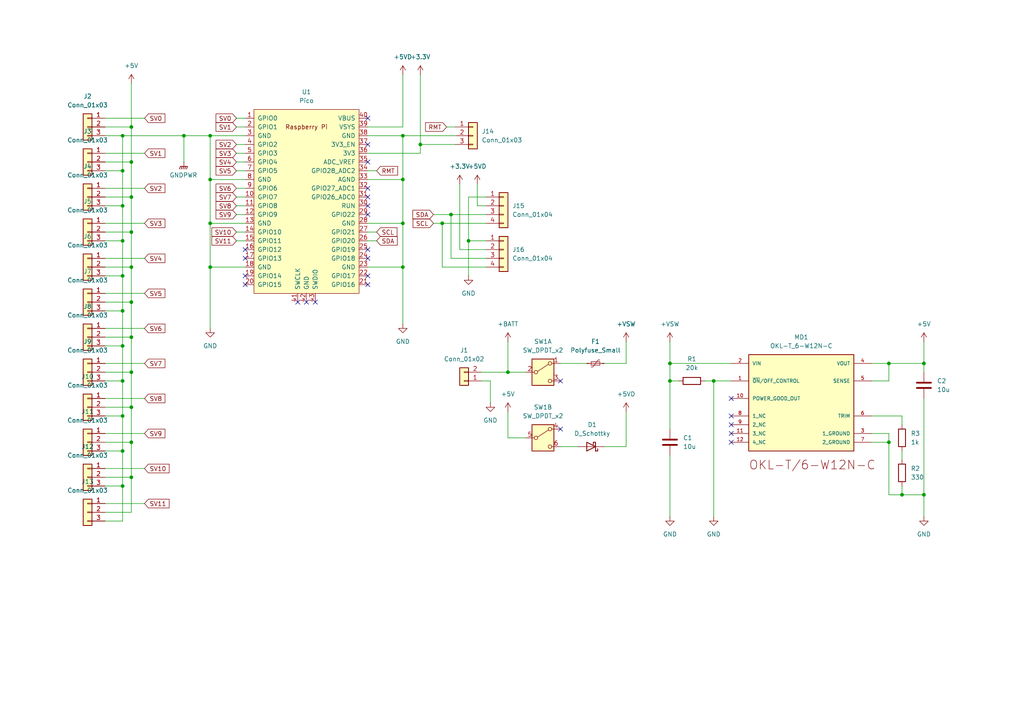
<source format=kicad_sch>
(kicad_sch
	(version 20231120)
	(generator "eeschema")
	(generator_version "8.0")
	(uuid "67ceb303-0777-4483-844a-71315076882f")
	(paper "A4")
	(lib_symbols
		(symbol "Connector_Generic:Conn_01x02"
			(pin_names
				(offset 1.016) hide)
			(exclude_from_sim no)
			(in_bom yes)
			(on_board yes)
			(property "Reference" "J"
				(at 0 2.54 0)
				(effects
					(font
						(size 1.27 1.27)
					)
				)
			)
			(property "Value" "Conn_01x02"
				(at 0 -5.08 0)
				(effects
					(font
						(size 1.27 1.27)
					)
				)
			)
			(property "Footprint" ""
				(at 0 0 0)
				(effects
					(font
						(size 1.27 1.27)
					)
					(hide yes)
				)
			)
			(property "Datasheet" "~"
				(at 0 0 0)
				(effects
					(font
						(size 1.27 1.27)
					)
					(hide yes)
				)
			)
			(property "Description" "Generic connector, single row, 01x02, script generated (kicad-library-utils/schlib/autogen/connector/)"
				(at 0 0 0)
				(effects
					(font
						(size 1.27 1.27)
					)
					(hide yes)
				)
			)
			(property "ki_keywords" "connector"
				(at 0 0 0)
				(effects
					(font
						(size 1.27 1.27)
					)
					(hide yes)
				)
			)
			(property "ki_fp_filters" "Connector*:*_1x??_*"
				(at 0 0 0)
				(effects
					(font
						(size 1.27 1.27)
					)
					(hide yes)
				)
			)
			(symbol "Conn_01x02_1_1"
				(rectangle
					(start -1.27 -2.413)
					(end 0 -2.667)
					(stroke
						(width 0.1524)
						(type default)
					)
					(fill
						(type none)
					)
				)
				(rectangle
					(start -1.27 0.127)
					(end 0 -0.127)
					(stroke
						(width 0.1524)
						(type default)
					)
					(fill
						(type none)
					)
				)
				(rectangle
					(start -1.27 1.27)
					(end 1.27 -3.81)
					(stroke
						(width 0.254)
						(type default)
					)
					(fill
						(type background)
					)
				)
				(pin passive line
					(at -5.08 0 0)
					(length 3.81)
					(name "Pin_1"
						(effects
							(font
								(size 1.27 1.27)
							)
						)
					)
					(number "1"
						(effects
							(font
								(size 1.27 1.27)
							)
						)
					)
				)
				(pin passive line
					(at -5.08 -2.54 0)
					(length 3.81)
					(name "Pin_2"
						(effects
							(font
								(size 1.27 1.27)
							)
						)
					)
					(number "2"
						(effects
							(font
								(size 1.27 1.27)
							)
						)
					)
				)
			)
		)
		(symbol "Connector_Generic:Conn_01x03"
			(pin_names
				(offset 1.016) hide)
			(exclude_from_sim no)
			(in_bom yes)
			(on_board yes)
			(property "Reference" "J"
				(at 0 5.08 0)
				(effects
					(font
						(size 1.27 1.27)
					)
				)
			)
			(property "Value" "Conn_01x03"
				(at 0 -5.08 0)
				(effects
					(font
						(size 1.27 1.27)
					)
				)
			)
			(property "Footprint" ""
				(at 0 0 0)
				(effects
					(font
						(size 1.27 1.27)
					)
					(hide yes)
				)
			)
			(property "Datasheet" "~"
				(at 0 0 0)
				(effects
					(font
						(size 1.27 1.27)
					)
					(hide yes)
				)
			)
			(property "Description" "Generic connector, single row, 01x03, script generated (kicad-library-utils/schlib/autogen/connector/)"
				(at 0 0 0)
				(effects
					(font
						(size 1.27 1.27)
					)
					(hide yes)
				)
			)
			(property "ki_keywords" "connector"
				(at 0 0 0)
				(effects
					(font
						(size 1.27 1.27)
					)
					(hide yes)
				)
			)
			(property "ki_fp_filters" "Connector*:*_1x??_*"
				(at 0 0 0)
				(effects
					(font
						(size 1.27 1.27)
					)
					(hide yes)
				)
			)
			(symbol "Conn_01x03_1_1"
				(rectangle
					(start -1.27 -2.413)
					(end 0 -2.667)
					(stroke
						(width 0.1524)
						(type default)
					)
					(fill
						(type none)
					)
				)
				(rectangle
					(start -1.27 0.127)
					(end 0 -0.127)
					(stroke
						(width 0.1524)
						(type default)
					)
					(fill
						(type none)
					)
				)
				(rectangle
					(start -1.27 2.667)
					(end 0 2.413)
					(stroke
						(width 0.1524)
						(type default)
					)
					(fill
						(type none)
					)
				)
				(rectangle
					(start -1.27 3.81)
					(end 1.27 -3.81)
					(stroke
						(width 0.254)
						(type default)
					)
					(fill
						(type background)
					)
				)
				(pin passive line
					(at -5.08 2.54 0)
					(length 3.81)
					(name "Pin_1"
						(effects
							(font
								(size 1.27 1.27)
							)
						)
					)
					(number "1"
						(effects
							(font
								(size 1.27 1.27)
							)
						)
					)
				)
				(pin passive line
					(at -5.08 0 0)
					(length 3.81)
					(name "Pin_2"
						(effects
							(font
								(size 1.27 1.27)
							)
						)
					)
					(number "2"
						(effects
							(font
								(size 1.27 1.27)
							)
						)
					)
				)
				(pin passive line
					(at -5.08 -2.54 0)
					(length 3.81)
					(name "Pin_3"
						(effects
							(font
								(size 1.27 1.27)
							)
						)
					)
					(number "3"
						(effects
							(font
								(size 1.27 1.27)
							)
						)
					)
				)
			)
		)
		(symbol "Connector_Generic:Conn_01x04"
			(pin_names
				(offset 1.016) hide)
			(exclude_from_sim no)
			(in_bom yes)
			(on_board yes)
			(property "Reference" "J"
				(at 0 5.08 0)
				(effects
					(font
						(size 1.27 1.27)
					)
				)
			)
			(property "Value" "Conn_01x04"
				(at 0 -7.62 0)
				(effects
					(font
						(size 1.27 1.27)
					)
				)
			)
			(property "Footprint" ""
				(at 0 0 0)
				(effects
					(font
						(size 1.27 1.27)
					)
					(hide yes)
				)
			)
			(property "Datasheet" "~"
				(at 0 0 0)
				(effects
					(font
						(size 1.27 1.27)
					)
					(hide yes)
				)
			)
			(property "Description" "Generic connector, single row, 01x04, script generated (kicad-library-utils/schlib/autogen/connector/)"
				(at 0 0 0)
				(effects
					(font
						(size 1.27 1.27)
					)
					(hide yes)
				)
			)
			(property "ki_keywords" "connector"
				(at 0 0 0)
				(effects
					(font
						(size 1.27 1.27)
					)
					(hide yes)
				)
			)
			(property "ki_fp_filters" "Connector*:*_1x??_*"
				(at 0 0 0)
				(effects
					(font
						(size 1.27 1.27)
					)
					(hide yes)
				)
			)
			(symbol "Conn_01x04_1_1"
				(rectangle
					(start -1.27 -4.953)
					(end 0 -5.207)
					(stroke
						(width 0.1524)
						(type default)
					)
					(fill
						(type none)
					)
				)
				(rectangle
					(start -1.27 -2.413)
					(end 0 -2.667)
					(stroke
						(width 0.1524)
						(type default)
					)
					(fill
						(type none)
					)
				)
				(rectangle
					(start -1.27 0.127)
					(end 0 -0.127)
					(stroke
						(width 0.1524)
						(type default)
					)
					(fill
						(type none)
					)
				)
				(rectangle
					(start -1.27 2.667)
					(end 0 2.413)
					(stroke
						(width 0.1524)
						(type default)
					)
					(fill
						(type none)
					)
				)
				(rectangle
					(start -1.27 3.81)
					(end 1.27 -6.35)
					(stroke
						(width 0.254)
						(type default)
					)
					(fill
						(type background)
					)
				)
				(pin passive line
					(at -5.08 2.54 0)
					(length 3.81)
					(name "Pin_1"
						(effects
							(font
								(size 1.27 1.27)
							)
						)
					)
					(number "1"
						(effects
							(font
								(size 1.27 1.27)
							)
						)
					)
				)
				(pin passive line
					(at -5.08 0 0)
					(length 3.81)
					(name "Pin_2"
						(effects
							(font
								(size 1.27 1.27)
							)
						)
					)
					(number "2"
						(effects
							(font
								(size 1.27 1.27)
							)
						)
					)
				)
				(pin passive line
					(at -5.08 -2.54 0)
					(length 3.81)
					(name "Pin_3"
						(effects
							(font
								(size 1.27 1.27)
							)
						)
					)
					(number "3"
						(effects
							(font
								(size 1.27 1.27)
							)
						)
					)
				)
				(pin passive line
					(at -5.08 -5.08 0)
					(length 3.81)
					(name "Pin_4"
						(effects
							(font
								(size 1.27 1.27)
							)
						)
					)
					(number "4"
						(effects
							(font
								(size 1.27 1.27)
							)
						)
					)
				)
			)
		)
		(symbol "Device:C"
			(pin_numbers hide)
			(pin_names
				(offset 0.254)
			)
			(exclude_from_sim no)
			(in_bom yes)
			(on_board yes)
			(property "Reference" "C"
				(at 0.635 2.54 0)
				(effects
					(font
						(size 1.27 1.27)
					)
					(justify left)
				)
			)
			(property "Value" "C"
				(at 0.635 -2.54 0)
				(effects
					(font
						(size 1.27 1.27)
					)
					(justify left)
				)
			)
			(property "Footprint" ""
				(at 0.9652 -3.81 0)
				(effects
					(font
						(size 1.27 1.27)
					)
					(hide yes)
				)
			)
			(property "Datasheet" "~"
				(at 0 0 0)
				(effects
					(font
						(size 1.27 1.27)
					)
					(hide yes)
				)
			)
			(property "Description" "Unpolarized capacitor"
				(at 0 0 0)
				(effects
					(font
						(size 1.27 1.27)
					)
					(hide yes)
				)
			)
			(property "ki_keywords" "cap capacitor"
				(at 0 0 0)
				(effects
					(font
						(size 1.27 1.27)
					)
					(hide yes)
				)
			)
			(property "ki_fp_filters" "C_*"
				(at 0 0 0)
				(effects
					(font
						(size 1.27 1.27)
					)
					(hide yes)
				)
			)
			(symbol "C_0_1"
				(polyline
					(pts
						(xy -2.032 -0.762) (xy 2.032 -0.762)
					)
					(stroke
						(width 0.508)
						(type default)
					)
					(fill
						(type none)
					)
				)
				(polyline
					(pts
						(xy -2.032 0.762) (xy 2.032 0.762)
					)
					(stroke
						(width 0.508)
						(type default)
					)
					(fill
						(type none)
					)
				)
			)
			(symbol "C_1_1"
				(pin passive line
					(at 0 3.81 270)
					(length 2.794)
					(name "~"
						(effects
							(font
								(size 1.27 1.27)
							)
						)
					)
					(number "1"
						(effects
							(font
								(size 1.27 1.27)
							)
						)
					)
				)
				(pin passive line
					(at 0 -3.81 90)
					(length 2.794)
					(name "~"
						(effects
							(font
								(size 1.27 1.27)
							)
						)
					)
					(number "2"
						(effects
							(font
								(size 1.27 1.27)
							)
						)
					)
				)
			)
		)
		(symbol "Device:D_Schottky"
			(pin_numbers hide)
			(pin_names
				(offset 1.016) hide)
			(exclude_from_sim no)
			(in_bom yes)
			(on_board yes)
			(property "Reference" "D"
				(at 0 2.54 0)
				(effects
					(font
						(size 1.27 1.27)
					)
				)
			)
			(property "Value" "D_Schottky"
				(at 0 -2.54 0)
				(effects
					(font
						(size 1.27 1.27)
					)
				)
			)
			(property "Footprint" ""
				(at 0 0 0)
				(effects
					(font
						(size 1.27 1.27)
					)
					(hide yes)
				)
			)
			(property "Datasheet" "~"
				(at 0 0 0)
				(effects
					(font
						(size 1.27 1.27)
					)
					(hide yes)
				)
			)
			(property "Description" "Schottky diode"
				(at 0 0 0)
				(effects
					(font
						(size 1.27 1.27)
					)
					(hide yes)
				)
			)
			(property "ki_keywords" "diode Schottky"
				(at 0 0 0)
				(effects
					(font
						(size 1.27 1.27)
					)
					(hide yes)
				)
			)
			(property "ki_fp_filters" "TO-???* *_Diode_* *SingleDiode* D_*"
				(at 0 0 0)
				(effects
					(font
						(size 1.27 1.27)
					)
					(hide yes)
				)
			)
			(symbol "D_Schottky_0_1"
				(polyline
					(pts
						(xy 1.27 0) (xy -1.27 0)
					)
					(stroke
						(width 0)
						(type default)
					)
					(fill
						(type none)
					)
				)
				(polyline
					(pts
						(xy 1.27 1.27) (xy 1.27 -1.27) (xy -1.27 0) (xy 1.27 1.27)
					)
					(stroke
						(width 0.254)
						(type default)
					)
					(fill
						(type none)
					)
				)
				(polyline
					(pts
						(xy -1.905 0.635) (xy -1.905 1.27) (xy -1.27 1.27) (xy -1.27 -1.27) (xy -0.635 -1.27) (xy -0.635 -0.635)
					)
					(stroke
						(width 0.254)
						(type default)
					)
					(fill
						(type none)
					)
				)
			)
			(symbol "D_Schottky_1_1"
				(pin passive line
					(at -3.81 0 0)
					(length 2.54)
					(name "K"
						(effects
							(font
								(size 1.27 1.27)
							)
						)
					)
					(number "1"
						(effects
							(font
								(size 1.27 1.27)
							)
						)
					)
				)
				(pin passive line
					(at 3.81 0 180)
					(length 2.54)
					(name "A"
						(effects
							(font
								(size 1.27 1.27)
							)
						)
					)
					(number "2"
						(effects
							(font
								(size 1.27 1.27)
							)
						)
					)
				)
			)
		)
		(symbol "Device:Polyfuse_Small"
			(pin_numbers hide)
			(pin_names
				(offset 0)
			)
			(exclude_from_sim no)
			(in_bom yes)
			(on_board yes)
			(property "Reference" "F"
				(at -1.905 0 90)
				(effects
					(font
						(size 1.27 1.27)
					)
				)
			)
			(property "Value" "Polyfuse_Small"
				(at 1.905 0 90)
				(effects
					(font
						(size 1.27 1.27)
					)
				)
			)
			(property "Footprint" ""
				(at 1.27 -5.08 0)
				(effects
					(font
						(size 1.27 1.27)
					)
					(justify left)
					(hide yes)
				)
			)
			(property "Datasheet" "~"
				(at 0 0 0)
				(effects
					(font
						(size 1.27 1.27)
					)
					(hide yes)
				)
			)
			(property "Description" "Resettable fuse, polymeric positive temperature coefficient, small symbol"
				(at 0 0 0)
				(effects
					(font
						(size 1.27 1.27)
					)
					(hide yes)
				)
			)
			(property "ki_keywords" "resettable fuse PTC PPTC polyfuse polyswitch"
				(at 0 0 0)
				(effects
					(font
						(size 1.27 1.27)
					)
					(hide yes)
				)
			)
			(property "ki_fp_filters" "*polyfuse* *PTC*"
				(at 0 0 0)
				(effects
					(font
						(size 1.27 1.27)
					)
					(hide yes)
				)
			)
			(symbol "Polyfuse_Small_0_1"
				(rectangle
					(start -0.508 1.27)
					(end 0.508 -1.27)
					(stroke
						(width 0)
						(type default)
					)
					(fill
						(type none)
					)
				)
				(polyline
					(pts
						(xy 0 2.54) (xy 0 -2.54)
					)
					(stroke
						(width 0)
						(type default)
					)
					(fill
						(type none)
					)
				)
				(polyline
					(pts
						(xy -1.016 1.27) (xy -1.016 0.762) (xy 1.016 -0.762) (xy 1.016 -1.27)
					)
					(stroke
						(width 0)
						(type default)
					)
					(fill
						(type none)
					)
				)
			)
			(symbol "Polyfuse_Small_1_1"
				(pin passive line
					(at 0 2.54 270)
					(length 0.635)
					(name "~"
						(effects
							(font
								(size 1.27 1.27)
							)
						)
					)
					(number "1"
						(effects
							(font
								(size 1.27 1.27)
							)
						)
					)
				)
				(pin passive line
					(at 0 -2.54 90)
					(length 0.635)
					(name "~"
						(effects
							(font
								(size 1.27 1.27)
							)
						)
					)
					(number "2"
						(effects
							(font
								(size 1.27 1.27)
							)
						)
					)
				)
			)
		)
		(symbol "Device:R"
			(pin_numbers hide)
			(pin_names
				(offset 0)
			)
			(exclude_from_sim no)
			(in_bom yes)
			(on_board yes)
			(property "Reference" "R"
				(at 2.032 0 90)
				(effects
					(font
						(size 1.27 1.27)
					)
				)
			)
			(property "Value" "R"
				(at 0 0 90)
				(effects
					(font
						(size 1.27 1.27)
					)
				)
			)
			(property "Footprint" ""
				(at -1.778 0 90)
				(effects
					(font
						(size 1.27 1.27)
					)
					(hide yes)
				)
			)
			(property "Datasheet" "~"
				(at 0 0 0)
				(effects
					(font
						(size 1.27 1.27)
					)
					(hide yes)
				)
			)
			(property "Description" "Resistor"
				(at 0 0 0)
				(effects
					(font
						(size 1.27 1.27)
					)
					(hide yes)
				)
			)
			(property "ki_keywords" "R res resistor"
				(at 0 0 0)
				(effects
					(font
						(size 1.27 1.27)
					)
					(hide yes)
				)
			)
			(property "ki_fp_filters" "R_*"
				(at 0 0 0)
				(effects
					(font
						(size 1.27 1.27)
					)
					(hide yes)
				)
			)
			(symbol "R_0_1"
				(rectangle
					(start -1.016 -2.54)
					(end 1.016 2.54)
					(stroke
						(width 0.254)
						(type default)
					)
					(fill
						(type none)
					)
				)
			)
			(symbol "R_1_1"
				(pin passive line
					(at 0 3.81 270)
					(length 1.27)
					(name "~"
						(effects
							(font
								(size 1.27 1.27)
							)
						)
					)
					(number "1"
						(effects
							(font
								(size 1.27 1.27)
							)
						)
					)
				)
				(pin passive line
					(at 0 -3.81 90)
					(length 1.27)
					(name "~"
						(effects
							(font
								(size 1.27 1.27)
							)
						)
					)
					(number "2"
						(effects
							(font
								(size 1.27 1.27)
							)
						)
					)
				)
			)
		)
		(symbol "OKL-T_6-W12N-C:OKL-T_6-W12N-C"
			(pin_names
				(offset 1.016)
			)
			(exclude_from_sim no)
			(in_bom yes)
			(on_board yes)
			(property "Reference" "MD1"
				(at 17.78 0 0)
				(effects
					(font
						(size 1.27 1.27)
					)
				)
			)
			(property "Value" "OKL-T_6-W12N-C"
				(at 17.78 -2.54 0)
				(effects
					(font
						(size 1.27 1.27)
					)
				)
			)
			(property "Footprint" "Okl:MURATA_OKL-T-6-W12N-C_0"
				(at 0 0 0)
				(effects
					(font
						(size 1.27 1.27)
					)
					(justify bottom)
					(hide yes)
				)
			)
			(property "Datasheet" "https://www.murata.com/en-us/products/productdetail.aspx?partno=OKL-T/6-W12N-C"
				(at 0 0 0)
				(effects
					(font
						(size 1.27 1.27)
					)
					(justify bottom)
					(hide yes)
				)
			)
			(property "Description" ""
				(at 0 0 0)
				(effects
					(font
						(size 1.27 1.27)
					)
					(hide yes)
				)
			)
			(property "MOUSER_DESCRIPTION" "Non-Isolated DC/DC Converters 12Vin .59-5.5Vout 6A 30W Neg Polarity"
				(at 0 0 0)
				(effects
					(font
						(size 1.27 1.27)
					)
					(justify bottom)
					(hide yes)
				)
			)
			(property "NUMBER_OF_OUTPUTS" "1"
				(at 0 0 0)
				(effects
					(font
						(size 1.27 1.27)
					)
					(justify bottom)
					(hide yes)
				)
			)
			(property "Check_prices" "https://www.snapeda.com/parts/OKL-T/6-W12N-C/Murata/view-part/?ref=eda"
				(at 0 0 0)
				(effects
					(font
						(size 1.27 1.27)
					)
					(justify bottom)
					(hide yes)
				)
			)
			(property "MOUSER_PART_NUMBER" "580-OKL-T/6-W12N-C"
				(at 0 0 0)
				(effects
					(font
						(size 1.27 1.27)
					)
					(justify bottom)
					(hide yes)
				)
			)
			(property "MFG_PACKAGE_IDENT_COMPONENT_ID" "4873da16363307f0"
				(at 0 0 0)
				(effects
					(font
						(size 1.27 1.27)
					)
					(justify bottom)
					(hide yes)
				)
			)
			(property "AUTOMOTIVE" "No"
				(at 0 0 0)
				(effects
					(font
						(size 1.27 1.27)
					)
					(justify bottom)
					(hide yes)
				)
			)
			(property "SWITCHING_TOPOLOGY" "Buck"
				(at 0 0 0)
				(effects
					(font
						(size 1.27 1.27)
					)
					(justify bottom)
					(hide yes)
				)
			)
			(property "MFG_PACKAGE_IDENT_DATE" "0"
				(at 0 0 0)
				(effects
					(font
						(size 1.27 1.27)
					)
					(justify bottom)
					(hide yes)
				)
			)
			(property "PREFIX" "MD"
				(at 0 0 0)
				(effects
					(font
						(size 1.27 1.27)
					)
					(justify bottom)
					(hide yes)
				)
			)
			(property "MAX_SUPPLY_VOLTAGE" "14V"
				(at 0 0 0)
				(effects
					(font
						(size 1.27 1.27)
					)
					(justify bottom)
					(hide yes)
				)
			)
			(property "TEMPERATURE_RANGE_LOW" "-40°C"
				(at 0 0 0)
				(effects
					(font
						(size 1.27 1.27)
					)
					(justify bottom)
					(hide yes)
				)
			)
			(property "OUTPUT_CURRENT" "6A"
				(at 0 0 0)
				(effects
					(font
						(size 1.27 1.27)
					)
					(justify bottom)
					(hide yes)
				)
			)
			(property "OUTPUT_VOLTAGE" "0.591-5.5V"
				(at 0 0 0)
				(effects
					(font
						(size 1.27 1.27)
					)
					(justify bottom)
					(hide yes)
				)
			)
			(property "DIGIKEY_DESCRIPTION" "DC DC CONVERTER 0.591-5.5V 30W"
				(at 0 0 0)
				(effects
					(font
						(size 1.27 1.27)
					)
					(justify bottom)
					(hide yes)
				)
			)
			(property "CENTROID_NOT_SPECIFIED" "No"
				(at 0 0 0)
				(effects
					(font
						(size 1.27 1.27)
					)
					(justify bottom)
					(hide yes)
				)
			)
			(property "Description_1" "\nNon-Isolated PoL Module DC DC Converter 1 Output 0.591 ~ 5.5V - - 6A 4.5V - 14V Input\n"
				(at 0 0 0)
				(effects
					(font
						(size 1.27 1.27)
					)
					(justify bottom)
					(hide yes)
				)
			)
			(property "Price" "None"
				(at 0 0 0)
				(effects
					(font
						(size 1.27 1.27)
					)
					(justify bottom)
					(hide yes)
				)
			)
			(property "Package" "Murata Power Solutions Inc."
				(at 0 0 0)
				(effects
					(font
						(size 1.27 1.27)
					)
					(justify bottom)
					(hide yes)
				)
			)
			(property "DEVICE_CLASS_L1" "Integrated Circuits (ICs)"
				(at 0 0 0)
				(effects
					(font
						(size 1.27 1.27)
					)
					(justify bottom)
					(hide yes)
				)
			)
			(property "DEVICE_CLASS_L3" "Voltage Regulators - Switching"
				(at 0 0 0)
				(effects
					(font
						(size 1.27 1.27)
					)
					(justify bottom)
					(hide yes)
				)
			)
			(property "DEVICE_CLASS_L2" "Power Management ICs"
				(at 0 0 0)
				(effects
					(font
						(size 1.27 1.27)
					)
					(justify bottom)
					(hide yes)
				)
			)
			(property "OUTPUT_TYPE" "AdjustableProgrammable"
				(at 0 0 0)
				(effects
					(font
						(size 1.27 1.27)
					)
					(justify bottom)
					(hide yes)
				)
			)
			(property "FOOTPRINT_VARIANT_NAME_0" "Recommended_Land_Pattern"
				(at 0 0 0)
				(effects
					(font
						(size 1.27 1.27)
					)
					(justify bottom)
					(hide yes)
				)
			)
			(property "MP" "OKL-T/6-W12N-C"
				(at 0 0 0)
				(effects
					(font
						(size 1.27 1.27)
					)
					(justify bottom)
					(hide yes)
				)
			)
			(property "DIGIKEY_PART_NUMBER" "811-2214-1-ND"
				(at 0 0 0)
				(effects
					(font
						(size 1.27 1.27)
					)
					(justify bottom)
					(hide yes)
				)
			)
			(property "PACKAGE" "iLGA12"
				(at 0 0 0)
				(effects
					(font
						(size 1.27 1.27)
					)
					(justify bottom)
					(hide yes)
				)
			)
			(property "LEAD_FREE" "Yes"
				(at 0 0 0)
				(effects
					(font
						(size 1.27 1.27)
					)
					(justify bottom)
					(hide yes)
				)
			)
			(property "HEIGHT" "7.2mm"
				(at 0 0 0)
				(effects
					(font
						(size 1.27 1.27)
					)
					(justify bottom)
					(hide yes)
				)
			)
			(property "SnapEDA_Link" "https://www.snapeda.com/parts/OKL-T/6-W12N-C/Murata/view-part/?ref=snap"
				(at 0 0 0)
				(effects
					(font
						(size 1.27 1.27)
					)
					(justify bottom)
					(hide yes)
				)
			)
			(property "VERIFICATION_VERSION" "0.0.0.3"
				(at 0 0 0)
				(effects
					(font
						(size 1.27 1.27)
					)
					(justify bottom)
					(hide yes)
				)
			)
			(property "MFG_PACKAGE_IDENT" "OKL-T/6-W12"
				(at 0 0 0)
				(effects
					(font
						(size 1.27 1.27)
					)
					(justify bottom)
					(hide yes)
				)
			)
			(property "MF" "Murata Power Solutions Inc."
				(at 0 0 0)
				(effects
					(font
						(size 1.27 1.27)
					)
					(justify bottom)
					(hide yes)
				)
			)
			(property "SWITCHING_FREQUENCY" "600kHz"
				(at 0 0 0)
				(effects
					(font
						(size 1.27 1.27)
					)
					(justify bottom)
					(hide yes)
				)
			)
			(property "MPN" "OKL-T/6-W12N-C"
				(at 0 0 0)
				(effects
					(font
						(size 1.27 1.27)
					)
					(justify bottom)
					(hide yes)
				)
			)
			(property "TEMPERATURE_RANGE_HIGH" "+85°C"
				(at 0 0 0)
				(effects
					(font
						(size 1.27 1.27)
					)
					(justify bottom)
					(hide yes)
				)
			)
			(property "NOMINAL_SUPPLY_CURRENT" "20mA"
				(at 0 0 0)
				(effects
					(font
						(size 1.27 1.27)
					)
					(justify bottom)
					(hide yes)
				)
			)
			(property "MIN_SUPPLY_VOLTAGE" "4.5V"
				(at 0 0 0)
				(effects
					(font
						(size 1.27 1.27)
					)
					(justify bottom)
					(hide yes)
				)
			)
			(property "MFG_PACKAGE_IDENT_REV" "0"
				(at 0 0 0)
				(effects
					(font
						(size 1.27 1.27)
					)
					(justify bottom)
					(hide yes)
				)
			)
			(property "Availability" "In Stock"
				(at 0 0 0)
				(effects
					(font
						(size 1.27 1.27)
					)
					(justify bottom)
					(hide yes)
				)
			)
			(property "ROHS" "Yes"
				(at 0 0 0)
				(effects
					(font
						(size 1.27 1.27)
					)
					(justify bottom)
					(hide yes)
				)
			)
			(symbol "OKL-T_6-W12N-C_0_0"
				(rectangle
					(start 2.54 -5.08)
					(end 33.02 -33.02)
					(stroke
						(width 0.254)
						(type default)
					)
					(fill
						(type background)
					)
				)
				(text "OKL-T/6-W12N-C"
					(at 2.54 -35.56 0)
					(effects
						(font
							(size 2.54 2.54)
						)
						(justify left top)
					)
				)
				(pin bidirectional line
					(at -2.54 -12.7 0)
					(length 5.08)
					(name "~{ON}/OFF_CONTROL"
						(effects
							(font
								(size 1.016 1.016)
							)
						)
					)
					(number "1"
						(effects
							(font
								(size 1.016 1.016)
							)
						)
					)
				)
				(pin open_collector line
					(at -2.54 -17.78 0)
					(length 5.08)
					(name "POWER_GOOD_OUT"
						(effects
							(font
								(size 1.016 1.016)
							)
						)
					)
					(number "10"
						(effects
							(font
								(size 1.016 1.016)
							)
						)
					)
				)
				(pin passive line
					(at -2.54 -27.94 0)
					(length 5.08)
					(name "3_NC"
						(effects
							(font
								(size 1.016 1.016)
							)
						)
					)
					(number "11"
						(effects
							(font
								(size 1.016 1.016)
							)
						)
					)
				)
				(pin passive line
					(at -2.54 -30.48 0)
					(length 5.08)
					(name "4_NC"
						(effects
							(font
								(size 1.016 1.016)
							)
						)
					)
					(number "12"
						(effects
							(font
								(size 1.016 1.016)
							)
						)
					)
				)
				(pin bidirectional line
					(at -2.54 -7.62 0)
					(length 5.08)
					(name "VIN"
						(effects
							(font
								(size 1.016 1.016)
							)
						)
					)
					(number "2"
						(effects
							(font
								(size 1.016 1.016)
							)
						)
					)
				)
				(pin power_in line
					(at 38.1 -27.94 180)
					(length 5.08)
					(name "1_GROUND"
						(effects
							(font
								(size 1.016 1.016)
							)
						)
					)
					(number "3"
						(effects
							(font
								(size 1.016 1.016)
							)
						)
					)
				)
				(pin bidirectional line
					(at 38.1 -7.62 180)
					(length 5.08)
					(name "VOUT"
						(effects
							(font
								(size 1.016 1.016)
							)
						)
					)
					(number "4"
						(effects
							(font
								(size 1.016 1.016)
							)
						)
					)
				)
				(pin passive line
					(at 38.1 -12.7 180)
					(length 5.08)
					(name "SENSE"
						(effects
							(font
								(size 1.016 1.016)
							)
						)
					)
					(number "5"
						(effects
							(font
								(size 1.016 1.016)
							)
						)
					)
				)
				(pin passive line
					(at 38.1 -22.86 180)
					(length 5.08)
					(name "TRIM"
						(effects
							(font
								(size 1.016 1.016)
							)
						)
					)
					(number "6"
						(effects
							(font
								(size 1.016 1.016)
							)
						)
					)
				)
				(pin power_in line
					(at 38.1 -30.48 180)
					(length 5.08)
					(name "2_GROUND"
						(effects
							(font
								(size 1.016 1.016)
							)
						)
					)
					(number "7"
						(effects
							(font
								(size 1.016 1.016)
							)
						)
					)
				)
				(pin passive line
					(at -2.54 -22.86 0)
					(length 5.08)
					(name "1_NC"
						(effects
							(font
								(size 1.016 1.016)
							)
						)
					)
					(number "8"
						(effects
							(font
								(size 1.016 1.016)
							)
						)
					)
				)
				(pin passive line
					(at -2.54 -25.4 0)
					(length 5.08)
					(name "2_NC"
						(effects
							(font
								(size 1.016 1.016)
							)
						)
					)
					(number "9"
						(effects
							(font
								(size 1.016 1.016)
							)
						)
					)
				)
			)
		)
		(symbol "RPi_Pico:Pico"
			(pin_names
				(offset 1.016)
			)
			(exclude_from_sim no)
			(in_bom yes)
			(on_board yes)
			(property "Reference" "U"
				(at -13.97 27.94 0)
				(effects
					(font
						(size 1.27 1.27)
					)
				)
			)
			(property "Value" "Pico"
				(at 0 19.05 0)
				(effects
					(font
						(size 1.27 1.27)
					)
				)
			)
			(property "Footprint" "RPi_Pico:RPi_Pico_SMD_TH"
				(at 0 0 90)
				(effects
					(font
						(size 1.27 1.27)
					)
					(hide yes)
				)
			)
			(property "Datasheet" ""
				(at 0 0 0)
				(effects
					(font
						(size 1.27 1.27)
					)
					(hide yes)
				)
			)
			(property "Description" ""
				(at 0 0 0)
				(effects
					(font
						(size 1.27 1.27)
					)
					(hide yes)
				)
			)
			(symbol "Pico_0_0"
				(text "Raspberry Pi"
					(at 0 21.59 0)
					(effects
						(font
							(size 1.27 1.27)
						)
					)
				)
			)
			(symbol "Pico_0_1"
				(rectangle
					(start -15.24 26.67)
					(end 15.24 -26.67)
					(stroke
						(width 0)
						(type solid)
					)
					(fill
						(type background)
					)
				)
			)
			(symbol "Pico_1_1"
				(pin bidirectional line
					(at -17.78 24.13 0)
					(length 2.54)
					(name "GPIO0"
						(effects
							(font
								(size 1.27 1.27)
							)
						)
					)
					(number "1"
						(effects
							(font
								(size 1.27 1.27)
							)
						)
					)
				)
				(pin bidirectional line
					(at -17.78 1.27 0)
					(length 2.54)
					(name "GPIO7"
						(effects
							(font
								(size 1.27 1.27)
							)
						)
					)
					(number "10"
						(effects
							(font
								(size 1.27 1.27)
							)
						)
					)
				)
				(pin bidirectional line
					(at -17.78 -1.27 0)
					(length 2.54)
					(name "GPIO8"
						(effects
							(font
								(size 1.27 1.27)
							)
						)
					)
					(number "11"
						(effects
							(font
								(size 1.27 1.27)
							)
						)
					)
				)
				(pin bidirectional line
					(at -17.78 -3.81 0)
					(length 2.54)
					(name "GPIO9"
						(effects
							(font
								(size 1.27 1.27)
							)
						)
					)
					(number "12"
						(effects
							(font
								(size 1.27 1.27)
							)
						)
					)
				)
				(pin power_in line
					(at -17.78 -6.35 0)
					(length 2.54)
					(name "GND"
						(effects
							(font
								(size 1.27 1.27)
							)
						)
					)
					(number "13"
						(effects
							(font
								(size 1.27 1.27)
							)
						)
					)
				)
				(pin bidirectional line
					(at -17.78 -8.89 0)
					(length 2.54)
					(name "GPIO10"
						(effects
							(font
								(size 1.27 1.27)
							)
						)
					)
					(number "14"
						(effects
							(font
								(size 1.27 1.27)
							)
						)
					)
				)
				(pin bidirectional line
					(at -17.78 -11.43 0)
					(length 2.54)
					(name "GPIO11"
						(effects
							(font
								(size 1.27 1.27)
							)
						)
					)
					(number "15"
						(effects
							(font
								(size 1.27 1.27)
							)
						)
					)
				)
				(pin bidirectional line
					(at -17.78 -13.97 0)
					(length 2.54)
					(name "GPIO12"
						(effects
							(font
								(size 1.27 1.27)
							)
						)
					)
					(number "16"
						(effects
							(font
								(size 1.27 1.27)
							)
						)
					)
				)
				(pin bidirectional line
					(at -17.78 -16.51 0)
					(length 2.54)
					(name "GPIO13"
						(effects
							(font
								(size 1.27 1.27)
							)
						)
					)
					(number "17"
						(effects
							(font
								(size 1.27 1.27)
							)
						)
					)
				)
				(pin power_in line
					(at -17.78 -19.05 0)
					(length 2.54)
					(name "GND"
						(effects
							(font
								(size 1.27 1.27)
							)
						)
					)
					(number "18"
						(effects
							(font
								(size 1.27 1.27)
							)
						)
					)
				)
				(pin bidirectional line
					(at -17.78 -21.59 0)
					(length 2.54)
					(name "GPIO14"
						(effects
							(font
								(size 1.27 1.27)
							)
						)
					)
					(number "19"
						(effects
							(font
								(size 1.27 1.27)
							)
						)
					)
				)
				(pin bidirectional line
					(at -17.78 21.59 0)
					(length 2.54)
					(name "GPIO1"
						(effects
							(font
								(size 1.27 1.27)
							)
						)
					)
					(number "2"
						(effects
							(font
								(size 1.27 1.27)
							)
						)
					)
				)
				(pin bidirectional line
					(at -17.78 -24.13 0)
					(length 2.54)
					(name "GPIO15"
						(effects
							(font
								(size 1.27 1.27)
							)
						)
					)
					(number "20"
						(effects
							(font
								(size 1.27 1.27)
							)
						)
					)
				)
				(pin bidirectional line
					(at 17.78 -24.13 180)
					(length 2.54)
					(name "GPIO16"
						(effects
							(font
								(size 1.27 1.27)
							)
						)
					)
					(number "21"
						(effects
							(font
								(size 1.27 1.27)
							)
						)
					)
				)
				(pin bidirectional line
					(at 17.78 -21.59 180)
					(length 2.54)
					(name "GPIO17"
						(effects
							(font
								(size 1.27 1.27)
							)
						)
					)
					(number "22"
						(effects
							(font
								(size 1.27 1.27)
							)
						)
					)
				)
				(pin power_in line
					(at 17.78 -19.05 180)
					(length 2.54)
					(name "GND"
						(effects
							(font
								(size 1.27 1.27)
							)
						)
					)
					(number "23"
						(effects
							(font
								(size 1.27 1.27)
							)
						)
					)
				)
				(pin bidirectional line
					(at 17.78 -16.51 180)
					(length 2.54)
					(name "GPIO18"
						(effects
							(font
								(size 1.27 1.27)
							)
						)
					)
					(number "24"
						(effects
							(font
								(size 1.27 1.27)
							)
						)
					)
				)
				(pin bidirectional line
					(at 17.78 -13.97 180)
					(length 2.54)
					(name "GPIO19"
						(effects
							(font
								(size 1.27 1.27)
							)
						)
					)
					(number "25"
						(effects
							(font
								(size 1.27 1.27)
							)
						)
					)
				)
				(pin bidirectional line
					(at 17.78 -11.43 180)
					(length 2.54)
					(name "GPIO20"
						(effects
							(font
								(size 1.27 1.27)
							)
						)
					)
					(number "26"
						(effects
							(font
								(size 1.27 1.27)
							)
						)
					)
				)
				(pin bidirectional line
					(at 17.78 -8.89 180)
					(length 2.54)
					(name "GPIO21"
						(effects
							(font
								(size 1.27 1.27)
							)
						)
					)
					(number "27"
						(effects
							(font
								(size 1.27 1.27)
							)
						)
					)
				)
				(pin power_in line
					(at 17.78 -6.35 180)
					(length 2.54)
					(name "GND"
						(effects
							(font
								(size 1.27 1.27)
							)
						)
					)
					(number "28"
						(effects
							(font
								(size 1.27 1.27)
							)
						)
					)
				)
				(pin bidirectional line
					(at 17.78 -3.81 180)
					(length 2.54)
					(name "GPIO22"
						(effects
							(font
								(size 1.27 1.27)
							)
						)
					)
					(number "29"
						(effects
							(font
								(size 1.27 1.27)
							)
						)
					)
				)
				(pin power_in line
					(at -17.78 19.05 0)
					(length 2.54)
					(name "GND"
						(effects
							(font
								(size 1.27 1.27)
							)
						)
					)
					(number "3"
						(effects
							(font
								(size 1.27 1.27)
							)
						)
					)
				)
				(pin input line
					(at 17.78 -1.27 180)
					(length 2.54)
					(name "RUN"
						(effects
							(font
								(size 1.27 1.27)
							)
						)
					)
					(number "30"
						(effects
							(font
								(size 1.27 1.27)
							)
						)
					)
				)
				(pin bidirectional line
					(at 17.78 1.27 180)
					(length 2.54)
					(name "GPIO26_ADC0"
						(effects
							(font
								(size 1.27 1.27)
							)
						)
					)
					(number "31"
						(effects
							(font
								(size 1.27 1.27)
							)
						)
					)
				)
				(pin bidirectional line
					(at 17.78 3.81 180)
					(length 2.54)
					(name "GPIO27_ADC1"
						(effects
							(font
								(size 1.27 1.27)
							)
						)
					)
					(number "32"
						(effects
							(font
								(size 1.27 1.27)
							)
						)
					)
				)
				(pin power_in line
					(at 17.78 6.35 180)
					(length 2.54)
					(name "AGND"
						(effects
							(font
								(size 1.27 1.27)
							)
						)
					)
					(number "33"
						(effects
							(font
								(size 1.27 1.27)
							)
						)
					)
				)
				(pin bidirectional line
					(at 17.78 8.89 180)
					(length 2.54)
					(name "GPIO28_ADC2"
						(effects
							(font
								(size 1.27 1.27)
							)
						)
					)
					(number "34"
						(effects
							(font
								(size 1.27 1.27)
							)
						)
					)
				)
				(pin unspecified line
					(at 17.78 11.43 180)
					(length 2.54)
					(name "ADC_VREF"
						(effects
							(font
								(size 1.27 1.27)
							)
						)
					)
					(number "35"
						(effects
							(font
								(size 1.27 1.27)
							)
						)
					)
				)
				(pin unspecified line
					(at 17.78 13.97 180)
					(length 2.54)
					(name "3V3"
						(effects
							(font
								(size 1.27 1.27)
							)
						)
					)
					(number "36"
						(effects
							(font
								(size 1.27 1.27)
							)
						)
					)
				)
				(pin input line
					(at 17.78 16.51 180)
					(length 2.54)
					(name "3V3_EN"
						(effects
							(font
								(size 1.27 1.27)
							)
						)
					)
					(number "37"
						(effects
							(font
								(size 1.27 1.27)
							)
						)
					)
				)
				(pin bidirectional line
					(at 17.78 19.05 180)
					(length 2.54)
					(name "GND"
						(effects
							(font
								(size 1.27 1.27)
							)
						)
					)
					(number "38"
						(effects
							(font
								(size 1.27 1.27)
							)
						)
					)
				)
				(pin unspecified line
					(at 17.78 21.59 180)
					(length 2.54)
					(name "VSYS"
						(effects
							(font
								(size 1.27 1.27)
							)
						)
					)
					(number "39"
						(effects
							(font
								(size 1.27 1.27)
							)
						)
					)
				)
				(pin bidirectional line
					(at -17.78 16.51 0)
					(length 2.54)
					(name "GPIO2"
						(effects
							(font
								(size 1.27 1.27)
							)
						)
					)
					(number "4"
						(effects
							(font
								(size 1.27 1.27)
							)
						)
					)
				)
				(pin unspecified line
					(at 17.78 24.13 180)
					(length 2.54)
					(name "VBUS"
						(effects
							(font
								(size 1.27 1.27)
							)
						)
					)
					(number "40"
						(effects
							(font
								(size 1.27 1.27)
							)
						)
					)
				)
				(pin input line
					(at -2.54 -29.21 90)
					(length 2.54)
					(name "SWCLK"
						(effects
							(font
								(size 1.27 1.27)
							)
						)
					)
					(number "41"
						(effects
							(font
								(size 1.27 1.27)
							)
						)
					)
				)
				(pin power_in line
					(at 0 -29.21 90)
					(length 2.54)
					(name "GND"
						(effects
							(font
								(size 1.27 1.27)
							)
						)
					)
					(number "42"
						(effects
							(font
								(size 1.27 1.27)
							)
						)
					)
				)
				(pin bidirectional line
					(at 2.54 -29.21 90)
					(length 2.54)
					(name "SWDIO"
						(effects
							(font
								(size 1.27 1.27)
							)
						)
					)
					(number "43"
						(effects
							(font
								(size 1.27 1.27)
							)
						)
					)
				)
				(pin bidirectional line
					(at -17.78 13.97 0)
					(length 2.54)
					(name "GPIO3"
						(effects
							(font
								(size 1.27 1.27)
							)
						)
					)
					(number "5"
						(effects
							(font
								(size 1.27 1.27)
							)
						)
					)
				)
				(pin bidirectional line
					(at -17.78 11.43 0)
					(length 2.54)
					(name "GPIO4"
						(effects
							(font
								(size 1.27 1.27)
							)
						)
					)
					(number "6"
						(effects
							(font
								(size 1.27 1.27)
							)
						)
					)
				)
				(pin bidirectional line
					(at -17.78 8.89 0)
					(length 2.54)
					(name "GPIO5"
						(effects
							(font
								(size 1.27 1.27)
							)
						)
					)
					(number "7"
						(effects
							(font
								(size 1.27 1.27)
							)
						)
					)
				)
				(pin power_in line
					(at -17.78 6.35 0)
					(length 2.54)
					(name "GND"
						(effects
							(font
								(size 1.27 1.27)
							)
						)
					)
					(number "8"
						(effects
							(font
								(size 1.27 1.27)
							)
						)
					)
				)
				(pin bidirectional line
					(at -17.78 3.81 0)
					(length 2.54)
					(name "GPIO6"
						(effects
							(font
								(size 1.27 1.27)
							)
						)
					)
					(number "9"
						(effects
							(font
								(size 1.27 1.27)
							)
						)
					)
				)
			)
		)
		(symbol "Switch:SW_DPDT_x2"
			(pin_names
				(offset 0) hide)
			(exclude_from_sim no)
			(in_bom yes)
			(on_board yes)
			(property "Reference" "SW"
				(at 0 5.08 0)
				(effects
					(font
						(size 1.27 1.27)
					)
				)
			)
			(property "Value" "SW_DPDT_x2"
				(at 0 -5.08 0)
				(effects
					(font
						(size 1.27 1.27)
					)
				)
			)
			(property "Footprint" ""
				(at 0 0 0)
				(effects
					(font
						(size 1.27 1.27)
					)
					(hide yes)
				)
			)
			(property "Datasheet" "~"
				(at 0 0 0)
				(effects
					(font
						(size 1.27 1.27)
					)
					(hide yes)
				)
			)
			(property "Description" "Switch, dual pole double throw, separate symbols"
				(at 0 0 0)
				(effects
					(font
						(size 1.27 1.27)
					)
					(hide yes)
				)
			)
			(property "ki_keywords" "switch dual-pole double-throw DPDT spdt ON-ON"
				(at 0 0 0)
				(effects
					(font
						(size 1.27 1.27)
					)
					(hide yes)
				)
			)
			(property "ki_fp_filters" "SW*DPDT*"
				(at 0 0 0)
				(effects
					(font
						(size 1.27 1.27)
					)
					(hide yes)
				)
			)
			(symbol "SW_DPDT_x2_0_0"
				(circle
					(center -2.032 0)
					(radius 0.508)
					(stroke
						(width 0)
						(type default)
					)
					(fill
						(type none)
					)
				)
				(circle
					(center 2.032 -2.54)
					(radius 0.508)
					(stroke
						(width 0)
						(type default)
					)
					(fill
						(type none)
					)
				)
			)
			(symbol "SW_DPDT_x2_0_1"
				(rectangle
					(start -3.175 3.81)
					(end 3.175 -3.81)
					(stroke
						(width 0.254)
						(type default)
					)
					(fill
						(type background)
					)
				)
				(polyline
					(pts
						(xy -1.524 0.254) (xy 1.5748 2.286)
					)
					(stroke
						(width 0)
						(type default)
					)
					(fill
						(type none)
					)
				)
				(circle
					(center 2.032 2.54)
					(radius 0.508)
					(stroke
						(width 0)
						(type default)
					)
					(fill
						(type none)
					)
				)
			)
			(symbol "SW_DPDT_x2_1_1"
				(pin passive line
					(at 5.08 2.54 180)
					(length 2.54)
					(name "A"
						(effects
							(font
								(size 1.27 1.27)
							)
						)
					)
					(number "1"
						(effects
							(font
								(size 1.27 1.27)
							)
						)
					)
				)
				(pin passive line
					(at -5.08 0 0)
					(length 2.54)
					(name "B"
						(effects
							(font
								(size 1.27 1.27)
							)
						)
					)
					(number "2"
						(effects
							(font
								(size 1.27 1.27)
							)
						)
					)
				)
				(pin passive line
					(at 5.08 -2.54 180)
					(length 2.54)
					(name "C"
						(effects
							(font
								(size 1.27 1.27)
							)
						)
					)
					(number "3"
						(effects
							(font
								(size 1.27 1.27)
							)
						)
					)
				)
			)
			(symbol "SW_DPDT_x2_2_1"
				(pin passive line
					(at 5.08 2.54 180)
					(length 2.54)
					(name "A"
						(effects
							(font
								(size 1.27 1.27)
							)
						)
					)
					(number "4"
						(effects
							(font
								(size 1.27 1.27)
							)
						)
					)
				)
				(pin passive line
					(at -5.08 0 0)
					(length 2.54)
					(name "B"
						(effects
							(font
								(size 1.27 1.27)
							)
						)
					)
					(number "5"
						(effects
							(font
								(size 1.27 1.27)
							)
						)
					)
				)
				(pin passive line
					(at 5.08 -2.54 180)
					(length 2.54)
					(name "C"
						(effects
							(font
								(size 1.27 1.27)
							)
						)
					)
					(number "6"
						(effects
							(font
								(size 1.27 1.27)
							)
						)
					)
				)
			)
		)
		(symbol "power:+3.3V"
			(power)
			(pin_numbers hide)
			(pin_names
				(offset 0) hide)
			(exclude_from_sim no)
			(in_bom yes)
			(on_board yes)
			(property "Reference" "#PWR"
				(at 0 -3.81 0)
				(effects
					(font
						(size 1.27 1.27)
					)
					(hide yes)
				)
			)
			(property "Value" "+3.3V"
				(at 0 3.556 0)
				(effects
					(font
						(size 1.27 1.27)
					)
				)
			)
			(property "Footprint" ""
				(at 0 0 0)
				(effects
					(font
						(size 1.27 1.27)
					)
					(hide yes)
				)
			)
			(property "Datasheet" ""
				(at 0 0 0)
				(effects
					(font
						(size 1.27 1.27)
					)
					(hide yes)
				)
			)
			(property "Description" "Power symbol creates a global label with name \"+3.3V\""
				(at 0 0 0)
				(effects
					(font
						(size 1.27 1.27)
					)
					(hide yes)
				)
			)
			(property "ki_keywords" "global power"
				(at 0 0 0)
				(effects
					(font
						(size 1.27 1.27)
					)
					(hide yes)
				)
			)
			(symbol "+3.3V_0_1"
				(polyline
					(pts
						(xy -0.762 1.27) (xy 0 2.54)
					)
					(stroke
						(width 0)
						(type default)
					)
					(fill
						(type none)
					)
				)
				(polyline
					(pts
						(xy 0 0) (xy 0 2.54)
					)
					(stroke
						(width 0)
						(type default)
					)
					(fill
						(type none)
					)
				)
				(polyline
					(pts
						(xy 0 2.54) (xy 0.762 1.27)
					)
					(stroke
						(width 0)
						(type default)
					)
					(fill
						(type none)
					)
				)
			)
			(symbol "+3.3V_1_1"
				(pin power_in line
					(at 0 0 90)
					(length 0)
					(name "~"
						(effects
							(font
								(size 1.27 1.27)
							)
						)
					)
					(number "1"
						(effects
							(font
								(size 1.27 1.27)
							)
						)
					)
				)
			)
		)
		(symbol "power:+5V"
			(power)
			(pin_numbers hide)
			(pin_names
				(offset 0) hide)
			(exclude_from_sim no)
			(in_bom yes)
			(on_board yes)
			(property "Reference" "#PWR"
				(at 0 -3.81 0)
				(effects
					(font
						(size 1.27 1.27)
					)
					(hide yes)
				)
			)
			(property "Value" "+5V"
				(at 0 3.556 0)
				(effects
					(font
						(size 1.27 1.27)
					)
				)
			)
			(property "Footprint" ""
				(at 0 0 0)
				(effects
					(font
						(size 1.27 1.27)
					)
					(hide yes)
				)
			)
			(property "Datasheet" ""
				(at 0 0 0)
				(effects
					(font
						(size 1.27 1.27)
					)
					(hide yes)
				)
			)
			(property "Description" "Power symbol creates a global label with name \"+5V\""
				(at 0 0 0)
				(effects
					(font
						(size 1.27 1.27)
					)
					(hide yes)
				)
			)
			(property "ki_keywords" "global power"
				(at 0 0 0)
				(effects
					(font
						(size 1.27 1.27)
					)
					(hide yes)
				)
			)
			(symbol "+5V_0_1"
				(polyline
					(pts
						(xy -0.762 1.27) (xy 0 2.54)
					)
					(stroke
						(width 0)
						(type default)
					)
					(fill
						(type none)
					)
				)
				(polyline
					(pts
						(xy 0 0) (xy 0 2.54)
					)
					(stroke
						(width 0)
						(type default)
					)
					(fill
						(type none)
					)
				)
				(polyline
					(pts
						(xy 0 2.54) (xy 0.762 1.27)
					)
					(stroke
						(width 0)
						(type default)
					)
					(fill
						(type none)
					)
				)
			)
			(symbol "+5V_1_1"
				(pin power_in line
					(at 0 0 90)
					(length 0)
					(name "~"
						(effects
							(font
								(size 1.27 1.27)
							)
						)
					)
					(number "1"
						(effects
							(font
								(size 1.27 1.27)
							)
						)
					)
				)
			)
		)
		(symbol "power:+5VD"
			(power)
			(pin_numbers hide)
			(pin_names
				(offset 0) hide)
			(exclude_from_sim no)
			(in_bom yes)
			(on_board yes)
			(property "Reference" "#PWR"
				(at 0 -3.81 0)
				(effects
					(font
						(size 1.27 1.27)
					)
					(hide yes)
				)
			)
			(property "Value" "+5VD"
				(at 0 3.556 0)
				(effects
					(font
						(size 1.27 1.27)
					)
				)
			)
			(property "Footprint" ""
				(at 0 0 0)
				(effects
					(font
						(size 1.27 1.27)
					)
					(hide yes)
				)
			)
			(property "Datasheet" ""
				(at 0 0 0)
				(effects
					(font
						(size 1.27 1.27)
					)
					(hide yes)
				)
			)
			(property "Description" "Power symbol creates a global label with name \"+5VD\""
				(at 0 0 0)
				(effects
					(font
						(size 1.27 1.27)
					)
					(hide yes)
				)
			)
			(property "ki_keywords" "global power"
				(at 0 0 0)
				(effects
					(font
						(size 1.27 1.27)
					)
					(hide yes)
				)
			)
			(symbol "+5VD_0_1"
				(polyline
					(pts
						(xy -0.762 1.27) (xy 0 2.54)
					)
					(stroke
						(width 0)
						(type default)
					)
					(fill
						(type none)
					)
				)
				(polyline
					(pts
						(xy 0 0) (xy 0 2.54)
					)
					(stroke
						(width 0)
						(type default)
					)
					(fill
						(type none)
					)
				)
				(polyline
					(pts
						(xy 0 2.54) (xy 0.762 1.27)
					)
					(stroke
						(width 0)
						(type default)
					)
					(fill
						(type none)
					)
				)
			)
			(symbol "+5VD_1_1"
				(pin power_in line
					(at 0 0 90)
					(length 0)
					(name "~"
						(effects
							(font
								(size 1.27 1.27)
							)
						)
					)
					(number "1"
						(effects
							(font
								(size 1.27 1.27)
							)
						)
					)
				)
			)
		)
		(symbol "power:+BATT"
			(power)
			(pin_numbers hide)
			(pin_names
				(offset 0) hide)
			(exclude_from_sim no)
			(in_bom yes)
			(on_board yes)
			(property "Reference" "#PWR"
				(at 0 -3.81 0)
				(effects
					(font
						(size 1.27 1.27)
					)
					(hide yes)
				)
			)
			(property "Value" "+BATT"
				(at 0 3.556 0)
				(effects
					(font
						(size 1.27 1.27)
					)
				)
			)
			(property "Footprint" ""
				(at 0 0 0)
				(effects
					(font
						(size 1.27 1.27)
					)
					(hide yes)
				)
			)
			(property "Datasheet" ""
				(at 0 0 0)
				(effects
					(font
						(size 1.27 1.27)
					)
					(hide yes)
				)
			)
			(property "Description" "Power symbol creates a global label with name \"+BATT\""
				(at 0 0 0)
				(effects
					(font
						(size 1.27 1.27)
					)
					(hide yes)
				)
			)
			(property "ki_keywords" "global power battery"
				(at 0 0 0)
				(effects
					(font
						(size 1.27 1.27)
					)
					(hide yes)
				)
			)
			(symbol "+BATT_0_1"
				(polyline
					(pts
						(xy -0.762 1.27) (xy 0 2.54)
					)
					(stroke
						(width 0)
						(type default)
					)
					(fill
						(type none)
					)
				)
				(polyline
					(pts
						(xy 0 0) (xy 0 2.54)
					)
					(stroke
						(width 0)
						(type default)
					)
					(fill
						(type none)
					)
				)
				(polyline
					(pts
						(xy 0 2.54) (xy 0.762 1.27)
					)
					(stroke
						(width 0)
						(type default)
					)
					(fill
						(type none)
					)
				)
			)
			(symbol "+BATT_1_1"
				(pin power_in line
					(at 0 0 90)
					(length 0)
					(name "~"
						(effects
							(font
								(size 1.27 1.27)
							)
						)
					)
					(number "1"
						(effects
							(font
								(size 1.27 1.27)
							)
						)
					)
				)
			)
		)
		(symbol "power:+VSW"
			(power)
			(pin_numbers hide)
			(pin_names
				(offset 0) hide)
			(exclude_from_sim no)
			(in_bom yes)
			(on_board yes)
			(property "Reference" "#PWR"
				(at 0 -3.81 0)
				(effects
					(font
						(size 1.27 1.27)
					)
					(hide yes)
				)
			)
			(property "Value" "+VSW"
				(at 0 3.556 0)
				(effects
					(font
						(size 1.27 1.27)
					)
				)
			)
			(property "Footprint" ""
				(at 0 0 0)
				(effects
					(font
						(size 1.27 1.27)
					)
					(hide yes)
				)
			)
			(property "Datasheet" ""
				(at 0 0 0)
				(effects
					(font
						(size 1.27 1.27)
					)
					(hide yes)
				)
			)
			(property "Description" "Power symbol creates a global label with name \"+VSW\""
				(at 0 0 0)
				(effects
					(font
						(size 1.27 1.27)
					)
					(hide yes)
				)
			)
			(property "ki_keywords" "global power"
				(at 0 0 0)
				(effects
					(font
						(size 1.27 1.27)
					)
					(hide yes)
				)
			)
			(symbol "+VSW_0_1"
				(polyline
					(pts
						(xy -0.762 1.27) (xy 0 2.54)
					)
					(stroke
						(width 0)
						(type default)
					)
					(fill
						(type none)
					)
				)
				(polyline
					(pts
						(xy 0 0) (xy 0 2.54)
					)
					(stroke
						(width 0)
						(type default)
					)
					(fill
						(type none)
					)
				)
				(polyline
					(pts
						(xy 0 2.54) (xy 0.762 1.27)
					)
					(stroke
						(width 0)
						(type default)
					)
					(fill
						(type none)
					)
				)
			)
			(symbol "+VSW_1_1"
				(pin power_in line
					(at 0 0 90)
					(length 0)
					(name "~"
						(effects
							(font
								(size 1.27 1.27)
							)
						)
					)
					(number "1"
						(effects
							(font
								(size 1.27 1.27)
							)
						)
					)
				)
			)
		)
		(symbol "power:GND"
			(power)
			(pin_numbers hide)
			(pin_names
				(offset 0) hide)
			(exclude_from_sim no)
			(in_bom yes)
			(on_board yes)
			(property "Reference" "#PWR"
				(at 0 -6.35 0)
				(effects
					(font
						(size 1.27 1.27)
					)
					(hide yes)
				)
			)
			(property "Value" "GND"
				(at 0 -3.81 0)
				(effects
					(font
						(size 1.27 1.27)
					)
				)
			)
			(property "Footprint" ""
				(at 0 0 0)
				(effects
					(font
						(size 1.27 1.27)
					)
					(hide yes)
				)
			)
			(property "Datasheet" ""
				(at 0 0 0)
				(effects
					(font
						(size 1.27 1.27)
					)
					(hide yes)
				)
			)
			(property "Description" "Power symbol creates a global label with name \"GND\" , ground"
				(at 0 0 0)
				(effects
					(font
						(size 1.27 1.27)
					)
					(hide yes)
				)
			)
			(property "ki_keywords" "global power"
				(at 0 0 0)
				(effects
					(font
						(size 1.27 1.27)
					)
					(hide yes)
				)
			)
			(symbol "GND_0_1"
				(polyline
					(pts
						(xy 0 0) (xy 0 -1.27) (xy 1.27 -1.27) (xy 0 -2.54) (xy -1.27 -1.27) (xy 0 -1.27)
					)
					(stroke
						(width 0)
						(type default)
					)
					(fill
						(type none)
					)
				)
			)
			(symbol "GND_1_1"
				(pin power_in line
					(at 0 0 270)
					(length 0)
					(name "~"
						(effects
							(font
								(size 1.27 1.27)
							)
						)
					)
					(number "1"
						(effects
							(font
								(size 1.27 1.27)
							)
						)
					)
				)
			)
		)
		(symbol "power:GNDPWR"
			(power)
			(pin_numbers hide)
			(pin_names
				(offset 0) hide)
			(exclude_from_sim no)
			(in_bom yes)
			(on_board yes)
			(property "Reference" "#PWR"
				(at 0 -5.08 0)
				(effects
					(font
						(size 1.27 1.27)
					)
					(hide yes)
				)
			)
			(property "Value" "GNDPWR"
				(at 0 -3.302 0)
				(effects
					(font
						(size 1.27 1.27)
					)
				)
			)
			(property "Footprint" ""
				(at 0 -1.27 0)
				(effects
					(font
						(size 1.27 1.27)
					)
					(hide yes)
				)
			)
			(property "Datasheet" ""
				(at 0 -1.27 0)
				(effects
					(font
						(size 1.27 1.27)
					)
					(hide yes)
				)
			)
			(property "Description" "Power symbol creates a global label with name \"GNDPWR\" , global ground"
				(at 0 0 0)
				(effects
					(font
						(size 1.27 1.27)
					)
					(hide yes)
				)
			)
			(property "ki_keywords" "global ground"
				(at 0 0 0)
				(effects
					(font
						(size 1.27 1.27)
					)
					(hide yes)
				)
			)
			(symbol "GNDPWR_0_1"
				(polyline
					(pts
						(xy 0 -1.27) (xy 0 0)
					)
					(stroke
						(width 0)
						(type default)
					)
					(fill
						(type none)
					)
				)
				(polyline
					(pts
						(xy -1.016 -1.27) (xy -1.27 -2.032) (xy -1.27 -2.032)
					)
					(stroke
						(width 0.2032)
						(type default)
					)
					(fill
						(type none)
					)
				)
				(polyline
					(pts
						(xy -0.508 -1.27) (xy -0.762 -2.032) (xy -0.762 -2.032)
					)
					(stroke
						(width 0.2032)
						(type default)
					)
					(fill
						(type none)
					)
				)
				(polyline
					(pts
						(xy 0 -1.27) (xy -0.254 -2.032) (xy -0.254 -2.032)
					)
					(stroke
						(width 0.2032)
						(type default)
					)
					(fill
						(type none)
					)
				)
				(polyline
					(pts
						(xy 0.508 -1.27) (xy 0.254 -2.032) (xy 0.254 -2.032)
					)
					(stroke
						(width 0.2032)
						(type default)
					)
					(fill
						(type none)
					)
				)
				(polyline
					(pts
						(xy 1.016 -1.27) (xy -1.016 -1.27) (xy -1.016 -1.27)
					)
					(stroke
						(width 0.2032)
						(type default)
					)
					(fill
						(type none)
					)
				)
				(polyline
					(pts
						(xy 1.016 -1.27) (xy 0.762 -2.032) (xy 0.762 -2.032) (xy 0.762 -2.032)
					)
					(stroke
						(width 0.2032)
						(type default)
					)
					(fill
						(type none)
					)
				)
			)
			(symbol "GNDPWR_1_1"
				(pin power_in line
					(at 0 0 270)
					(length 0)
					(name "~"
						(effects
							(font
								(size 1.27 1.27)
							)
						)
					)
					(number "1"
						(effects
							(font
								(size 1.27 1.27)
							)
						)
					)
				)
			)
		)
	)
	(junction
		(at 116.84 52.07)
		(diameter 0)
		(color 0 0 0 0)
		(uuid "00f3d789-89fe-4a04-ac41-2e909d3ca3fc")
	)
	(junction
		(at 35.56 39.37)
		(diameter 0)
		(color 0 0 0 0)
		(uuid "010bf4b4-dad1-4082-8d10-5d84c0ff5333")
	)
	(junction
		(at 38.1 97.79)
		(diameter 0)
		(color 0 0 0 0)
		(uuid "01781ee3-a0f8-46af-9f4b-7437c9df86b6")
	)
	(junction
		(at 38.1 118.11)
		(diameter 0)
		(color 0 0 0 0)
		(uuid "04a9b5ef-680d-491a-971b-911bc787b26d")
	)
	(junction
		(at 38.1 67.31)
		(diameter 0)
		(color 0 0 0 0)
		(uuid "0560b3d7-a5b3-436f-8396-044cd6667976")
	)
	(junction
		(at 38.1 36.83)
		(diameter 0)
		(color 0 0 0 0)
		(uuid "06bfce7f-7534-4942-805c-51ef3636bf9d")
	)
	(junction
		(at 35.56 110.49)
		(diameter 0)
		(color 0 0 0 0)
		(uuid "0b53e6c8-1684-4722-bcee-3fa617bbaaee")
	)
	(junction
		(at 121.92 41.91)
		(diameter 0)
		(color 0 0 0 0)
		(uuid "0e06427c-fafc-40bf-a555-cdba1d9e5f93")
	)
	(junction
		(at 38.1 128.27)
		(diameter 0)
		(color 0 0 0 0)
		(uuid "11c2bc6e-9c98-4d2f-a108-29d36e2c58a5")
	)
	(junction
		(at 267.97 105.41)
		(diameter 0)
		(color 0 0 0 0)
		(uuid "162d1344-934c-4a9f-84f6-43ae83488add")
	)
	(junction
		(at 116.84 64.77)
		(diameter 0)
		(color 0 0 0 0)
		(uuid "196fb08f-f463-4c4d-80d8-6d8afb9f9ae7")
	)
	(junction
		(at 60.96 64.77)
		(diameter 0)
		(color 0 0 0 0)
		(uuid "1a1b30d1-3612-4e26-8d23-a50a7904b27a")
	)
	(junction
		(at 35.56 59.69)
		(diameter 0)
		(color 0 0 0 0)
		(uuid "26e090c7-aa16-4f96-8b87-2469d6e76047")
	)
	(junction
		(at 60.96 39.37)
		(diameter 0)
		(color 0 0 0 0)
		(uuid "2a7d686b-e16d-43d6-a083-3003a40a6bac")
	)
	(junction
		(at 194.31 105.41)
		(diameter 0)
		(color 0 0 0 0)
		(uuid "35e1588e-c15b-4fad-bfd4-903fd75512cc")
	)
	(junction
		(at 35.56 130.81)
		(diameter 0)
		(color 0 0 0 0)
		(uuid "45c07046-17ca-4306-96f3-c8ecc098c961")
	)
	(junction
		(at 60.96 77.47)
		(diameter 0)
		(color 0 0 0 0)
		(uuid "4bda8e71-0c89-420a-8be3-1ebd8dd04014")
	)
	(junction
		(at 116.84 39.37)
		(diameter 0)
		(color 0 0 0 0)
		(uuid "5404fdd9-57bb-49dd-a679-cc93c812a4c8")
	)
	(junction
		(at 35.56 120.65)
		(diameter 0)
		(color 0 0 0 0)
		(uuid "5435ded2-ea6a-4740-8bab-9d382a138226")
	)
	(junction
		(at 60.96 52.07)
		(diameter 0)
		(color 0 0 0 0)
		(uuid "581ca25a-a794-4950-a4d5-04eec38fd2c8")
	)
	(junction
		(at 135.89 69.85)
		(diameter 0)
		(color 0 0 0 0)
		(uuid "650bce3d-4646-4744-8528-529c8dea2a63")
	)
	(junction
		(at 194.31 110.49)
		(diameter 0)
		(color 0 0 0 0)
		(uuid "67cb529d-7150-4eb8-9b7e-9e6dee78dea0")
	)
	(junction
		(at 38.1 138.43)
		(diameter 0)
		(color 0 0 0 0)
		(uuid "6adeee00-a443-4bc1-b6f3-ce14a74f285a")
	)
	(junction
		(at 35.56 49.53)
		(diameter 0)
		(color 0 0 0 0)
		(uuid "7c09611a-593e-4994-b7a3-8f78cdbeedf9")
	)
	(junction
		(at 261.62 143.51)
		(diameter 0)
		(color 0 0 0 0)
		(uuid "87cf3efa-d2f8-4d84-bbdc-2a7990b99691")
	)
	(junction
		(at 267.97 143.51)
		(diameter 0)
		(color 0 0 0 0)
		(uuid "8e42095c-3bcc-42dd-878a-3f5295417988")
	)
	(junction
		(at 207.01 110.49)
		(diameter 0)
		(color 0 0 0 0)
		(uuid "90da4eaa-914e-47a1-8f16-cd5951f01834")
	)
	(junction
		(at 130.81 62.23)
		(diameter 0)
		(color 0 0 0 0)
		(uuid "9e26e07c-9623-4ef8-aee2-0ff9cafe17ca")
	)
	(junction
		(at 257.81 105.41)
		(diameter 0)
		(color 0 0 0 0)
		(uuid "9f4adb7a-2415-48b6-a6ea-97085700a37d")
	)
	(junction
		(at 38.1 87.63)
		(diameter 0)
		(color 0 0 0 0)
		(uuid "a42a4531-8858-4b98-852e-c6d9cb43b286")
	)
	(junction
		(at 38.1 57.15)
		(diameter 0)
		(color 0 0 0 0)
		(uuid "a5c70ca3-4e13-4923-8e7f-ebfbf63a7ea6")
	)
	(junction
		(at 35.56 69.85)
		(diameter 0)
		(color 0 0 0 0)
		(uuid "b0e562e8-74f0-417c-869a-9f7f261483c0")
	)
	(junction
		(at 35.56 140.97)
		(diameter 0)
		(color 0 0 0 0)
		(uuid "b4a5c31d-2489-4c67-8273-cf2617654a82")
	)
	(junction
		(at 257.81 128.27)
		(diameter 0)
		(color 0 0 0 0)
		(uuid "bcfe7a78-9ac4-4568-b1b5-441cfc3ca999")
	)
	(junction
		(at 38.1 107.95)
		(diameter 0)
		(color 0 0 0 0)
		(uuid "be06a993-1809-4e44-9dbd-50abd9f059f3")
	)
	(junction
		(at 128.27 64.77)
		(diameter 0)
		(color 0 0 0 0)
		(uuid "c58287ba-f289-415e-a0de-3ecc477cc668")
	)
	(junction
		(at 147.32 107.95)
		(diameter 0)
		(color 0 0 0 0)
		(uuid "c6a576f3-44ee-4726-b496-e41134dafb41")
	)
	(junction
		(at 35.56 100.33)
		(diameter 0)
		(color 0 0 0 0)
		(uuid "cb15eeff-4d35-4462-be96-12dea1ec33e2")
	)
	(junction
		(at 38.1 77.47)
		(diameter 0)
		(color 0 0 0 0)
		(uuid "d8aa8935-5f5e-438e-bef5-6c2328560ff6")
	)
	(junction
		(at 53.34 39.37)
		(diameter 0)
		(color 0 0 0 0)
		(uuid "e188b59d-af40-4205-881c-65093593e9e7")
	)
	(junction
		(at 35.56 80.01)
		(diameter 0)
		(color 0 0 0 0)
		(uuid "e214aacf-3565-44a8-b17f-c61c1daa3def")
	)
	(junction
		(at 38.1 46.99)
		(diameter 0)
		(color 0 0 0 0)
		(uuid "eb7ad1b2-9875-4b9e-994b-1814852c417f")
	)
	(junction
		(at 116.84 77.47)
		(diameter 0)
		(color 0 0 0 0)
		(uuid "f74357db-3e63-46cf-93a3-84eab7e8c5bd")
	)
	(junction
		(at 35.56 90.17)
		(diameter 0)
		(color 0 0 0 0)
		(uuid "fd5c4897-1185-48ff-9828-1146b85418d8")
	)
	(no_connect
		(at 106.68 72.39)
		(uuid "1cc2671c-fcc2-470b-b660-df8a7e8c3926")
	)
	(no_connect
		(at 106.68 74.93)
		(uuid "2d9c02ff-51ec-4d22-943d-171e52a1d3d8")
	)
	(no_connect
		(at 106.68 54.61)
		(uuid "316af18a-158a-4899-b093-d8f634ba4d64")
	)
	(no_connect
		(at 212.09 120.65)
		(uuid "32a17fb0-382c-44b7-9230-204e71e24c13")
	)
	(no_connect
		(at 91.44 87.63)
		(uuid "41e5f0b1-1be9-413c-b5df-68a8da33b406")
	)
	(no_connect
		(at 106.68 80.01)
		(uuid "461a5858-763d-44af-99b5-e5ccdc68c156")
	)
	(no_connect
		(at 162.56 124.46)
		(uuid "4c36d7f8-e715-458c-abbb-8da79b0677e7")
	)
	(no_connect
		(at 106.68 46.99)
		(uuid "63cee9e9-3424-4f9c-a2d9-3426540468c7")
	)
	(no_connect
		(at 212.09 123.19)
		(uuid "73998798-d5db-43d1-8568-746a4f426869")
	)
	(no_connect
		(at 106.68 59.69)
		(uuid "7dfafa99-f4b0-4ede-b37f-445262cc93af")
	)
	(no_connect
		(at 106.68 34.29)
		(uuid "882cfdd0-e58b-4db8-b4e1-3a660d9529c4")
	)
	(no_connect
		(at 212.09 125.73)
		(uuid "8c1a3609-a678-4b1b-bd4c-e90410d88af0")
	)
	(no_connect
		(at 71.12 74.93)
		(uuid "8f68f882-2a23-4731-bf83-dac94bd7563c")
	)
	(no_connect
		(at 71.12 72.39)
		(uuid "9bc5b547-3e36-4560-b5ad-102aaa2c2dfc")
	)
	(no_connect
		(at 71.12 82.55)
		(uuid "aa423d11-dd5a-497a-be84-9a2486eccc43")
	)
	(no_connect
		(at 106.68 41.91)
		(uuid "ad4e1c98-20f2-400e-bef0-8ab3b1fd55b5")
	)
	(no_connect
		(at 86.36 87.63)
		(uuid "b3e3e49f-206d-4f70-8070-82fcb89d49ec")
	)
	(no_connect
		(at 106.68 62.23)
		(uuid "c8f18d09-95ba-45e3-b985-f34fa9b32306")
	)
	(no_connect
		(at 88.9 87.63)
		(uuid "cc148ca4-1cf4-4cc7-96a1-af7a867b57c7")
	)
	(no_connect
		(at 71.12 80.01)
		(uuid "dda8a792-b678-40b4-805a-3d0e2e681bc6")
	)
	(no_connect
		(at 212.09 115.57)
		(uuid "dfdbda72-e400-4292-b6bd-6a56dfb00947")
	)
	(no_connect
		(at 162.56 110.49)
		(uuid "e34e98d2-5fde-4184-978c-e0f5d37d8736")
	)
	(no_connect
		(at 106.68 57.15)
		(uuid "e88cf2bf-c0fe-4888-afbe-a10b118c4f9a")
	)
	(no_connect
		(at 106.68 82.55)
		(uuid "f4e43941-eeb2-426d-baae-fd03494b7c7c")
	)
	(no_connect
		(at 212.09 128.27)
		(uuid "fd00d149-0ba6-4d97-8aa9-c0ce7b66aa62")
	)
	(wire
		(pts
			(xy 194.31 132.08) (xy 194.31 149.86)
		)
		(stroke
			(width 0)
			(type default)
		)
		(uuid "03afb01c-3962-46fe-aba7-1d23d6297799")
	)
	(wire
		(pts
			(xy 121.92 44.45) (xy 121.92 41.91)
		)
		(stroke
			(width 0)
			(type default)
		)
		(uuid "04d8eb71-f40c-46d8-9c2d-e82f952188a3")
	)
	(wire
		(pts
			(xy 38.1 46.99) (xy 38.1 36.83)
		)
		(stroke
			(width 0)
			(type default)
		)
		(uuid "0a3d044b-b44d-4449-afe1-9f06331e28a8")
	)
	(wire
		(pts
			(xy 68.58 44.45) (xy 71.12 44.45)
		)
		(stroke
			(width 0)
			(type default)
		)
		(uuid "0d90d242-7964-4ec7-8011-4f2b14e5a59f")
	)
	(wire
		(pts
			(xy 139.7 110.49) (xy 142.24 110.49)
		)
		(stroke
			(width 0)
			(type default)
		)
		(uuid "126f64d0-859d-42d1-ace4-8ee590121267")
	)
	(wire
		(pts
			(xy 196.85 110.49) (xy 194.31 110.49)
		)
		(stroke
			(width 0)
			(type default)
		)
		(uuid "143f0ba1-114e-44c4-86c0-a546f2a87056")
	)
	(wire
		(pts
			(xy 30.48 44.45) (xy 41.91 44.45)
		)
		(stroke
			(width 0)
			(type default)
		)
		(uuid "143f7bc2-c6c4-4ace-a4f4-67cf5773a298")
	)
	(wire
		(pts
			(xy 68.58 54.61) (xy 71.12 54.61)
		)
		(stroke
			(width 0)
			(type default)
		)
		(uuid "14e0b06d-1393-45d7-b915-7e979bac3613")
	)
	(wire
		(pts
			(xy 106.68 36.83) (xy 116.84 36.83)
		)
		(stroke
			(width 0)
			(type default)
		)
		(uuid "14f579a4-78b3-4204-8274-d0e07a238a1a")
	)
	(wire
		(pts
			(xy 207.01 110.49) (xy 212.09 110.49)
		)
		(stroke
			(width 0)
			(type default)
		)
		(uuid "1527e82b-97f0-445b-8cb5-af7397fafc15")
	)
	(wire
		(pts
			(xy 138.43 53.34) (xy 138.43 59.69)
		)
		(stroke
			(width 0)
			(type default)
		)
		(uuid "18f3ce66-ba6e-418a-9086-cc116fb95be8")
	)
	(wire
		(pts
			(xy 35.56 80.01) (xy 35.56 69.85)
		)
		(stroke
			(width 0)
			(type default)
		)
		(uuid "19688ae1-19ec-4516-beee-4f2af76a4dce")
	)
	(wire
		(pts
			(xy 135.89 69.85) (xy 135.89 80.01)
		)
		(stroke
			(width 0)
			(type default)
		)
		(uuid "1ad3c972-4f23-49bd-a7cb-13a966890897")
	)
	(wire
		(pts
			(xy 125.73 64.77) (xy 128.27 64.77)
		)
		(stroke
			(width 0)
			(type default)
		)
		(uuid "1bd912fa-f03d-4936-90b3-5eab10ed08fe")
	)
	(wire
		(pts
			(xy 30.48 77.47) (xy 38.1 77.47)
		)
		(stroke
			(width 0)
			(type default)
		)
		(uuid "1cf7b7bf-0e45-43b2-8647-0a1ce3bcab79")
	)
	(wire
		(pts
			(xy 68.58 34.29) (xy 71.12 34.29)
		)
		(stroke
			(width 0)
			(type default)
		)
		(uuid "1daab7f6-06e7-483c-bb43-d5406be60a66")
	)
	(wire
		(pts
			(xy 162.56 105.41) (xy 170.18 105.41)
		)
		(stroke
			(width 0)
			(type default)
		)
		(uuid "1ea919c3-f2bf-460b-a332-6e788f1825d8")
	)
	(wire
		(pts
			(xy 60.96 64.77) (xy 71.12 64.77)
		)
		(stroke
			(width 0)
			(type default)
		)
		(uuid "200224e1-6588-4124-adfa-37b0f09e703f")
	)
	(wire
		(pts
			(xy 60.96 39.37) (xy 60.96 52.07)
		)
		(stroke
			(width 0)
			(type default)
		)
		(uuid "2206a4e1-99d2-42dd-b048-6f303f15e214")
	)
	(wire
		(pts
			(xy 257.81 143.51) (xy 261.62 143.51)
		)
		(stroke
			(width 0)
			(type default)
		)
		(uuid "25401d63-34dd-41a4-a5bb-394dc544531c")
	)
	(wire
		(pts
			(xy 68.58 59.69) (xy 71.12 59.69)
		)
		(stroke
			(width 0)
			(type default)
		)
		(uuid "297fe79b-93e4-4888-9a1e-61146fdb0c09")
	)
	(wire
		(pts
			(xy 261.62 130.81) (xy 261.62 133.35)
		)
		(stroke
			(width 0)
			(type default)
		)
		(uuid "29828f9a-3bdd-4a13-995a-175f9eb051e1")
	)
	(wire
		(pts
			(xy 53.34 39.37) (xy 53.34 46.99)
		)
		(stroke
			(width 0)
			(type default)
		)
		(uuid "2a19de33-abe4-4371-ab40-bb7b24d6bf7e")
	)
	(wire
		(pts
			(xy 30.48 49.53) (xy 35.56 49.53)
		)
		(stroke
			(width 0)
			(type default)
		)
		(uuid "2a8f2a47-b90a-455b-9e2f-49729b5e3614")
	)
	(wire
		(pts
			(xy 106.68 67.31) (xy 109.22 67.31)
		)
		(stroke
			(width 0)
			(type default)
		)
		(uuid "2bfc9a10-0b42-4d0a-bda1-8c3f8edf425a")
	)
	(wire
		(pts
			(xy 60.96 52.07) (xy 71.12 52.07)
		)
		(stroke
			(width 0)
			(type default)
		)
		(uuid "2c07ad76-54c2-4bb6-8786-6c51c4ba47bc")
	)
	(wire
		(pts
			(xy 106.68 69.85) (xy 109.22 69.85)
		)
		(stroke
			(width 0)
			(type default)
		)
		(uuid "2ce77806-462e-496d-be3b-415305117c8e")
	)
	(wire
		(pts
			(xy 68.58 49.53) (xy 71.12 49.53)
		)
		(stroke
			(width 0)
			(type default)
		)
		(uuid "2ea38e67-0473-4be7-9bba-486eb9826832")
	)
	(wire
		(pts
			(xy 116.84 64.77) (xy 116.84 77.47)
		)
		(stroke
			(width 0)
			(type default)
		)
		(uuid "2f52ab06-9b64-49a9-b73f-f84b7fff594d")
	)
	(wire
		(pts
			(xy 30.48 59.69) (xy 35.56 59.69)
		)
		(stroke
			(width 0)
			(type default)
		)
		(uuid "33559d78-ee0a-444c-b6a4-fc28731bc884")
	)
	(wire
		(pts
			(xy 30.48 69.85) (xy 35.56 69.85)
		)
		(stroke
			(width 0)
			(type default)
		)
		(uuid "359a00b6-364d-4865-9fc8-fcb7b1c568ea")
	)
	(wire
		(pts
			(xy 128.27 64.77) (xy 128.27 77.47)
		)
		(stroke
			(width 0)
			(type default)
		)
		(uuid "35a29cea-2e30-45a2-bb9b-df8d09024dca")
	)
	(wire
		(pts
			(xy 106.68 49.53) (xy 109.22 49.53)
		)
		(stroke
			(width 0)
			(type default)
		)
		(uuid "37d5e5b7-aa2f-4b1e-a37e-3fad85aec1ff")
	)
	(wire
		(pts
			(xy 38.1 118.11) (xy 38.1 107.95)
		)
		(stroke
			(width 0)
			(type default)
		)
		(uuid "39fedb6d-da99-4cd7-b47e-f5c030f2be72")
	)
	(wire
		(pts
			(xy 116.84 77.47) (xy 116.84 93.98)
		)
		(stroke
			(width 0)
			(type default)
		)
		(uuid "3b8a4b1c-c992-4d55-bf43-bbeaf9c906a0")
	)
	(wire
		(pts
			(xy 30.48 118.11) (xy 38.1 118.11)
		)
		(stroke
			(width 0)
			(type default)
		)
		(uuid "3bbc762d-cd74-466f-acf4-431eea8b5903")
	)
	(wire
		(pts
			(xy 181.61 105.41) (xy 175.26 105.41)
		)
		(stroke
			(width 0)
			(type default)
		)
		(uuid "3d0ddca5-bddb-42dd-90bc-1e2fc1e17177")
	)
	(wire
		(pts
			(xy 116.84 39.37) (xy 132.08 39.37)
		)
		(stroke
			(width 0)
			(type default)
		)
		(uuid "3e4cce9b-226d-4695-b1e8-2548b20fa3b3")
	)
	(wire
		(pts
			(xy 38.1 128.27) (xy 38.1 118.11)
		)
		(stroke
			(width 0)
			(type default)
		)
		(uuid "3f6a848e-5f61-443f-93ca-b3985be8809e")
	)
	(wire
		(pts
			(xy 106.68 39.37) (xy 116.84 39.37)
		)
		(stroke
			(width 0)
			(type default)
		)
		(uuid "3fde75e6-2246-41c1-9f26-85999adf50ce")
	)
	(wire
		(pts
			(xy 194.31 110.49) (xy 194.31 105.41)
		)
		(stroke
			(width 0)
			(type default)
		)
		(uuid "415056ec-3f79-4c04-8aed-0971243cbc23")
	)
	(wire
		(pts
			(xy 252.73 105.41) (xy 257.81 105.41)
		)
		(stroke
			(width 0)
			(type default)
		)
		(uuid "4167160d-b8c3-4420-b6a9-e54face562dc")
	)
	(wire
		(pts
			(xy 135.89 69.85) (xy 140.97 69.85)
		)
		(stroke
			(width 0)
			(type default)
		)
		(uuid "422e3aef-e431-41a6-941d-68e63a1fff74")
	)
	(wire
		(pts
			(xy 38.1 97.79) (xy 38.1 87.63)
		)
		(stroke
			(width 0)
			(type default)
		)
		(uuid "4317cf82-7c75-4b23-b907-57b1a69b3600")
	)
	(wire
		(pts
			(xy 68.58 41.91) (xy 71.12 41.91)
		)
		(stroke
			(width 0)
			(type default)
		)
		(uuid "443aae46-dc69-4a39-8e26-8afe704dfc82")
	)
	(wire
		(pts
			(xy 106.68 64.77) (xy 116.84 64.77)
		)
		(stroke
			(width 0)
			(type default)
		)
		(uuid "465123d5-8c53-4b0b-bb3f-67ee15070282")
	)
	(wire
		(pts
			(xy 30.48 146.05) (xy 41.91 146.05)
		)
		(stroke
			(width 0)
			(type default)
		)
		(uuid "488fbf5a-77a7-4a5f-aeb3-b22656a2f5fa")
	)
	(wire
		(pts
			(xy 30.48 151.13) (xy 35.56 151.13)
		)
		(stroke
			(width 0)
			(type default)
		)
		(uuid "4938712f-5ae7-475f-bdba-7dd55b396247")
	)
	(wire
		(pts
			(xy 30.48 64.77) (xy 41.91 64.77)
		)
		(stroke
			(width 0)
			(type default)
		)
		(uuid "4f906ede-9eb9-4abd-9b34-4daf548230cb")
	)
	(wire
		(pts
			(xy 204.47 110.49) (xy 207.01 110.49)
		)
		(stroke
			(width 0)
			(type default)
		)
		(uuid "50cea83f-7017-4e21-b423-61bcd019c1ae")
	)
	(wire
		(pts
			(xy 38.1 87.63) (xy 38.1 77.47)
		)
		(stroke
			(width 0)
			(type default)
		)
		(uuid "591dbe26-35ec-40a8-8d61-1e04b53c0a32")
	)
	(wire
		(pts
			(xy 147.32 127) (xy 152.4 127)
		)
		(stroke
			(width 0)
			(type default)
		)
		(uuid "5982d262-1f30-4b6f-8a72-b3073b3ea65f")
	)
	(wire
		(pts
			(xy 135.89 57.15) (xy 135.89 69.85)
		)
		(stroke
			(width 0)
			(type default)
		)
		(uuid "5cd60809-1f3b-42cf-8c76-d47be3baf2ed")
	)
	(wire
		(pts
			(xy 35.56 140.97) (xy 35.56 130.81)
		)
		(stroke
			(width 0)
			(type default)
		)
		(uuid "5d5f90dc-4f5b-4b04-9df3-a09c86e7d356")
	)
	(wire
		(pts
			(xy 30.48 87.63) (xy 38.1 87.63)
		)
		(stroke
			(width 0)
			(type default)
		)
		(uuid "5de554af-411b-485d-a58d-0eb495a420b2")
	)
	(wire
		(pts
			(xy 181.61 99.06) (xy 181.61 105.41)
		)
		(stroke
			(width 0)
			(type default)
		)
		(uuid "5df83a1e-f8e2-4f2b-bc97-3ae5a9de45bf")
	)
	(wire
		(pts
			(xy 30.48 130.81) (xy 35.56 130.81)
		)
		(stroke
			(width 0)
			(type default)
		)
		(uuid "5ef3197d-ab93-45f5-b8de-130a2caadf4d")
	)
	(wire
		(pts
			(xy 35.56 90.17) (xy 35.56 80.01)
		)
		(stroke
			(width 0)
			(type default)
		)
		(uuid "62e22502-bb93-47b1-b95b-84dca4ee97f8")
	)
	(wire
		(pts
			(xy 194.31 99.06) (xy 194.31 105.41)
		)
		(stroke
			(width 0)
			(type default)
		)
		(uuid "65e58b4d-4a6c-4b58-a7ed-fce92f265888")
	)
	(wire
		(pts
			(xy 121.92 41.91) (xy 121.92 21.59)
		)
		(stroke
			(width 0)
			(type default)
		)
		(uuid "675e78b1-9bec-4425-b669-73e92ed3e90a")
	)
	(wire
		(pts
			(xy 68.58 46.99) (xy 71.12 46.99)
		)
		(stroke
			(width 0)
			(type default)
		)
		(uuid "6993dc42-fc4b-4416-bee8-801f9123b87a")
	)
	(wire
		(pts
			(xy 60.96 64.77) (xy 60.96 77.47)
		)
		(stroke
			(width 0)
			(type default)
		)
		(uuid "6b6ce3c1-0905-4f80-8790-89d710b36835")
	)
	(wire
		(pts
			(xy 30.48 110.49) (xy 35.56 110.49)
		)
		(stroke
			(width 0)
			(type default)
		)
		(uuid "6b9e64d6-d9f4-4c37-b036-ec5caa6b66ca")
	)
	(wire
		(pts
			(xy 267.97 105.41) (xy 267.97 99.06)
		)
		(stroke
			(width 0)
			(type default)
		)
		(uuid "6eeac1a3-c2a1-47d8-b758-9b854eff6595")
	)
	(wire
		(pts
			(xy 125.73 62.23) (xy 130.81 62.23)
		)
		(stroke
			(width 0)
			(type default)
		)
		(uuid "6fe6fc90-4412-48ee-a1c0-9e8209d4db02")
	)
	(wire
		(pts
			(xy 30.48 125.73) (xy 41.91 125.73)
		)
		(stroke
			(width 0)
			(type default)
		)
		(uuid "74faff8d-45cf-4a86-8e8a-d7c9be6dbfed")
	)
	(wire
		(pts
			(xy 30.48 46.99) (xy 38.1 46.99)
		)
		(stroke
			(width 0)
			(type default)
		)
		(uuid "751de3c2-43b6-49ca-8ade-85283ba5bb49")
	)
	(wire
		(pts
			(xy 130.81 74.93) (xy 140.97 74.93)
		)
		(stroke
			(width 0)
			(type default)
		)
		(uuid "76e9ebd0-a051-41d4-aeed-614fe8b59e6d")
	)
	(wire
		(pts
			(xy 130.81 62.23) (xy 140.97 62.23)
		)
		(stroke
			(width 0)
			(type default)
		)
		(uuid "78023d44-4d46-4052-81c7-1187ff39f092")
	)
	(wire
		(pts
			(xy 30.48 97.79) (xy 38.1 97.79)
		)
		(stroke
			(width 0)
			(type default)
		)
		(uuid "7926776b-4d73-4105-810c-0cccec0f6776")
	)
	(wire
		(pts
			(xy 30.48 115.57) (xy 41.91 115.57)
		)
		(stroke
			(width 0)
			(type default)
		)
		(uuid "7c146fe1-d697-4d72-a53a-61876bbe3821")
	)
	(wire
		(pts
			(xy 175.26 129.54) (xy 181.61 129.54)
		)
		(stroke
			(width 0)
			(type default)
		)
		(uuid "7c29a353-2408-4dd7-895a-fbd3242743f6")
	)
	(wire
		(pts
			(xy 38.1 107.95) (xy 38.1 97.79)
		)
		(stroke
			(width 0)
			(type default)
		)
		(uuid "7c973103-c1ef-4683-b854-148bb84b3fae")
	)
	(wire
		(pts
			(xy 30.48 140.97) (xy 35.56 140.97)
		)
		(stroke
			(width 0)
			(type default)
		)
		(uuid "7cc6538e-f745-4aaf-9630-84c0f303fa1a")
	)
	(wire
		(pts
			(xy 30.48 57.15) (xy 38.1 57.15)
		)
		(stroke
			(width 0)
			(type default)
		)
		(uuid "7cd72ee2-ce86-4ae2-a30c-0e98e07ca3d5")
	)
	(wire
		(pts
			(xy 35.56 100.33) (xy 35.56 90.17)
		)
		(stroke
			(width 0)
			(type default)
		)
		(uuid "7dd36669-5655-49fa-9cd1-60f76e66a301")
	)
	(wire
		(pts
			(xy 38.1 36.83) (xy 38.1 24.13)
		)
		(stroke
			(width 0)
			(type default)
		)
		(uuid "7fa92b89-ddd5-4955-a553-51e9aff77df4")
	)
	(wire
		(pts
			(xy 30.48 100.33) (xy 35.56 100.33)
		)
		(stroke
			(width 0)
			(type default)
		)
		(uuid "80082688-a4ea-4d74-8bb0-babaf0dea117")
	)
	(wire
		(pts
			(xy 133.35 53.34) (xy 133.35 72.39)
		)
		(stroke
			(width 0)
			(type default)
		)
		(uuid "81a28cd9-cea0-4984-b759-5d2c75716c56")
	)
	(wire
		(pts
			(xy 261.62 143.51) (xy 267.97 143.51)
		)
		(stroke
			(width 0)
			(type default)
		)
		(uuid "84ab607a-2981-4a74-a783-69d794eb9894")
	)
	(wire
		(pts
			(xy 252.73 120.65) (xy 261.62 120.65)
		)
		(stroke
			(width 0)
			(type default)
		)
		(uuid "872277d6-e896-41f4-aa85-3b932f529b61")
	)
	(wire
		(pts
			(xy 71.12 39.37) (xy 60.96 39.37)
		)
		(stroke
			(width 0)
			(type default)
		)
		(uuid "881adf05-247d-4a05-804f-f0178e9d8b68")
	)
	(wire
		(pts
			(xy 35.56 120.65) (xy 35.56 110.49)
		)
		(stroke
			(width 0)
			(type default)
		)
		(uuid "8ac11c40-aada-4434-9e8e-eaeb7ec737e1")
	)
	(wire
		(pts
			(xy 68.58 67.31) (xy 71.12 67.31)
		)
		(stroke
			(width 0)
			(type default)
		)
		(uuid "8d10f387-43c1-4914-b3a7-00b4560955fb")
	)
	(wire
		(pts
			(xy 147.32 107.95) (xy 152.4 107.95)
		)
		(stroke
			(width 0)
			(type default)
		)
		(uuid "929fac08-f653-4059-b3ab-0cc56649951f")
	)
	(wire
		(pts
			(xy 30.48 74.93) (xy 41.91 74.93)
		)
		(stroke
			(width 0)
			(type default)
		)
		(uuid "9ba04bc7-f877-4a73-9d1c-087b8dc8d128")
	)
	(wire
		(pts
			(xy 121.92 41.91) (xy 132.08 41.91)
		)
		(stroke
			(width 0)
			(type default)
		)
		(uuid "9cc48f4e-af0b-4ae2-817a-af2d83a6b3e5")
	)
	(wire
		(pts
			(xy 30.48 34.29) (xy 41.91 34.29)
		)
		(stroke
			(width 0)
			(type default)
		)
		(uuid "9e1d9391-d89b-48e5-8b1c-5e1f44a6a6ec")
	)
	(wire
		(pts
			(xy 30.48 148.59) (xy 38.1 148.59)
		)
		(stroke
			(width 0)
			(type default)
		)
		(uuid "a189abae-8665-4b18-8381-4992e03149ab")
	)
	(wire
		(pts
			(xy 30.48 67.31) (xy 38.1 67.31)
		)
		(stroke
			(width 0)
			(type default)
		)
		(uuid "a3a717b7-8858-4864-bf32-ec11527c0de4")
	)
	(wire
		(pts
			(xy 35.56 39.37) (xy 53.34 39.37)
		)
		(stroke
			(width 0)
			(type default)
		)
		(uuid "a3b14889-1b80-4a2c-81c3-394271296983")
	)
	(wire
		(pts
			(xy 35.56 69.85) (xy 35.56 59.69)
		)
		(stroke
			(width 0)
			(type default)
		)
		(uuid "a3db94ed-a2c3-4444-b1b9-a819ef6af357")
	)
	(wire
		(pts
			(xy 142.24 110.49) (xy 142.24 116.84)
		)
		(stroke
			(width 0)
			(type default)
		)
		(uuid "a4fb0e81-f8de-4dc6-9950-2445542fd56d")
	)
	(wire
		(pts
			(xy 116.84 36.83) (xy 116.84 21.59)
		)
		(stroke
			(width 0)
			(type default)
		)
		(uuid "a604aeea-63de-4712-a33b-50a98e1847b9")
	)
	(wire
		(pts
			(xy 139.7 107.95) (xy 147.32 107.95)
		)
		(stroke
			(width 0)
			(type default)
		)
		(uuid "a62aee57-5da6-4c7c-b030-0718c2d23673")
	)
	(wire
		(pts
			(xy 38.1 148.59) (xy 38.1 138.43)
		)
		(stroke
			(width 0)
			(type default)
		)
		(uuid "a69573ed-e724-4e91-9211-1b3e06f31a27")
	)
	(wire
		(pts
			(xy 30.48 80.01) (xy 35.56 80.01)
		)
		(stroke
			(width 0)
			(type default)
		)
		(uuid "a88d74da-2fe5-44bc-8bbd-2c0ebb619bfb")
	)
	(wire
		(pts
			(xy 252.73 110.49) (xy 257.81 110.49)
		)
		(stroke
			(width 0)
			(type default)
		)
		(uuid "a8b75735-cac9-4324-bc14-0423174a0e72")
	)
	(wire
		(pts
			(xy 68.58 69.85) (xy 71.12 69.85)
		)
		(stroke
			(width 0)
			(type default)
		)
		(uuid "abc3e32b-f817-4f26-b6f8-bddb39a3f203")
	)
	(wire
		(pts
			(xy 162.56 129.54) (xy 167.64 129.54)
		)
		(stroke
			(width 0)
			(type default)
		)
		(uuid "ad9ee1b1-db4a-4859-be7e-d1822518eaaf")
	)
	(wire
		(pts
			(xy 261.62 120.65) (xy 261.62 123.19)
		)
		(stroke
			(width 0)
			(type default)
		)
		(uuid "ae47d68b-60bd-461e-bbdd-95556522a7d5")
	)
	(wire
		(pts
			(xy 106.68 44.45) (xy 121.92 44.45)
		)
		(stroke
			(width 0)
			(type default)
		)
		(uuid "b0164574-29e4-4728-af52-46a2a20dcee7")
	)
	(wire
		(pts
			(xy 35.56 49.53) (xy 35.56 39.37)
		)
		(stroke
			(width 0)
			(type default)
		)
		(uuid "b08a7140-588b-48f7-b0c7-ecfbec2c84b9")
	)
	(wire
		(pts
			(xy 60.96 52.07) (xy 60.96 64.77)
		)
		(stroke
			(width 0)
			(type default)
		)
		(uuid "b1f3fb0b-bc69-4fa8-9bce-c7251c9da579")
	)
	(wire
		(pts
			(xy 30.48 138.43) (xy 38.1 138.43)
		)
		(stroke
			(width 0)
			(type default)
		)
		(uuid "b349d4b6-577b-411a-89aa-069d3ca3a3ae")
	)
	(wire
		(pts
			(xy 257.81 105.41) (xy 267.97 105.41)
		)
		(stroke
			(width 0)
			(type default)
		)
		(uuid "b59275a9-494a-4118-a2f2-716d5647d266")
	)
	(wire
		(pts
			(xy 30.48 135.89) (xy 41.91 135.89)
		)
		(stroke
			(width 0)
			(type default)
		)
		(uuid "b6b987e5-7d19-4fa8-924c-b519f1b96120")
	)
	(wire
		(pts
			(xy 30.48 85.09) (xy 41.91 85.09)
		)
		(stroke
			(width 0)
			(type default)
		)
		(uuid "b71f90c2-2934-4ec2-a68e-a896bae1753f")
	)
	(wire
		(pts
			(xy 138.43 59.69) (xy 140.97 59.69)
		)
		(stroke
			(width 0)
			(type default)
		)
		(uuid "b77c9f18-01e0-4eba-a3b7-df4a942814d4")
	)
	(wire
		(pts
			(xy 30.48 39.37) (xy 35.56 39.37)
		)
		(stroke
			(width 0)
			(type default)
		)
		(uuid "b8575f6e-35be-43b8-b7fe-70184a62bd3e")
	)
	(wire
		(pts
			(xy 38.1 57.15) (xy 38.1 46.99)
		)
		(stroke
			(width 0)
			(type default)
		)
		(uuid "b8fed50d-c50a-4c70-b965-b394f733344a")
	)
	(wire
		(pts
			(xy 30.48 54.61) (xy 41.91 54.61)
		)
		(stroke
			(width 0)
			(type default)
		)
		(uuid "baf3701b-279b-4114-a301-793252aed301")
	)
	(wire
		(pts
			(xy 147.32 99.06) (xy 147.32 107.95)
		)
		(stroke
			(width 0)
			(type default)
		)
		(uuid "bb72fdec-e6ca-4e7a-8a06-06194649fa81")
	)
	(wire
		(pts
			(xy 35.56 59.69) (xy 35.56 49.53)
		)
		(stroke
			(width 0)
			(type default)
		)
		(uuid "bde8b484-74e9-42fb-8477-b179d0bc4588")
	)
	(wire
		(pts
			(xy 30.48 128.27) (xy 38.1 128.27)
		)
		(stroke
			(width 0)
			(type default)
		)
		(uuid "bde9e842-73b2-451c-8095-170270a98c95")
	)
	(wire
		(pts
			(xy 194.31 105.41) (xy 212.09 105.41)
		)
		(stroke
			(width 0)
			(type default)
		)
		(uuid "bef0e367-1b56-4097-ac70-6707ace1db5b")
	)
	(wire
		(pts
			(xy 257.81 128.27) (xy 252.73 128.27)
		)
		(stroke
			(width 0)
			(type default)
		)
		(uuid "bef9f35e-1c04-4b67-87f9-86064a64f865")
	)
	(wire
		(pts
			(xy 147.32 119.38) (xy 147.32 127)
		)
		(stroke
			(width 0)
			(type default)
		)
		(uuid "c08a9b2b-4854-4c35-bc2d-10ab58c7ebd4")
	)
	(wire
		(pts
			(xy 207.01 110.49) (xy 207.01 149.86)
		)
		(stroke
			(width 0)
			(type default)
		)
		(uuid "c2ab53fa-5c12-4473-ab76-f83f7cf9f3db")
	)
	(wire
		(pts
			(xy 257.81 110.49) (xy 257.81 105.41)
		)
		(stroke
			(width 0)
			(type default)
		)
		(uuid "c485a287-b616-46b6-8688-07b8c423cceb")
	)
	(wire
		(pts
			(xy 133.35 72.39) (xy 140.97 72.39)
		)
		(stroke
			(width 0)
			(type default)
		)
		(uuid "ca9496ee-3ecf-4b4e-81f9-fc9519234659")
	)
	(wire
		(pts
			(xy 60.96 77.47) (xy 71.12 77.47)
		)
		(stroke
			(width 0)
			(type default)
		)
		(uuid "cbc571c1-dca3-4f5d-bc52-8d4fc310ff9e")
	)
	(wire
		(pts
			(xy 68.58 36.83) (xy 71.12 36.83)
		)
		(stroke
			(width 0)
			(type default)
		)
		(uuid "cce07384-35d7-43b4-936f-adbe3b156b9f")
	)
	(wire
		(pts
			(xy 267.97 115.57) (xy 267.97 143.51)
		)
		(stroke
			(width 0)
			(type default)
		)
		(uuid "cef6c04c-39ef-4cdd-ad7b-c04802cb032a")
	)
	(wire
		(pts
			(xy 181.61 119.38) (xy 181.61 129.54)
		)
		(stroke
			(width 0)
			(type default)
		)
		(uuid "cf07638e-1142-4e97-ab40-6a48919ea1f4")
	)
	(wire
		(pts
			(xy 35.56 130.81) (xy 35.56 120.65)
		)
		(stroke
			(width 0)
			(type default)
		)
		(uuid "d0a25846-e67c-4e34-a257-cb4f25ea1c51")
	)
	(wire
		(pts
			(xy 30.48 36.83) (xy 38.1 36.83)
		)
		(stroke
			(width 0)
			(type default)
		)
		(uuid "d418b3d1-5e52-4ac2-9f22-8d5d25e6743d")
	)
	(wire
		(pts
			(xy 129.54 36.83) (xy 132.08 36.83)
		)
		(stroke
			(width 0)
			(type default)
		)
		(uuid "d4a1611a-dcc0-4d4e-bf2d-f7f239361275")
	)
	(wire
		(pts
			(xy 38.1 67.31) (xy 38.1 57.15)
		)
		(stroke
			(width 0)
			(type default)
		)
		(uuid "d5b104d0-a52e-48ac-a8fc-020ebeef8666")
	)
	(wire
		(pts
			(xy 30.48 120.65) (xy 35.56 120.65)
		)
		(stroke
			(width 0)
			(type default)
		)
		(uuid "d7b272a7-dae5-4566-abfa-7b9e38cc6fb5")
	)
	(wire
		(pts
			(xy 267.97 105.41) (xy 267.97 107.95)
		)
		(stroke
			(width 0)
			(type default)
		)
		(uuid "dbeb5e1d-9d8e-476a-bace-73bec7f4c602")
	)
	(wire
		(pts
			(xy 30.48 105.41) (xy 41.91 105.41)
		)
		(stroke
			(width 0)
			(type default)
		)
		(uuid "dbee4b1b-6b89-480b-8442-3053282b0688")
	)
	(wire
		(pts
			(xy 140.97 57.15) (xy 135.89 57.15)
		)
		(stroke
			(width 0)
			(type default)
		)
		(uuid "dd522b18-4d1f-4b65-b0c8-b3931bd65940")
	)
	(wire
		(pts
			(xy 60.96 77.47) (xy 60.96 95.25)
		)
		(stroke
			(width 0)
			(type default)
		)
		(uuid "dd82553a-c748-4393-ae2d-2a4b4575bc1a")
	)
	(wire
		(pts
			(xy 38.1 77.47) (xy 38.1 67.31)
		)
		(stroke
			(width 0)
			(type default)
		)
		(uuid "e08ef401-9e04-4c80-9e33-f8e0a334b4d5")
	)
	(wire
		(pts
			(xy 68.58 57.15) (xy 71.12 57.15)
		)
		(stroke
			(width 0)
			(type default)
		)
		(uuid "e3339dea-2297-49e3-bd7b-8172fb8c0e92")
	)
	(wire
		(pts
			(xy 106.68 52.07) (xy 116.84 52.07)
		)
		(stroke
			(width 0)
			(type default)
		)
		(uuid "e4ca53fc-946d-429b-a28a-ef181f11b215")
	)
	(wire
		(pts
			(xy 106.68 77.47) (xy 116.84 77.47)
		)
		(stroke
			(width 0)
			(type default)
		)
		(uuid "e52d1ef0-3ed7-4944-a39c-973707bbef6e")
	)
	(wire
		(pts
			(xy 267.97 143.51) (xy 267.97 149.86)
		)
		(stroke
			(width 0)
			(type default)
		)
		(uuid "e6e6cb84-26bf-439d-bd0d-d356cfdf33c7")
	)
	(wire
		(pts
			(xy 130.81 62.23) (xy 130.81 74.93)
		)
		(stroke
			(width 0)
			(type default)
		)
		(uuid "e960d838-00fa-4900-92a9-6d83bbfef261")
	)
	(wire
		(pts
			(xy 128.27 77.47) (xy 140.97 77.47)
		)
		(stroke
			(width 0)
			(type default)
		)
		(uuid "ea68e740-5736-47a6-abfd-3bb44d2d9c7d")
	)
	(wire
		(pts
			(xy 30.48 95.25) (xy 41.91 95.25)
		)
		(stroke
			(width 0)
			(type default)
		)
		(uuid "eb54492e-b002-496c-b2d0-0b4e426331de")
	)
	(wire
		(pts
			(xy 257.81 128.27) (xy 257.81 143.51)
		)
		(stroke
			(width 0)
			(type default)
		)
		(uuid "ed058f7c-d1c2-43c8-b767-7965d976c6e1")
	)
	(wire
		(pts
			(xy 257.81 125.73) (xy 257.81 128.27)
		)
		(stroke
			(width 0)
			(type default)
		)
		(uuid "ede784f4-cba2-48fe-85ed-cc62c18d4d8b")
	)
	(wire
		(pts
			(xy 116.84 52.07) (xy 116.84 64.77)
		)
		(stroke
			(width 0)
			(type default)
		)
		(uuid "ee0d48f8-5b89-4476-9f21-36de9e98bd7a")
	)
	(wire
		(pts
			(xy 194.31 110.49) (xy 194.31 124.46)
		)
		(stroke
			(width 0)
			(type default)
		)
		(uuid "ee87d3fb-2176-4687-8b47-44bd3b7466c5")
	)
	(wire
		(pts
			(xy 68.58 62.23) (xy 71.12 62.23)
		)
		(stroke
			(width 0)
			(type default)
		)
		(uuid "f1ef36a8-8125-4b7f-9144-e33b514d6cd0")
	)
	(wire
		(pts
			(xy 116.84 39.37) (xy 116.84 52.07)
		)
		(stroke
			(width 0)
			(type default)
		)
		(uuid "f2776e8c-3371-4401-a3f7-412cd1798f41")
	)
	(wire
		(pts
			(xy 53.34 39.37) (xy 60.96 39.37)
		)
		(stroke
			(width 0)
			(type default)
		)
		(uuid "f297dccc-90da-4f10-891b-8e296eff23f5")
	)
	(wire
		(pts
			(xy 261.62 140.97) (xy 261.62 143.51)
		)
		(stroke
			(width 0)
			(type default)
		)
		(uuid "f2efc1ba-56db-4224-8fbd-508c907ba570")
	)
	(wire
		(pts
			(xy 30.48 107.95) (xy 38.1 107.95)
		)
		(stroke
			(width 0)
			(type default)
		)
		(uuid "f46d61b6-4e34-4b6c-ae6d-8642ebdd97f4")
	)
	(wire
		(pts
			(xy 128.27 64.77) (xy 140.97 64.77)
		)
		(stroke
			(width 0)
			(type default)
		)
		(uuid "f975604b-f304-4017-9546-b6f30049e003")
	)
	(wire
		(pts
			(xy 35.56 110.49) (xy 35.56 100.33)
		)
		(stroke
			(width 0)
			(type default)
		)
		(uuid "fb278d6a-4f4d-4f33-99e3-21953a745aaa")
	)
	(wire
		(pts
			(xy 35.56 151.13) (xy 35.56 140.97)
		)
		(stroke
			(width 0)
			(type default)
		)
		(uuid "fc2304e7-4448-4c9e-adb2-139fba0b8248")
	)
	(wire
		(pts
			(xy 38.1 138.43) (xy 38.1 128.27)
		)
		(stroke
			(width 0)
			(type default)
		)
		(uuid "fc26ce3d-29f0-40c6-be4b-e2c9d1f244d7")
	)
	(wire
		(pts
			(xy 252.73 125.73) (xy 257.81 125.73)
		)
		(stroke
			(width 0)
			(type default)
		)
		(uuid "fcd7e27e-8751-4103-bbf4-0f3693b04dff")
	)
	(wire
		(pts
			(xy 30.48 90.17) (xy 35.56 90.17)
		)
		(stroke
			(width 0)
			(type default)
		)
		(uuid "fce2c296-6888-4b39-a0eb-bc9565ce0f69")
	)
	(global_label "SV6"
		(shape input)
		(at 68.58 54.61 180)
		(fields_autoplaced yes)
		(effects
			(font
				(size 1.27 1.27)
			)
			(justify right)
		)
		(uuid "0d1a3131-aaae-4283-ad9a-2ae57bb17122")
		(property "Intersheetrefs" "${INTERSHEET_REFS}"
			(at 62.0872 54.61 0)
			(effects
				(font
					(size 1.27 1.27)
				)
				(justify right)
				(hide yes)
			)
		)
	)
	(global_label "RMT"
		(shape input)
		(at 129.54 36.83 180)
		(fields_autoplaced yes)
		(effects
			(font
				(size 1.27 1.27)
			)
			(justify right)
		)
		(uuid "116d2096-6771-47c4-9106-406c48d8722e")
		(property "Intersheetrefs" "${INTERSHEET_REFS}"
			(at 122.8658 36.83 0)
			(effects
				(font
					(size 1.27 1.27)
				)
				(justify right)
				(hide yes)
			)
		)
	)
	(global_label "SV9"
		(shape input)
		(at 68.58 62.23 180)
		(fields_autoplaced yes)
		(effects
			(font
				(size 1.27 1.27)
			)
			(justify right)
		)
		(uuid "12c4e48e-4097-4788-8b05-1d30de7f2d6c")
		(property "Intersheetrefs" "${INTERSHEET_REFS}"
			(at 62.0872 62.23 0)
			(effects
				(font
					(size 1.27 1.27)
				)
				(justify right)
				(hide yes)
			)
		)
	)
	(global_label "SV10"
		(shape input)
		(at 41.91 135.89 0)
		(fields_autoplaced yes)
		(effects
			(font
				(size 1.27 1.27)
			)
			(justify left)
		)
		(uuid "1ac3a721-42f9-4a16-b716-b41e96c33b41")
		(property "Intersheetrefs" "${INTERSHEET_REFS}"
			(at 49.6123 135.89 0)
			(effects
				(font
					(size 1.27 1.27)
				)
				(justify left)
				(hide yes)
			)
		)
	)
	(global_label "SV3"
		(shape input)
		(at 68.58 44.45 180)
		(fields_autoplaced yes)
		(effects
			(font
				(size 1.27 1.27)
			)
			(justify right)
		)
		(uuid "1b059d8b-d9c0-464a-9550-d960036028d8")
		(property "Intersheetrefs" "${INTERSHEET_REFS}"
			(at 62.0872 44.45 0)
			(effects
				(font
					(size 1.27 1.27)
				)
				(justify right)
				(hide yes)
			)
		)
	)
	(global_label "SV4"
		(shape input)
		(at 68.58 46.99 180)
		(fields_autoplaced yes)
		(effects
			(font
				(size 1.27 1.27)
			)
			(justify right)
		)
		(uuid "29673249-06f1-4ad5-99ab-0a8076dda462")
		(property "Intersheetrefs" "${INTERSHEET_REFS}"
			(at 62.0872 46.99 0)
			(effects
				(font
					(size 1.27 1.27)
				)
				(justify right)
				(hide yes)
			)
		)
	)
	(global_label "SDA"
		(shape input)
		(at 109.22 69.85 0)
		(fields_autoplaced yes)
		(effects
			(font
				(size 1.27 1.27)
			)
			(justify left)
		)
		(uuid "319dbd62-1274-4139-a411-1fb93e4d5334")
		(property "Intersheetrefs" "${INTERSHEET_REFS}"
			(at 115.7733 69.85 0)
			(effects
				(font
					(size 1.27 1.27)
				)
				(justify left)
				(hide yes)
			)
		)
	)
	(global_label "SV1"
		(shape input)
		(at 68.58 36.83 180)
		(fields_autoplaced yes)
		(effects
			(font
				(size 1.27 1.27)
			)
			(justify right)
		)
		(uuid "385050bf-5f41-4ea7-bd3c-170bdcefc7ae")
		(property "Intersheetrefs" "${INTERSHEET_REFS}"
			(at 62.0872 36.83 0)
			(effects
				(font
					(size 1.27 1.27)
				)
				(justify right)
				(hide yes)
			)
		)
	)
	(global_label "RMT"
		(shape input)
		(at 109.22 49.53 0)
		(fields_autoplaced yes)
		(effects
			(font
				(size 1.27 1.27)
			)
			(justify left)
		)
		(uuid "395e49ee-082c-48a4-bee2-c4adb464a0ff")
		(property "Intersheetrefs" "${INTERSHEET_REFS}"
			(at 115.8942 49.53 0)
			(effects
				(font
					(size 1.27 1.27)
				)
				(justify left)
				(hide yes)
			)
		)
	)
	(global_label "SV7"
		(shape input)
		(at 68.58 57.15 180)
		(fields_autoplaced yes)
		(effects
			(font
				(size 1.27 1.27)
			)
			(justify right)
		)
		(uuid "3fe0a840-f794-4844-ab74-7027e4e4a25d")
		(property "Intersheetrefs" "${INTERSHEET_REFS}"
			(at 62.0872 57.15 0)
			(effects
				(font
					(size 1.27 1.27)
				)
				(justify right)
				(hide yes)
			)
		)
	)
	(global_label "SV5"
		(shape input)
		(at 41.91 85.09 0)
		(fields_autoplaced yes)
		(effects
			(font
				(size 1.27 1.27)
			)
			(justify left)
		)
		(uuid "51be69ec-48f9-402f-959e-696940dfcbdf")
		(property "Intersheetrefs" "${INTERSHEET_REFS}"
			(at 48.4028 85.09 0)
			(effects
				(font
					(size 1.27 1.27)
				)
				(justify left)
				(hide yes)
			)
		)
	)
	(global_label "SDA"
		(shape input)
		(at 125.73 62.23 180)
		(fields_autoplaced yes)
		(effects
			(font
				(size 1.27 1.27)
			)
			(justify right)
		)
		(uuid "57e204d3-08b0-464d-a05f-d6fbe77ef044")
		(property "Intersheetrefs" "${INTERSHEET_REFS}"
			(at 119.1767 62.23 0)
			(effects
				(font
					(size 1.27 1.27)
				)
				(justify right)
				(hide yes)
			)
		)
	)
	(global_label "SCL"
		(shape input)
		(at 125.73 64.77 180)
		(fields_autoplaced yes)
		(effects
			(font
				(size 1.27 1.27)
			)
			(justify right)
		)
		(uuid "696da24d-eab8-468e-9de2-5e3bd7eed3ba")
		(property "Intersheetrefs" "${INTERSHEET_REFS}"
			(at 119.2372 64.77 0)
			(effects
				(font
					(size 1.27 1.27)
				)
				(justify right)
				(hide yes)
			)
		)
	)
	(global_label "SV7"
		(shape input)
		(at 41.91 105.41 0)
		(fields_autoplaced yes)
		(effects
			(font
				(size 1.27 1.27)
			)
			(justify left)
		)
		(uuid "6f5c6e3c-8176-4218-ad04-aa80f8dc5990")
		(property "Intersheetrefs" "${INTERSHEET_REFS}"
			(at 48.4028 105.41 0)
			(effects
				(font
					(size 1.27 1.27)
				)
				(justify left)
				(hide yes)
			)
		)
	)
	(global_label "SV0"
		(shape input)
		(at 68.58 34.29 180)
		(fields_autoplaced yes)
		(effects
			(font
				(size 1.27 1.27)
			)
			(justify right)
		)
		(uuid "81318275-77a5-4343-8b30-47c177a560d5")
		(property "Intersheetrefs" "${INTERSHEET_REFS}"
			(at 62.0872 34.29 0)
			(effects
				(font
					(size 1.27 1.27)
				)
				(justify right)
				(hide yes)
			)
		)
	)
	(global_label "SV10"
		(shape input)
		(at 68.58 67.31 180)
		(fields_autoplaced yes)
		(effects
			(font
				(size 1.27 1.27)
			)
			(justify right)
		)
		(uuid "82c227bb-cad2-40a1-8394-5ae5737cb977")
		(property "Intersheetrefs" "${INTERSHEET_REFS}"
			(at 60.8777 67.31 0)
			(effects
				(font
					(size 1.27 1.27)
				)
				(justify right)
				(hide yes)
			)
		)
	)
	(global_label "SV0"
		(shape input)
		(at 41.91 34.29 0)
		(fields_autoplaced yes)
		(effects
			(font
				(size 1.27 1.27)
			)
			(justify left)
		)
		(uuid "8a59828e-b380-487e-b174-13d7d49d75ae")
		(property "Intersheetrefs" "${INTERSHEET_REFS}"
			(at 48.4028 34.29 0)
			(effects
				(font
					(size 1.27 1.27)
				)
				(justify left)
				(hide yes)
			)
		)
	)
	(global_label "SV2"
		(shape input)
		(at 68.58 41.91 180)
		(fields_autoplaced yes)
		(effects
			(font
				(size 1.27 1.27)
			)
			(justify right)
		)
		(uuid "90e0eff8-cd5c-4317-9fe4-1531b053aab8")
		(property "Intersheetrefs" "${INTERSHEET_REFS}"
			(at 62.0872 41.91 0)
			(effects
				(font
					(size 1.27 1.27)
				)
				(justify right)
				(hide yes)
			)
		)
	)
	(global_label "SV4"
		(shape input)
		(at 41.91 74.93 0)
		(fields_autoplaced yes)
		(effects
			(font
				(size 1.27 1.27)
			)
			(justify left)
		)
		(uuid "a354080c-a56e-440c-81b2-16dcb8705541")
		(property "Intersheetrefs" "${INTERSHEET_REFS}"
			(at 48.4028 74.93 0)
			(effects
				(font
					(size 1.27 1.27)
				)
				(justify left)
				(hide yes)
			)
		)
	)
	(global_label "SV1"
		(shape input)
		(at 41.91 44.45 0)
		(fields_autoplaced yes)
		(effects
			(font
				(size 1.27 1.27)
			)
			(justify left)
		)
		(uuid "b5013685-541a-4629-a373-99ddfda4b1e5")
		(property "Intersheetrefs" "${INTERSHEET_REFS}"
			(at 48.4028 44.45 0)
			(effects
				(font
					(size 1.27 1.27)
				)
				(justify left)
				(hide yes)
			)
		)
	)
	(global_label "SV5"
		(shape input)
		(at 68.58 49.53 180)
		(fields_autoplaced yes)
		(effects
			(font
				(size 1.27 1.27)
			)
			(justify right)
		)
		(uuid "b7311ab0-59b4-4ea7-8a35-276560656ca3")
		(property "Intersheetrefs" "${INTERSHEET_REFS}"
			(at 62.0872 49.53 0)
			(effects
				(font
					(size 1.27 1.27)
				)
				(justify right)
				(hide yes)
			)
		)
	)
	(global_label "SV8"
		(shape input)
		(at 41.91 115.57 0)
		(fields_autoplaced yes)
		(effects
			(font
				(size 1.27 1.27)
			)
			(justify left)
		)
		(uuid "c11b1691-54f8-4f4c-b1ce-1812af527db4")
		(property "Intersheetrefs" "${INTERSHEET_REFS}"
			(at 48.4028 115.57 0)
			(effects
				(font
					(size 1.27 1.27)
				)
				(justify left)
				(hide yes)
			)
		)
	)
	(global_label "SV8"
		(shape input)
		(at 68.58 59.69 180)
		(fields_autoplaced yes)
		(effects
			(font
				(size 1.27 1.27)
			)
			(justify right)
		)
		(uuid "c27ab4af-0115-4532-85a3-4f76c2d47c2a")
		(property "Intersheetrefs" "${INTERSHEET_REFS}"
			(at 62.0872 59.69 0)
			(effects
				(font
					(size 1.27 1.27)
				)
				(justify right)
				(hide yes)
			)
		)
	)
	(global_label "SV6"
		(shape input)
		(at 41.91 95.25 0)
		(fields_autoplaced yes)
		(effects
			(font
				(size 1.27 1.27)
			)
			(justify left)
		)
		(uuid "cabc9af7-0374-4e44-84c7-05177c74dff4")
		(property "Intersheetrefs" "${INTERSHEET_REFS}"
			(at 48.4028 95.25 0)
			(effects
				(font
					(size 1.27 1.27)
				)
				(justify left)
				(hide yes)
			)
		)
	)
	(global_label "SV3"
		(shape input)
		(at 41.91 64.77 0)
		(fields_autoplaced yes)
		(effects
			(font
				(size 1.27 1.27)
			)
			(justify left)
		)
		(uuid "ced4271f-f1e2-49c7-b450-1e125ec54c7c")
		(property "Intersheetrefs" "${INTERSHEET_REFS}"
			(at 48.4028 64.77 0)
			(effects
				(font
					(size 1.27 1.27)
				)
				(justify left)
				(hide yes)
			)
		)
	)
	(global_label "SV11"
		(shape input)
		(at 68.58 69.85 180)
		(fields_autoplaced yes)
		(effects
			(font
				(size 1.27 1.27)
			)
			(justify right)
		)
		(uuid "d72a612e-0993-49b7-85b5-71c49c4fecd7")
		(property "Intersheetrefs" "${INTERSHEET_REFS}"
			(at 60.8777 69.85 0)
			(effects
				(font
					(size 1.27 1.27)
				)
				(justify right)
				(hide yes)
			)
		)
	)
	(global_label "SV9"
		(shape input)
		(at 41.91 125.73 0)
		(fields_autoplaced yes)
		(effects
			(font
				(size 1.27 1.27)
			)
			(justify left)
		)
		(uuid "d782e8d7-e787-4e5c-80f6-543fabecfd46")
		(property "Intersheetrefs" "${INTERSHEET_REFS}"
			(at 48.4028 125.73 0)
			(effects
				(font
					(size 1.27 1.27)
				)
				(justify left)
				(hide yes)
			)
		)
	)
	(global_label "SV2"
		(shape input)
		(at 41.91 54.61 0)
		(fields_autoplaced yes)
		(effects
			(font
				(size 1.27 1.27)
			)
			(justify left)
		)
		(uuid "f60e91e2-425d-4705-9de7-88c72688cda8")
		(property "Intersheetrefs" "${INTERSHEET_REFS}"
			(at 48.4028 54.61 0)
			(effects
				(font
					(size 1.27 1.27)
				)
				(justify left)
				(hide yes)
			)
		)
	)
	(global_label "SCL"
		(shape input)
		(at 109.22 67.31 0)
		(fields_autoplaced yes)
		(effects
			(font
				(size 1.27 1.27)
			)
			(justify left)
		)
		(uuid "fde11648-271b-4579-8409-8bb9e683ff94")
		(property "Intersheetrefs" "${INTERSHEET_REFS}"
			(at 115.7128 67.31 0)
			(effects
				(font
					(size 1.27 1.27)
				)
				(justify left)
				(hide yes)
			)
		)
	)
	(global_label "SV11"
		(shape input)
		(at 41.91 146.05 0)
		(fields_autoplaced yes)
		(effects
			(font
				(size 1.27 1.27)
			)
			(justify left)
		)
		(uuid "ffb203ac-36c4-4e4b-ab89-f0889119c641")
		(property "Intersheetrefs" "${INTERSHEET_REFS}"
			(at 49.6123 146.05 0)
			(effects
				(font
					(size 1.27 1.27)
				)
				(justify left)
				(hide yes)
			)
		)
	)
	(symbol
		(lib_id "Connector_Generic:Conn_01x03")
		(at 25.4 118.11 0)
		(mirror y)
		(unit 1)
		(exclude_from_sim no)
		(in_bom yes)
		(on_board yes)
		(dnp no)
		(fields_autoplaced yes)
		(uuid "03d63b59-304e-43a8-995d-2b7e04560810")
		(property "Reference" "J10"
			(at 25.4 109.22 0)
			(effects
				(font
					(size 1.27 1.27)
				)
			)
		)
		(property "Value" "Conn_01x03"
			(at 25.4 111.76 0)
			(effects
				(font
					(size 1.27 1.27)
				)
			)
		)
		(property "Footprint" "Connector_PinHeader_2.54mm:PinHeader_1x03_P2.54mm_Vertical"
			(at 25.4 118.11 0)
			(effects
				(font
					(size 1.27 1.27)
				)
				(hide yes)
			)
		)
		(property "Datasheet" "~"
			(at 25.4 118.11 0)
			(effects
				(font
					(size 1.27 1.27)
				)
				(hide yes)
			)
		)
		(property "Description" "Generic connector, single row, 01x03, script generated (kicad-library-utils/schlib/autogen/connector/)"
			(at 25.4 118.11 0)
			(effects
				(font
					(size 1.27 1.27)
				)
				(hide yes)
			)
		)
		(pin "1"
			(uuid "64311823-49f1-45eb-bba5-cfc768da4069")
		)
		(pin "3"
			(uuid "1b234c61-6fce-456b-bc2d-a029de2c1a1b")
		)
		(pin "2"
			(uuid "245aa5e1-dc23-49e3-94fa-0e2665864e71")
		)
		(instances
			(project "quad_robot"
				(path "/67ceb303-0777-4483-844a-71315076882f"
					(reference "J10")
					(unit 1)
				)
			)
		)
	)
	(symbol
		(lib_id "power:+5V")
		(at 38.1 24.13 0)
		(unit 1)
		(exclude_from_sim no)
		(in_bom yes)
		(on_board yes)
		(dnp no)
		(fields_autoplaced yes)
		(uuid "0fd3cdbc-9065-4f8a-a831-008643d8e290")
		(property "Reference" "#PWR09"
			(at 38.1 27.94 0)
			(effects
				(font
					(size 1.27 1.27)
				)
				(hide yes)
			)
		)
		(property "Value" "+5V"
			(at 38.1 19.05 0)
			(effects
				(font
					(size 1.27 1.27)
				)
			)
		)
		(property "Footprint" ""
			(at 38.1 24.13 0)
			(effects
				(font
					(size 1.27 1.27)
				)
				(hide yes)
			)
		)
		(property "Datasheet" ""
			(at 38.1 24.13 0)
			(effects
				(font
					(size 1.27 1.27)
				)
				(hide yes)
			)
		)
		(property "Description" "Power symbol creates a global label with name \"+5V\""
			(at 38.1 24.13 0)
			(effects
				(font
					(size 1.27 1.27)
				)
				(hide yes)
			)
		)
		(pin "1"
			(uuid "c7f0767c-7e26-4505-b611-812cd2e3049e")
		)
		(instances
			(project "quad_robot"
				(path "/67ceb303-0777-4483-844a-71315076882f"
					(reference "#PWR09")
					(unit 1)
				)
			)
		)
	)
	(symbol
		(lib_id "power:GND")
		(at 116.84 93.98 0)
		(unit 1)
		(exclude_from_sim no)
		(in_bom yes)
		(on_board yes)
		(dnp no)
		(fields_autoplaced yes)
		(uuid "0fd4b864-e1d0-4596-a10a-fdc608185ae6")
		(property "Reference" "#PWR02"
			(at 116.84 100.33 0)
			(effects
				(font
					(size 1.27 1.27)
				)
				(hide yes)
			)
		)
		(property "Value" "GND"
			(at 116.84 99.06 0)
			(effects
				(font
					(size 1.27 1.27)
				)
			)
		)
		(property "Footprint" ""
			(at 116.84 93.98 0)
			(effects
				(font
					(size 1.27 1.27)
				)
				(hide yes)
			)
		)
		(property "Datasheet" ""
			(at 116.84 93.98 0)
			(effects
				(font
					(size 1.27 1.27)
				)
				(hide yes)
			)
		)
		(property "Description" "Power symbol creates a global label with name \"GND\" , ground"
			(at 116.84 93.98 0)
			(effects
				(font
					(size 1.27 1.27)
				)
				(hide yes)
			)
		)
		(pin "1"
			(uuid "61c3f168-6490-4b20-a91f-1d61ba5e4019")
		)
		(instances
			(project ""
				(path "/67ceb303-0777-4483-844a-71315076882f"
					(reference "#PWR02")
					(unit 1)
				)
			)
		)
	)
	(symbol
		(lib_id "power:GND")
		(at 194.31 149.86 0)
		(unit 1)
		(exclude_from_sim no)
		(in_bom yes)
		(on_board yes)
		(dnp no)
		(fields_autoplaced yes)
		(uuid "13488e40-91d8-4c59-9f45-f14d3bee2769")
		(property "Reference" "#PWR05"
			(at 194.31 156.21 0)
			(effects
				(font
					(size 1.27 1.27)
				)
				(hide yes)
			)
		)
		(property "Value" "GND"
			(at 194.31 154.94 0)
			(effects
				(font
					(size 1.27 1.27)
				)
			)
		)
		(property "Footprint" ""
			(at 194.31 149.86 0)
			(effects
				(font
					(size 1.27 1.27)
				)
				(hide yes)
			)
		)
		(property "Datasheet" ""
			(at 194.31 149.86 0)
			(effects
				(font
					(size 1.27 1.27)
				)
				(hide yes)
			)
		)
		(property "Description" "Power symbol creates a global label with name \"GND\" , ground"
			(at 194.31 149.86 0)
			(effects
				(font
					(size 1.27 1.27)
				)
				(hide yes)
			)
		)
		(pin "1"
			(uuid "bcb69e9f-7383-41ff-acfe-aea956599f72")
		)
		(instances
			(project "quad_robot"
				(path "/67ceb303-0777-4483-844a-71315076882f"
					(reference "#PWR05")
					(unit 1)
				)
			)
		)
	)
	(symbol
		(lib_id "Connector_Generic:Conn_01x03")
		(at 25.4 87.63 0)
		(mirror y)
		(unit 1)
		(exclude_from_sim no)
		(in_bom yes)
		(on_board yes)
		(dnp no)
		(fields_autoplaced yes)
		(uuid "1712279a-be44-472a-882b-474ac4a005dd")
		(property "Reference" "J7"
			(at 25.4 78.74 0)
			(effects
				(font
					(size 1.27 1.27)
				)
			)
		)
		(property "Value" "Conn_01x03"
			(at 25.4 81.28 0)
			(effects
				(font
					(size 1.27 1.27)
				)
			)
		)
		(property "Footprint" "Connector_PinHeader_2.54mm:PinHeader_1x03_P2.54mm_Vertical"
			(at 25.4 87.63 0)
			(effects
				(font
					(size 1.27 1.27)
				)
				(hide yes)
			)
		)
		(property "Datasheet" "~"
			(at 25.4 87.63 0)
			(effects
				(font
					(size 1.27 1.27)
				)
				(hide yes)
			)
		)
		(property "Description" "Generic connector, single row, 01x03, script generated (kicad-library-utils/schlib/autogen/connector/)"
			(at 25.4 87.63 0)
			(effects
				(font
					(size 1.27 1.27)
				)
				(hide yes)
			)
		)
		(pin "1"
			(uuid "36f74a81-6eb2-43f4-89e2-d08e1fc7762c")
		)
		(pin "3"
			(uuid "20a3266f-1a5b-44be-be5e-6e9331b28e72")
		)
		(pin "2"
			(uuid "2bc979c2-f856-4c5c-b385-1f3ec592b33f")
		)
		(instances
			(project "quad_robot"
				(path "/67ceb303-0777-4483-844a-71315076882f"
					(reference "J7")
					(unit 1)
				)
			)
		)
	)
	(symbol
		(lib_id "Connector_Generic:Conn_01x03")
		(at 137.16 39.37 0)
		(unit 1)
		(exclude_from_sim no)
		(in_bom yes)
		(on_board yes)
		(dnp no)
		(fields_autoplaced yes)
		(uuid "2eba1551-b47f-4ee5-a369-0c4b3cf51b10")
		(property "Reference" "J14"
			(at 139.7 38.0999 0)
			(effects
				(font
					(size 1.27 1.27)
				)
				(justify left)
			)
		)
		(property "Value" "Conn_01x03"
			(at 139.7 40.6399 0)
			(effects
				(font
					(size 1.27 1.27)
				)
				(justify left)
			)
		)
		(property "Footprint" "Connector_PinHeader_2.54mm:PinHeader_1x03_P2.54mm_Vertical"
			(at 137.16 39.37 0)
			(effects
				(font
					(size 1.27 1.27)
				)
				(hide yes)
			)
		)
		(property "Datasheet" "~"
			(at 137.16 39.37 0)
			(effects
				(font
					(size 1.27 1.27)
				)
				(hide yes)
			)
		)
		(property "Description" "Generic connector, single row, 01x03, script generated (kicad-library-utils/schlib/autogen/connector/)"
			(at 137.16 39.37 0)
			(effects
				(font
					(size 1.27 1.27)
				)
				(hide yes)
			)
		)
		(pin "3"
			(uuid "2777f680-f133-4bcd-bf51-6d59f8c2e0b0")
		)
		(pin "1"
			(uuid "9d318c6e-b645-46a0-be2b-b72412c0ee13")
		)
		(pin "2"
			(uuid "435b69e0-2dfd-43f0-a6b6-486a8f5e81ec")
		)
		(instances
			(project ""
				(path "/67ceb303-0777-4483-844a-71315076882f"
					(reference "J14")
					(unit 1)
				)
			)
		)
	)
	(symbol
		(lib_id "power:+5VD")
		(at 181.61 119.38 0)
		(unit 1)
		(exclude_from_sim no)
		(in_bom yes)
		(on_board yes)
		(dnp no)
		(fields_autoplaced yes)
		(uuid "32cc015f-9d5b-417b-b6e4-1160bb2a4a3d")
		(property "Reference" "#PWR017"
			(at 181.61 123.19 0)
			(effects
				(font
					(size 1.27 1.27)
				)
				(hide yes)
			)
		)
		(property "Value" "+5VD"
			(at 181.61 114.3 0)
			(effects
				(font
					(size 1.27 1.27)
				)
			)
		)
		(property "Footprint" ""
			(at 181.61 119.38 0)
			(effects
				(font
					(size 1.27 1.27)
				)
				(hide yes)
			)
		)
		(property "Datasheet" ""
			(at 181.61 119.38 0)
			(effects
				(font
					(size 1.27 1.27)
				)
				(hide yes)
			)
		)
		(property "Description" "Power symbol creates a global label with name \"+5VD\""
			(at 181.61 119.38 0)
			(effects
				(font
					(size 1.27 1.27)
				)
				(hide yes)
			)
		)
		(pin "1"
			(uuid "ae4929ef-3000-4b70-81b6-01d34704d533")
		)
		(instances
			(project ""
				(path "/67ceb303-0777-4483-844a-71315076882f"
					(reference "#PWR017")
					(unit 1)
				)
			)
		)
	)
	(symbol
		(lib_id "Connector_Generic:Conn_01x04")
		(at 146.05 72.39 0)
		(unit 1)
		(exclude_from_sim no)
		(in_bom yes)
		(on_board yes)
		(dnp no)
		(fields_autoplaced yes)
		(uuid "3caf64f1-ae56-46c4-8bb2-01523e6c48f3")
		(property "Reference" "J16"
			(at 148.59 72.3899 0)
			(effects
				(font
					(size 1.27 1.27)
				)
				(justify left)
			)
		)
		(property "Value" "Conn_01x04"
			(at 148.59 74.9299 0)
			(effects
				(font
					(size 1.27 1.27)
				)
				(justify left)
			)
		)
		(property "Footprint" "Connector_PinHeader_2.00mm:PinHeader_1x04_P2.00mm_Vertical"
			(at 146.05 72.39 0)
			(effects
				(font
					(size 1.27 1.27)
				)
				(hide yes)
			)
		)
		(property "Datasheet" "~"
			(at 146.05 72.39 0)
			(effects
				(font
					(size 1.27 1.27)
				)
				(hide yes)
			)
		)
		(property "Description" "Generic connector, single row, 01x04, script generated (kicad-library-utils/schlib/autogen/connector/)"
			(at 146.05 72.39 0)
			(effects
				(font
					(size 1.27 1.27)
				)
				(hide yes)
			)
		)
		(pin "2"
			(uuid "01aea351-58f7-4299-a95d-f73ed5eed0d3")
		)
		(pin "1"
			(uuid "6aa5adca-4ce8-4ca6-981e-c3d2695d31db")
		)
		(pin "4"
			(uuid "c34810d0-b2cd-46ce-b4d4-0cac56672a34")
		)
		(pin "3"
			(uuid "559d623c-673f-48c3-be89-5db5aac2e628")
		)
		(instances
			(project "quad_robot"
				(path "/67ceb303-0777-4483-844a-71315076882f"
					(reference "J16")
					(unit 1)
				)
			)
		)
	)
	(symbol
		(lib_id "power:GND")
		(at 142.24 116.84 0)
		(unit 1)
		(exclude_from_sim no)
		(in_bom yes)
		(on_board yes)
		(dnp no)
		(fields_autoplaced yes)
		(uuid "3d93043d-eb10-407a-b041-cf4f0d1bb4be")
		(property "Reference" "#PWR08"
			(at 142.24 123.19 0)
			(effects
				(font
					(size 1.27 1.27)
				)
				(hide yes)
			)
		)
		(property "Value" "GND"
			(at 142.24 121.92 0)
			(effects
				(font
					(size 1.27 1.27)
				)
			)
		)
		(property "Footprint" ""
			(at 142.24 116.84 0)
			(effects
				(font
					(size 1.27 1.27)
				)
				(hide yes)
			)
		)
		(property "Datasheet" ""
			(at 142.24 116.84 0)
			(effects
				(font
					(size 1.27 1.27)
				)
				(hide yes)
			)
		)
		(property "Description" "Power symbol creates a global label with name \"GND\" , ground"
			(at 142.24 116.84 0)
			(effects
				(font
					(size 1.27 1.27)
				)
				(hide yes)
			)
		)
		(pin "1"
			(uuid "146d68b4-3633-4de8-9eb9-bbbd43aebf5e")
		)
		(instances
			(project "quad_robot"
				(path "/67ceb303-0777-4483-844a-71315076882f"
					(reference "#PWR08")
					(unit 1)
				)
			)
		)
	)
	(symbol
		(lib_id "Device:D_Schottky")
		(at 171.45 129.54 180)
		(unit 1)
		(exclude_from_sim no)
		(in_bom yes)
		(on_board yes)
		(dnp no)
		(fields_autoplaced yes)
		(uuid "3f6d63e7-c2eb-4d16-876e-ea4beada27ad")
		(property "Reference" "D1"
			(at 171.7675 123.19 0)
			(effects
				(font
					(size 1.27 1.27)
				)
			)
		)
		(property "Value" "D_Schottky"
			(at 171.7675 125.73 0)
			(effects
				(font
					(size 1.27 1.27)
				)
			)
		)
		(property "Footprint" "Diode_THT:D_A-405_P7.62mm_Horizontal"
			(at 171.45 129.54 0)
			(effects
				(font
					(size 1.27 1.27)
				)
				(hide yes)
			)
		)
		(property "Datasheet" "~"
			(at 171.45 129.54 0)
			(effects
				(font
					(size 1.27 1.27)
				)
				(hide yes)
			)
		)
		(property "Description" "Schottky diode"
			(at 171.45 129.54 0)
			(effects
				(font
					(size 1.27 1.27)
				)
				(hide yes)
			)
		)
		(pin "2"
			(uuid "936ca0bd-5bdc-4bce-b96f-5173fed765a6")
		)
		(pin "1"
			(uuid "570e9737-2e1b-4de3-94ce-8b94c14d3ec2")
		)
		(instances
			(project ""
				(path "/67ceb303-0777-4483-844a-71315076882f"
					(reference "D1")
					(unit 1)
				)
			)
		)
	)
	(symbol
		(lib_id "power:GNDPWR")
		(at 53.34 46.99 0)
		(unit 1)
		(exclude_from_sim no)
		(in_bom yes)
		(on_board yes)
		(dnp no)
		(fields_autoplaced yes)
		(uuid "458a682d-5cab-4381-8a43-bb65b2b8e50f")
		(property "Reference" "#PWR010"
			(at 53.34 52.07 0)
			(effects
				(font
					(size 1.27 1.27)
				)
				(hide yes)
			)
		)
		(property "Value" "GNDPWR"
			(at 53.213 50.8 0)
			(effects
				(font
					(size 1.27 1.27)
				)
			)
		)
		(property "Footprint" ""
			(at 53.34 48.26 0)
			(effects
				(font
					(size 1.27 1.27)
				)
				(hide yes)
			)
		)
		(property "Datasheet" ""
			(at 53.34 48.26 0)
			(effects
				(font
					(size 1.27 1.27)
				)
				(hide yes)
			)
		)
		(property "Description" "Power symbol creates a global label with name \"GNDPWR\" , global ground"
			(at 53.34 46.99 0)
			(effects
				(font
					(size 1.27 1.27)
				)
				(hide yes)
			)
		)
		(pin "1"
			(uuid "6bcd310c-6788-4e22-a023-cf450baa7eeb")
		)
		(instances
			(project ""
				(path "/67ceb303-0777-4483-844a-71315076882f"
					(reference "#PWR010")
					(unit 1)
				)
			)
		)
	)
	(symbol
		(lib_id "power:+3.3V")
		(at 133.35 53.34 0)
		(unit 1)
		(exclude_from_sim no)
		(in_bom yes)
		(on_board yes)
		(dnp no)
		(fields_autoplaced yes)
		(uuid "4e8519bd-9195-477e-9622-866767571c6a")
		(property "Reference" "#PWR012"
			(at 133.35 57.15 0)
			(effects
				(font
					(size 1.27 1.27)
				)
				(hide yes)
			)
		)
		(property "Value" "+3.3V"
			(at 133.35 48.26 0)
			(effects
				(font
					(size 1.27 1.27)
				)
			)
		)
		(property "Footprint" ""
			(at 133.35 53.34 0)
			(effects
				(font
					(size 1.27 1.27)
				)
				(hide yes)
			)
		)
		(property "Datasheet" ""
			(at 133.35 53.34 0)
			(effects
				(font
					(size 1.27 1.27)
				)
				(hide yes)
			)
		)
		(property "Description" "Power symbol creates a global label with name \"+3.3V\""
			(at 133.35 53.34 0)
			(effects
				(font
					(size 1.27 1.27)
				)
				(hide yes)
			)
		)
		(pin "1"
			(uuid "ae5853c3-dc19-4453-ae7e-055fedabfdc8")
		)
		(instances
			(project ""
				(path "/67ceb303-0777-4483-844a-71315076882f"
					(reference "#PWR012")
					(unit 1)
				)
			)
		)
	)
	(symbol
		(lib_id "power:+5V")
		(at 147.32 119.38 0)
		(unit 1)
		(exclude_from_sim no)
		(in_bom yes)
		(on_board yes)
		(dnp no)
		(fields_autoplaced yes)
		(uuid "5812c3f0-fc17-44aa-8d67-e2c78955f044")
		(property "Reference" "#PWR016"
			(at 147.32 123.19 0)
			(effects
				(font
					(size 1.27 1.27)
				)
				(hide yes)
			)
		)
		(property "Value" "+5V"
			(at 147.32 114.3 0)
			(effects
				(font
					(size 1.27 1.27)
				)
			)
		)
		(property "Footprint" ""
			(at 147.32 119.38 0)
			(effects
				(font
					(size 1.27 1.27)
				)
				(hide yes)
			)
		)
		(property "Datasheet" ""
			(at 147.32 119.38 0)
			(effects
				(font
					(size 1.27 1.27)
				)
				(hide yes)
			)
		)
		(property "Description" "Power symbol creates a global label with name \"+5V\""
			(at 147.32 119.38 0)
			(effects
				(font
					(size 1.27 1.27)
				)
				(hide yes)
			)
		)
		(pin "1"
			(uuid "c5afe399-fcb5-40ae-823b-a483cec1a76a")
		)
		(instances
			(project ""
				(path "/67ceb303-0777-4483-844a-71315076882f"
					(reference "#PWR016")
					(unit 1)
				)
			)
		)
	)
	(symbol
		(lib_id "Device:Polyfuse_Small")
		(at 172.72 105.41 90)
		(unit 1)
		(exclude_from_sim no)
		(in_bom yes)
		(on_board yes)
		(dnp no)
		(fields_autoplaced yes)
		(uuid "5c7debfd-3335-4cc7-9fe8-8a4da4fbc402")
		(property "Reference" "F1"
			(at 172.72 99.06 90)
			(effects
				(font
					(size 1.27 1.27)
				)
			)
		)
		(property "Value" "Polyfuse_Small"
			(at 172.72 101.6 90)
			(effects
				(font
					(size 1.27 1.27)
				)
			)
		)
		(property "Footprint" "Fuse:Fuse_BelFuse_0ZRE0055FF_L14.0mm_W4.1mm"
			(at 177.8 104.14 0)
			(effects
				(font
					(size 1.27 1.27)
				)
				(justify left)
				(hide yes)
			)
		)
		(property "Datasheet" "~"
			(at 172.72 105.41 0)
			(effects
				(font
					(size 1.27 1.27)
				)
				(hide yes)
			)
		)
		(property "Description" "Resettable fuse, polymeric positive temperature coefficient, small symbol"
			(at 172.72 105.41 0)
			(effects
				(font
					(size 1.27 1.27)
				)
				(hide yes)
			)
		)
		(pin "2"
			(uuid "4925f479-7b59-4e76-ab56-87c0cbc61daf")
		)
		(pin "1"
			(uuid "07e0622c-e619-422d-a820-7cd9b0136d18")
		)
		(instances
			(project ""
				(path "/67ceb303-0777-4483-844a-71315076882f"
					(reference "F1")
					(unit 1)
				)
			)
		)
	)
	(symbol
		(lib_id "Connector_Generic:Conn_01x03")
		(at 25.4 57.15 0)
		(mirror y)
		(unit 1)
		(exclude_from_sim no)
		(in_bom yes)
		(on_board yes)
		(dnp no)
		(fields_autoplaced yes)
		(uuid "5d2463c3-c3ce-4921-bf6b-2624e68d0e50")
		(property "Reference" "J4"
			(at 25.4 48.26 0)
			(effects
				(font
					(size 1.27 1.27)
				)
			)
		)
		(property "Value" "Conn_01x03"
			(at 25.4 50.8 0)
			(effects
				(font
					(size 1.27 1.27)
				)
			)
		)
		(property "Footprint" "Connector_PinHeader_2.54mm:PinHeader_1x03_P2.54mm_Vertical"
			(at 25.4 57.15 0)
			(effects
				(font
					(size 1.27 1.27)
				)
				(hide yes)
			)
		)
		(property "Datasheet" "~"
			(at 25.4 57.15 0)
			(effects
				(font
					(size 1.27 1.27)
				)
				(hide yes)
			)
		)
		(property "Description" "Generic connector, single row, 01x03, script generated (kicad-library-utils/schlib/autogen/connector/)"
			(at 25.4 57.15 0)
			(effects
				(font
					(size 1.27 1.27)
				)
				(hide yes)
			)
		)
		(pin "1"
			(uuid "9ad7a0e6-a710-48d3-937e-54e208be9b8e")
		)
		(pin "3"
			(uuid "2ccd4953-b6a2-48f1-91fa-fa6b57af5fc4")
		)
		(pin "2"
			(uuid "fbf749fe-3b31-45bd-b425-de4cfe3453fe")
		)
		(instances
			(project "quad_robot"
				(path "/67ceb303-0777-4483-844a-71315076882f"
					(reference "J4")
					(unit 1)
				)
			)
		)
	)
	(symbol
		(lib_id "Device:R")
		(at 261.62 137.16 180)
		(unit 1)
		(exclude_from_sim no)
		(in_bom yes)
		(on_board yes)
		(dnp no)
		(fields_autoplaced yes)
		(uuid "5f409769-4a5f-4d19-a48d-c623a2d74610")
		(property "Reference" "R2"
			(at 264.16 135.8899 0)
			(effects
				(font
					(size 1.27 1.27)
				)
				(justify right)
			)
		)
		(property "Value" "330"
			(at 264.16 138.4299 0)
			(effects
				(font
					(size 1.27 1.27)
				)
				(justify right)
			)
		)
		(property "Footprint" "Resistor_THT:R_Axial_DIN0204_L3.6mm_D1.6mm_P7.62mm_Horizontal"
			(at 263.398 137.16 90)
			(effects
				(font
					(size 1.27 1.27)
				)
				(hide yes)
			)
		)
		(property "Datasheet" "~"
			(at 261.62 137.16 0)
			(effects
				(font
					(size 1.27 1.27)
				)
				(hide yes)
			)
		)
		(property "Description" "Resistor"
			(at 261.62 137.16 0)
			(effects
				(font
					(size 1.27 1.27)
				)
				(hide yes)
			)
		)
		(pin "2"
			(uuid "505ae51e-5f55-4f88-81d5-5b417f4a9350")
		)
		(pin "1"
			(uuid "9968c93b-1818-4926-ba1b-2dae43a5f882")
		)
		(instances
			(project "quad_robot"
				(path "/67ceb303-0777-4483-844a-71315076882f"
					(reference "R2")
					(unit 1)
				)
			)
		)
	)
	(symbol
		(lib_id "Connector_Generic:Conn_01x03")
		(at 25.4 77.47 0)
		(mirror y)
		(unit 1)
		(exclude_from_sim no)
		(in_bom yes)
		(on_board yes)
		(dnp no)
		(fields_autoplaced yes)
		(uuid "5f71a843-77cc-4314-b696-3d6fd2e3a555")
		(property "Reference" "J6"
			(at 25.4 68.58 0)
			(effects
				(font
					(size 1.27 1.27)
				)
			)
		)
		(property "Value" "Conn_01x03"
			(at 25.4 71.12 0)
			(effects
				(font
					(size 1.27 1.27)
				)
			)
		)
		(property "Footprint" "Connector_PinHeader_2.54mm:PinHeader_1x03_P2.54mm_Vertical"
			(at 25.4 77.47 0)
			(effects
				(font
					(size 1.27 1.27)
				)
				(hide yes)
			)
		)
		(property "Datasheet" "~"
			(at 25.4 77.47 0)
			(effects
				(font
					(size 1.27 1.27)
				)
				(hide yes)
			)
		)
		(property "Description" "Generic connector, single row, 01x03, script generated (kicad-library-utils/schlib/autogen/connector/)"
			(at 25.4 77.47 0)
			(effects
				(font
					(size 1.27 1.27)
				)
				(hide yes)
			)
		)
		(pin "1"
			(uuid "bfb3586b-2491-49de-8375-14d0c5ca6243")
		)
		(pin "3"
			(uuid "33cd7481-f0e7-426b-89de-f3cbc71fffbf")
		)
		(pin "2"
			(uuid "daacb8df-d338-44a5-a507-5df8e75af98f")
		)
		(instances
			(project "quad_robot"
				(path "/67ceb303-0777-4483-844a-71315076882f"
					(reference "J6")
					(unit 1)
				)
			)
		)
	)
	(symbol
		(lib_id "power:+3.3V")
		(at 121.92 21.59 0)
		(unit 1)
		(exclude_from_sim no)
		(in_bom yes)
		(on_board yes)
		(dnp no)
		(fields_autoplaced yes)
		(uuid "6f492bd7-7783-462d-afa6-c0c79c9449c5")
		(property "Reference" "#PWR011"
			(at 121.92 25.4 0)
			(effects
				(font
					(size 1.27 1.27)
				)
				(hide yes)
			)
		)
		(property "Value" "+3.3V"
			(at 121.92 16.51 0)
			(effects
				(font
					(size 1.27 1.27)
				)
			)
		)
		(property "Footprint" ""
			(at 121.92 21.59 0)
			(effects
				(font
					(size 1.27 1.27)
				)
				(hide yes)
			)
		)
		(property "Datasheet" ""
			(at 121.92 21.59 0)
			(effects
				(font
					(size 1.27 1.27)
				)
				(hide yes)
			)
		)
		(property "Description" "Power symbol creates a global label with name \"+3.3V\""
			(at 121.92 21.59 0)
			(effects
				(font
					(size 1.27 1.27)
				)
				(hide yes)
			)
		)
		(pin "1"
			(uuid "65352a61-6fa6-4a37-a68d-de154b050b75")
		)
		(instances
			(project ""
				(path "/67ceb303-0777-4483-844a-71315076882f"
					(reference "#PWR011")
					(unit 1)
				)
			)
		)
	)
	(symbol
		(lib_id "power:GND")
		(at 60.96 95.25 0)
		(unit 1)
		(exclude_from_sim no)
		(in_bom yes)
		(on_board yes)
		(dnp no)
		(fields_autoplaced yes)
		(uuid "729b87af-40c4-4275-a85b-296d6856f312")
		(property "Reference" "#PWR03"
			(at 60.96 101.6 0)
			(effects
				(font
					(size 1.27 1.27)
				)
				(hide yes)
			)
		)
		(property "Value" "GND"
			(at 60.96 100.33 0)
			(effects
				(font
					(size 1.27 1.27)
				)
			)
		)
		(property "Footprint" ""
			(at 60.96 95.25 0)
			(effects
				(font
					(size 1.27 1.27)
				)
				(hide yes)
			)
		)
		(property "Datasheet" ""
			(at 60.96 95.25 0)
			(effects
				(font
					(size 1.27 1.27)
				)
				(hide yes)
			)
		)
		(property "Description" "Power symbol creates a global label with name \"GND\" , ground"
			(at 60.96 95.25 0)
			(effects
				(font
					(size 1.27 1.27)
				)
				(hide yes)
			)
		)
		(pin "1"
			(uuid "0b8920e3-c34e-4c01-9d99-a3bf802979b2")
		)
		(instances
			(project "quad_robot"
				(path "/67ceb303-0777-4483-844a-71315076882f"
					(reference "#PWR03")
					(unit 1)
				)
			)
		)
	)
	(symbol
		(lib_id "power:GND")
		(at 207.01 149.86 0)
		(unit 1)
		(exclude_from_sim no)
		(in_bom yes)
		(on_board yes)
		(dnp no)
		(fields_autoplaced yes)
		(uuid "757d3896-f597-439b-9625-817d747ec645")
		(property "Reference" "#PWR04"
			(at 207.01 156.21 0)
			(effects
				(font
					(size 1.27 1.27)
				)
				(hide yes)
			)
		)
		(property "Value" "GND"
			(at 207.01 154.94 0)
			(effects
				(font
					(size 1.27 1.27)
				)
			)
		)
		(property "Footprint" ""
			(at 207.01 149.86 0)
			(effects
				(font
					(size 1.27 1.27)
				)
				(hide yes)
			)
		)
		(property "Datasheet" ""
			(at 207.01 149.86 0)
			(effects
				(font
					(size 1.27 1.27)
				)
				(hide yes)
			)
		)
		(property "Description" "Power symbol creates a global label with name \"GND\" , ground"
			(at 207.01 149.86 0)
			(effects
				(font
					(size 1.27 1.27)
				)
				(hide yes)
			)
		)
		(pin "1"
			(uuid "1d7923dd-3993-4731-b1e4-fbc60d7fe516")
		)
		(instances
			(project ""
				(path "/67ceb303-0777-4483-844a-71315076882f"
					(reference "#PWR04")
					(unit 1)
				)
			)
		)
	)
	(symbol
		(lib_id "Connector_Generic:Conn_01x03")
		(at 25.4 46.99 0)
		(mirror y)
		(unit 1)
		(exclude_from_sim no)
		(in_bom yes)
		(on_board yes)
		(dnp no)
		(fields_autoplaced yes)
		(uuid "7b3feb16-df50-4baa-a01a-e0edb5a46ebd")
		(property "Reference" "J3"
			(at 25.4 38.1 0)
			(effects
				(font
					(size 1.27 1.27)
				)
			)
		)
		(property "Value" "Conn_01x03"
			(at 25.4 40.64 0)
			(effects
				(font
					(size 1.27 1.27)
				)
			)
		)
		(property "Footprint" "Connector_PinHeader_2.54mm:PinHeader_1x03_P2.54mm_Vertical"
			(at 25.4 46.99 0)
			(effects
				(font
					(size 1.27 1.27)
				)
				(hide yes)
			)
		)
		(property "Datasheet" "~"
			(at 25.4 46.99 0)
			(effects
				(font
					(size 1.27 1.27)
				)
				(hide yes)
			)
		)
		(property "Description" "Generic connector, single row, 01x03, script generated (kicad-library-utils/schlib/autogen/connector/)"
			(at 25.4 46.99 0)
			(effects
				(font
					(size 1.27 1.27)
				)
				(hide yes)
			)
		)
		(pin "1"
			(uuid "e2663c3a-63cb-452c-b7cb-a3f6b8d8aa38")
		)
		(pin "3"
			(uuid "8c79370a-295b-481a-b41d-1632ead5ef45")
		)
		(pin "2"
			(uuid "68a7f81c-2619-4eb1-8fde-2cd9ec1f15c7")
		)
		(instances
			(project "quad_robot"
				(path "/67ceb303-0777-4483-844a-71315076882f"
					(reference "J3")
					(unit 1)
				)
			)
		)
	)
	(symbol
		(lib_id "Switch:SW_DPDT_x2")
		(at 157.48 107.95 0)
		(unit 1)
		(exclude_from_sim no)
		(in_bom yes)
		(on_board yes)
		(dnp no)
		(fields_autoplaced yes)
		(uuid "81283bf5-f33e-4cd5-b0e9-108cb54a44c8")
		(property "Reference" "SW1"
			(at 157.48 99.06 0)
			(effects
				(font
					(size 1.27 1.27)
				)
			)
		)
		(property "Value" "SW_DPDT_x2"
			(at 157.48 101.6 0)
			(effects
				(font
					(size 1.27 1.27)
				)
			)
		)
		(property "Footprint" "Button_Switch_THT:SW_CK_JS202011CQN_DPDT_Straight"
			(at 157.48 107.95 0)
			(effects
				(font
					(size 1.27 1.27)
				)
				(hide yes)
			)
		)
		(property "Datasheet" "~"
			(at 157.48 107.95 0)
			(effects
				(font
					(size 1.27 1.27)
				)
				(hide yes)
			)
		)
		(property "Description" "Switch, dual pole double throw, separate symbols"
			(at 157.48 107.95 0)
			(effects
				(font
					(size 1.27 1.27)
				)
				(hide yes)
			)
		)
		(pin "6"
			(uuid "749c9202-e941-440c-9a0a-520b1580e8fb")
		)
		(pin "2"
			(uuid "a2f9cb8e-f95d-441c-9ec8-76e7e2675c47")
		)
		(pin "1"
			(uuid "ff14b414-c685-486b-b311-b2f410f9daaa")
		)
		(pin "4"
			(uuid "0b769bcb-86ae-4450-bfbd-b3ec79191c6a")
		)
		(pin "5"
			(uuid "e83dd162-71e3-4736-8dbf-16866770a0c7")
		)
		(pin "3"
			(uuid "7db9f9d8-9b8f-4470-a141-962dc49d7c81")
		)
		(instances
			(project ""
				(path "/67ceb303-0777-4483-844a-71315076882f"
					(reference "SW1")
					(unit 1)
				)
			)
		)
	)
	(symbol
		(lib_id "Device:R")
		(at 200.66 110.49 90)
		(unit 1)
		(exclude_from_sim no)
		(in_bom yes)
		(on_board yes)
		(dnp no)
		(fields_autoplaced yes)
		(uuid "88258d23-cd54-4ef8-a275-cc8137ded8af")
		(property "Reference" "R1"
			(at 200.66 104.14 90)
			(effects
				(font
					(size 1.27 1.27)
				)
			)
		)
		(property "Value" "20k"
			(at 200.66 106.68 90)
			(effects
				(font
					(size 1.27 1.27)
				)
			)
		)
		(property "Footprint" "Resistor_THT:R_Axial_DIN0204_L3.6mm_D1.6mm_P7.62mm_Horizontal"
			(at 200.66 112.268 90)
			(effects
				(font
					(size 1.27 1.27)
				)
				(hide yes)
			)
		)
		(property "Datasheet" "~"
			(at 200.66 110.49 0)
			(effects
				(font
					(size 1.27 1.27)
				)
				(hide yes)
			)
		)
		(property "Description" "Resistor"
			(at 200.66 110.49 0)
			(effects
				(font
					(size 1.27 1.27)
				)
				(hide yes)
			)
		)
		(pin "2"
			(uuid "09755ffe-b23f-40a9-a5fd-4c1df7624765")
		)
		(pin "1"
			(uuid "dcdab33e-c1ad-419e-acaf-2b9dbcef106e")
		)
		(instances
			(project ""
				(path "/67ceb303-0777-4483-844a-71315076882f"
					(reference "R1")
					(unit 1)
				)
			)
		)
	)
	(symbol
		(lib_id "power:+5VD")
		(at 116.84 21.59 0)
		(unit 1)
		(exclude_from_sim no)
		(in_bom yes)
		(on_board yes)
		(dnp no)
		(fields_autoplaced yes)
		(uuid "8a70ffab-fd2f-4e50-a47d-9ccfb932bb6f")
		(property "Reference" "#PWR01"
			(at 116.84 25.4 0)
			(effects
				(font
					(size 1.27 1.27)
				)
				(hide yes)
			)
		)
		(property "Value" "+5VD"
			(at 116.84 16.51 0)
			(effects
				(font
					(size 1.27 1.27)
				)
			)
		)
		(property "Footprint" ""
			(at 116.84 21.59 0)
			(effects
				(font
					(size 1.27 1.27)
				)
				(hide yes)
			)
		)
		(property "Datasheet" ""
			(at 116.84 21.59 0)
			(effects
				(font
					(size 1.27 1.27)
				)
				(hide yes)
			)
		)
		(property "Description" "Power symbol creates a global label with name \"+5VD\""
			(at 116.84 21.59 0)
			(effects
				(font
					(size 1.27 1.27)
				)
				(hide yes)
			)
		)
		(pin "1"
			(uuid "bd6c7771-fb5c-4a69-be7d-5f4a96538181")
		)
		(instances
			(project ""
				(path "/67ceb303-0777-4483-844a-71315076882f"
					(reference "#PWR01")
					(unit 1)
				)
			)
		)
	)
	(symbol
		(lib_id "Connector_Generic:Conn_01x04")
		(at 146.05 59.69 0)
		(unit 1)
		(exclude_from_sim no)
		(in_bom yes)
		(on_board yes)
		(dnp no)
		(fields_autoplaced yes)
		(uuid "8a770982-4062-4070-9f41-e6ed633e02ec")
		(property "Reference" "J15"
			(at 148.59 59.6899 0)
			(effects
				(font
					(size 1.27 1.27)
				)
				(justify left)
			)
		)
		(property "Value" "Conn_01x04"
			(at 148.59 62.2299 0)
			(effects
				(font
					(size 1.27 1.27)
				)
				(justify left)
			)
		)
		(property "Footprint" "Connector_PinHeader_2.00mm:PinHeader_1x04_P2.00mm_Vertical"
			(at 146.05 59.69 0)
			(effects
				(font
					(size 1.27 1.27)
				)
				(hide yes)
			)
		)
		(property "Datasheet" "~"
			(at 146.05 59.69 0)
			(effects
				(font
					(size 1.27 1.27)
				)
				(hide yes)
			)
		)
		(property "Description" "Generic connector, single row, 01x04, script generated (kicad-library-utils/schlib/autogen/connector/)"
			(at 146.05 59.69 0)
			(effects
				(font
					(size 1.27 1.27)
				)
				(hide yes)
			)
		)
		(pin "2"
			(uuid "7992f907-8bb6-412f-bb93-f730074e6944")
		)
		(pin "1"
			(uuid "e706f590-5731-4768-977f-e258baab040a")
		)
		(pin "4"
			(uuid "a659d9d2-3290-4333-9705-ac750f6f6905")
		)
		(pin "3"
			(uuid "ce731751-65b4-4e3d-b235-64492cbfe1d1")
		)
		(instances
			(project ""
				(path "/67ceb303-0777-4483-844a-71315076882f"
					(reference "J15")
					(unit 1)
				)
			)
		)
	)
	(symbol
		(lib_id "power:+VSW")
		(at 181.61 99.06 0)
		(unit 1)
		(exclude_from_sim no)
		(in_bom yes)
		(on_board yes)
		(dnp no)
		(fields_autoplaced yes)
		(uuid "8f35aacf-94d3-49f2-90d1-b94ac1da5be6")
		(property "Reference" "#PWR019"
			(at 181.61 102.87 0)
			(effects
				(font
					(size 1.27 1.27)
				)
				(hide yes)
			)
		)
		(property "Value" "+VSW"
			(at 181.61 93.98 0)
			(effects
				(font
					(size 1.27 1.27)
				)
			)
		)
		(property "Footprint" ""
			(at 181.61 99.06 0)
			(effects
				(font
					(size 1.27 1.27)
				)
				(hide yes)
			)
		)
		(property "Datasheet" ""
			(at 181.61 99.06 0)
			(effects
				(font
					(size 1.27 1.27)
				)
				(hide yes)
			)
		)
		(property "Description" "Power symbol creates a global label with name \"+VSW\""
			(at 181.61 99.06 0)
			(effects
				(font
					(size 1.27 1.27)
				)
				(hide yes)
			)
		)
		(pin "1"
			(uuid "9e8c6b19-e8ef-4d66-9628-6d32d40c9bed")
		)
		(instances
			(project "quad_robot"
				(path "/67ceb303-0777-4483-844a-71315076882f"
					(reference "#PWR019")
					(unit 1)
				)
			)
		)
	)
	(symbol
		(lib_id "RPi_Pico:Pico")
		(at 88.9 58.42 0)
		(unit 1)
		(exclude_from_sim no)
		(in_bom yes)
		(on_board yes)
		(dnp no)
		(fields_autoplaced yes)
		(uuid "964710ac-d0fa-45b7-864a-b47983d93de7")
		(property "Reference" "U1"
			(at 88.9 26.67 0)
			(effects
				(font
					(size 1.27 1.27)
				)
			)
		)
		(property "Value" "Pico"
			(at 88.9 29.21 0)
			(effects
				(font
					(size 1.27 1.27)
				)
			)
		)
		(property "Footprint" "RPi_Pico:RPi_Pico_SMD_TH"
			(at 88.9 58.42 90)
			(effects
				(font
					(size 1.27 1.27)
				)
				(hide yes)
			)
		)
		(property "Datasheet" ""
			(at 88.9 58.42 0)
			(effects
				(font
					(size 1.27 1.27)
				)
				(hide yes)
			)
		)
		(property "Description" ""
			(at 88.9 58.42 0)
			(effects
				(font
					(size 1.27 1.27)
				)
				(hide yes)
			)
		)
		(pin "24"
			(uuid "34763387-7a1f-43aa-b884-bb2ec50a1f2d")
		)
		(pin "39"
			(uuid "b6fcf9fb-155c-4163-8b0e-be9d69405d9c")
		)
		(pin "29"
			(uuid "aa025dac-4079-48ae-a5ca-706b34bce967")
		)
		(pin "9"
			(uuid "e59c0838-183c-4af7-b72e-b5800cf64884")
		)
		(pin "4"
			(uuid "7375c84e-2893-4cc2-9b04-440184b974a6")
		)
		(pin "43"
			(uuid "7183f305-43d3-4df4-9171-5ce8dae15572")
		)
		(pin "32"
			(uuid "b34538c0-f98c-4f1c-84a2-b62895149a7f")
		)
		(pin "1"
			(uuid "0fef3a21-5448-4340-a760-682dcdefac2f")
		)
		(pin "12"
			(uuid "ce15bc4c-2b2b-41e3-82ec-b6476887f5e7")
		)
		(pin "13"
			(uuid "6e77b2bf-7b99-46a1-8d26-6f32b0d51765")
		)
		(pin "8"
			(uuid "d0045bbc-7fd9-4dda-9b5d-aaeaf45d72b3")
		)
		(pin "2"
			(uuid "0aa5c650-7007-4ef6-91ed-d38f0b9044aa")
		)
		(pin "18"
			(uuid "fe9a3ac7-efc8-4f4c-b65a-5e4a5c5742cf")
		)
		(pin "23"
			(uuid "fcf7cf6f-4a57-49c1-ad7e-0acf338e3024")
		)
		(pin "3"
			(uuid "2f35713d-82d4-4f17-991b-7a3d21ecf81b")
		)
		(pin "35"
			(uuid "3ee89f28-3651-4ee1-8f10-792889d19d7f")
		)
		(pin "14"
			(uuid "b9d23414-70ee-4bea-849e-a769fd7f0dae")
		)
		(pin "16"
			(uuid "463a4e27-1912-4821-a553-3598936ba470")
		)
		(pin "20"
			(uuid "be8d5666-4982-4624-9597-3a6c8c781bef")
		)
		(pin "10"
			(uuid "9ac5411c-ca70-43f2-a161-1927544749a6")
		)
		(pin "30"
			(uuid "af6ad097-0a2d-47dc-8c03-bc72947094b9")
		)
		(pin "28"
			(uuid "3bf23466-b227-4ca9-8530-60ab35f7e793")
		)
		(pin "38"
			(uuid "92eab7c4-e8ad-4b41-bc6f-7f21cd0bb431")
		)
		(pin "19"
			(uuid "afe66ed0-80e9-4f22-b4ef-0712bfb2ed95")
		)
		(pin "22"
			(uuid "aecb70f8-093b-4fa1-9308-9922822b65da")
		)
		(pin "15"
			(uuid "e4a99fc1-2f0f-4ccf-bfeb-9f5b9c88eb96")
		)
		(pin "6"
			(uuid "e4e56712-f373-4546-9992-ee97054a1be7")
		)
		(pin "41"
			(uuid "6f9cfcea-ec08-4613-bd42-79fbdc5d1c91")
		)
		(pin "27"
			(uuid "a05e7963-442a-4cf8-a12b-c09524b0806d")
		)
		(pin "34"
			(uuid "f4298a6d-abb3-4ea1-9e66-0230339d0911")
		)
		(pin "42"
			(uuid "23f85faf-42a9-4607-81d1-f54c9bae1872")
		)
		(pin "26"
			(uuid "ea427d59-2973-43bd-ab70-5e09acad5a7e")
		)
		(pin "17"
			(uuid "09fb0a8d-af1e-4175-abb9-d164220114c4")
		)
		(pin "31"
			(uuid "68ed737b-31a7-4291-af54-dbe342fd2284")
		)
		(pin "11"
			(uuid "ca59aaf1-a405-41e2-b22b-8c98e1c02508")
		)
		(pin "21"
			(uuid "7f820349-8515-46c6-ac38-3a7989b60185")
		)
		(pin "25"
			(uuid "50d11148-af2d-4bd2-a2ad-87a63b68887c")
		)
		(pin "36"
			(uuid "4b150d7c-0113-41e4-b5f5-75b718f7fefa")
		)
		(pin "40"
			(uuid "f6304556-e58e-4bec-9fec-3dcfa517c570")
		)
		(pin "5"
			(uuid "a2e321e1-d9cc-431a-8750-3e3e75e4e35c")
		)
		(pin "7"
			(uuid "82c16112-2a63-4f3c-933e-b060c9346918")
		)
		(pin "37"
			(uuid "87ec9681-60f7-48a9-958a-574cfee796de")
		)
		(pin "33"
			(uuid "85e0549e-b449-49a3-ba86-47eb7347a305")
		)
		(instances
			(project ""
				(path "/67ceb303-0777-4483-844a-71315076882f"
					(reference "U1")
					(unit 1)
				)
			)
		)
	)
	(symbol
		(lib_id "OKL-T_6-W12N-C:OKL-T_6-W12N-C")
		(at 214.63 97.79 0)
		(unit 1)
		(exclude_from_sim no)
		(in_bom yes)
		(on_board yes)
		(dnp no)
		(fields_autoplaced yes)
		(uuid "a2fa19ea-4eb4-4f9d-87ed-8a04e714b24d")
		(property "Reference" "MD1"
			(at 232.41 97.79 0)
			(effects
				(font
					(size 1.27 1.27)
				)
			)
		)
		(property "Value" "OKL-T_6-W12N-C"
			(at 232.41 100.33 0)
			(effects
				(font
					(size 1.27 1.27)
				)
			)
		)
		(property "Footprint" "Okl:MURATA_OKL-T-6-W12N-C_0"
			(at 214.63 97.79 0)
			(effects
				(font
					(size 1.27 1.27)
				)
				(justify bottom)
				(hide yes)
			)
		)
		(property "Datasheet" ""
			(at 214.63 97.79 0)
			(effects
				(font
					(size 1.27 1.27)
				)
				(hide yes)
			)
		)
		(property "Description" ""
			(at 214.63 97.79 0)
			(effects
				(font
					(size 1.27 1.27)
				)
				(hide yes)
			)
		)
		(property "MOUSER_DESCRIPTION" "Non-Isolated DC/DC Converters 12Vin .59-5.5Vout 6A 30W Neg Polarity"
			(at 214.63 97.79 0)
			(effects
				(font
					(size 1.27 1.27)
				)
				(justify bottom)
				(hide yes)
			)
		)
		(property "NUMBER_OF_OUTPUTS" "1"
			(at 214.63 97.79 0)
			(effects
				(font
					(size 1.27 1.27)
				)
				(justify bottom)
				(hide yes)
			)
		)
		(property "Check_prices" "https://www.snapeda.com/parts/OKL-T/6-W12N-C/Murata/view-part/?ref=eda"
			(at 214.63 97.79 0)
			(effects
				(font
					(size 1.27 1.27)
				)
				(justify bottom)
				(hide yes)
			)
		)
		(property "MOUSER_PART_NUMBER" "580-OKL-T/6-W12N-C"
			(at 214.63 97.79 0)
			(effects
				(font
					(size 1.27 1.27)
				)
				(justify bottom)
				(hide yes)
			)
		)
		(property "MFG_PACKAGE_IDENT_COMPONENT_ID" "4873da16363307f0"
			(at 214.63 97.79 0)
			(effects
				(font
					(size 1.27 1.27)
				)
				(justify bottom)
				(hide yes)
			)
		)
		(property "AUTOMOTIVE" "No"
			(at 214.63 97.79 0)
			(effects
				(font
					(size 1.27 1.27)
				)
				(justify bottom)
				(hide yes)
			)
		)
		(property "SWITCHING_TOPOLOGY" "Buck"
			(at 214.63 97.79 0)
			(effects
				(font
					(size 1.27 1.27)
				)
				(justify bottom)
				(hide yes)
			)
		)
		(property "MFG_PACKAGE_IDENT_DATE" "0"
			(at 214.63 97.79 0)
			(effects
				(font
					(size 1.27 1.27)
				)
				(justify bottom)
				(hide yes)
			)
		)
		(property "PREFIX" "MD"
			(at 214.63 97.79 0)
			(effects
				(font
					(size 1.27 1.27)
				)
				(justify bottom)
				(hide yes)
			)
		)
		(property "MAX_SUPPLY_VOLTAGE" "14V"
			(at 214.63 97.79 0)
			(effects
				(font
					(size 1.27 1.27)
				)
				(justify bottom)
				(hide yes)
			)
		)
		(property "TEMPERATURE_RANGE_LOW" "-40°C"
			(at 214.63 97.79 0)
			(effects
				(font
					(size 1.27 1.27)
				)
				(justify bottom)
				(hide yes)
			)
		)
		(property "OUTPUT_CURRENT" "6A"
			(at 214.63 97.79 0)
			(effects
				(font
					(size 1.27 1.27)
				)
				(justify bottom)
				(hide yes)
			)
		)
		(property "OUTPUT_VOLTAGE" "0.591-5.5V"
			(at 214.63 97.79 0)
			(effects
				(font
					(size 1.27 1.27)
				)
				(justify bottom)
				(hide yes)
			)
		)
		(property "DIGIKEY_DESCRIPTION" "DC DC CONVERTER 0.591-5.5V 30W"
			(at 214.63 97.79 0)
			(effects
				(font
					(size 1.27 1.27)
				)
				(justify bottom)
				(hide yes)
			)
		)
		(property "CENTROID_NOT_SPECIFIED" "No"
			(at 214.63 97.79 0)
			(effects
				(font
					(size 1.27 1.27)
				)
				(justify bottom)
				(hide yes)
			)
		)
		(property "Description_1" "\nNon-Isolated PoL Module DC DC Converter 1 Output 0.591 ~ 5.5V - - 6A 4.5V - 14V Input\n"
			(at 214.63 97.79 0)
			(effects
				(font
					(size 1.27 1.27)
				)
				(justify bottom)
				(hide yes)
			)
		)
		(property "Price" "None"
			(at 214.63 97.79 0)
			(effects
				(font
					(size 1.27 1.27)
				)
				(justify bottom)
				(hide yes)
			)
		)
		(property "Package" "Murata Power Solutions Inc."
			(at 214.63 97.79 0)
			(effects
				(font
					(size 1.27 1.27)
				)
				(justify bottom)
				(hide yes)
			)
		)
		(property "DEVICE_CLASS_L1" "Integrated Circuits (ICs)"
			(at 214.63 97.79 0)
			(effects
				(font
					(size 1.27 1.27)
				)
				(justify bottom)
				(hide yes)
			)
		)
		(property "DEVICE_CLASS_L3" "Voltage Regulators - Switching"
			(at 214.63 97.79 0)
			(effects
				(font
					(size 1.27 1.27)
				)
				(justify bottom)
				(hide yes)
			)
		)
		(property "DEVICE_CLASS_L2" "Power Management ICs"
			(at 214.63 97.79 0)
			(effects
				(font
					(size 1.27 1.27)
				)
				(justify bottom)
				(hide yes)
			)
		)
		(property "OUTPUT_TYPE" "AdjustableProgrammable"
			(at 214.63 97.79 0)
			(effects
				(font
					(size 1.27 1.27)
				)
				(justify bottom)
				(hide yes)
			)
		)
		(property "FOOTPRINT_VARIANT_NAME_0" "Recommended_Land_Pattern"
			(at 214.63 97.79 0)
			(effects
				(font
					(size 1.27 1.27)
				)
				(justify bottom)
				(hide yes)
			)
		)
		(property "MP" "OKL-T/6-W12N-C"
			(at 214.63 97.79 0)
			(effects
				(font
					(size 1.27 1.27)
				)
				(justify bottom)
				(hide yes)
			)
		)
		(property "DIGIKEY_PART_NUMBER" "811-2214-1-ND"
			(at 214.63 97.79 0)
			(effects
				(font
					(size 1.27 1.27)
				)
				(justify bottom)
				(hide yes)
			)
		)
		(property "PACKAGE" "iLGA12"
			(at 214.63 97.79 0)
			(effects
				(font
					(size 1.27 1.27)
				)
				(justify bottom)
				(hide yes)
			)
		)
		(property "LEAD_FREE" "Yes"
			(at 214.63 97.79 0)
			(effects
				(font
					(size 1.27 1.27)
				)
				(justify bottom)
				(hide yes)
			)
		)
		(property "HEIGHT" "7.2mm"
			(at 214.63 97.79 0)
			(effects
				(font
					(size 1.27 1.27)
				)
				(justify bottom)
				(hide yes)
			)
		)
		(property "DATASHEET" "https://www.murata.com/en-us/products/productdetail.aspx?partno=OKL-T/6-W12N-C"
			(at 214.63 97.79 0)
			(effects
				(font
					(size 1.27 1.27)
				)
				(justify bottom)
				(hide yes)
			)
		)
		(property "SnapEDA_Link" "https://www.snapeda.com/parts/OKL-T/6-W12N-C/Murata/view-part/?ref=snap"
			(at 214.63 97.79 0)
			(effects
				(font
					(size 1.27 1.27)
				)
				(justify bottom)
				(hide yes)
			)
		)
		(property "VERIFICATION_VERSION" "0.0.0.3"
			(at 214.63 97.79 0)
			(effects
				(font
					(size 1.27 1.27)
				)
				(justify bottom)
				(hide yes)
			)
		)
		(property "MFG_PACKAGE_IDENT" "OKL-T/6-W12"
			(at 214.63 97.79 0)
			(effects
				(font
					(size 1.27 1.27)
				)
				(justify bottom)
				(hide yes)
			)
		)
		(property "MF" "Murata Power Solutions Inc."
			(at 214.63 97.79 0)
			(effects
				(font
					(size 1.27 1.27)
				)
				(justify bottom)
				(hide yes)
			)
		)
		(property "SWITCHING_FREQUENCY" "600kHz"
			(at 214.63 97.79 0)
			(effects
				(font
					(size 1.27 1.27)
				)
				(justify bottom)
				(hide yes)
			)
		)
		(property "MPN" "OKL-T/6-W12N-C"
			(at 214.63 97.79 0)
			(effects
				(font
					(size 1.27 1.27)
				)
				(justify bottom)
				(hide yes)
			)
		)
		(property "TEMPERATURE_RANGE_HIGH" "+85°C"
			(at 214.63 97.79 0)
			(effects
				(font
					(size 1.27 1.27)
				)
				(justify bottom)
				(hide yes)
			)
		)
		(property "NOMINAL_SUPPLY_CURRENT" "20mA"
			(at 214.63 97.79 0)
			(effects
				(font
					(size 1.27 1.27)
				)
				(justify bottom)
				(hide yes)
			)
		)
		(property "MIN_SUPPLY_VOLTAGE" "4.5V"
			(at 214.63 97.79 0)
			(effects
				(font
					(size 1.27 1.27)
				)
				(justify bottom)
				(hide yes)
			)
		)
		(property "MFG_PACKAGE_IDENT_REV" "0"
			(at 214.63 97.79 0)
			(effects
				(font
					(size 1.27 1.27)
				)
				(justify bottom)
				(hide yes)
			)
		)
		(property "Availability" "In Stock"
			(at 214.63 97.79 0)
			(effects
				(font
					(size 1.27 1.27)
				)
				(justify bottom)
				(hide yes)
			)
		)
		(property "ROHS" "Yes"
			(at 214.63 97.79 0)
			(effects
				(font
					(size 1.27 1.27)
				)
				(justify bottom)
				(hide yes)
			)
		)
		(pin "8"
			(uuid "394f828b-b7cd-45bd-9922-e13a2ad453a3")
		)
		(pin "12"
			(uuid "79537697-bc20-425b-9a68-97d54cc63cee")
		)
		(pin "5"
			(uuid "34c309e0-f781-464d-b5de-1a4cc04a7a91")
		)
		(pin "3"
			(uuid "c65ff580-e482-4eb7-be51-e31c7fd6287e")
		)
		(pin "7"
			(uuid "89070650-7790-4440-b0cc-213efe587c18")
		)
		(pin "2"
			(uuid "d730b0e0-133c-436e-a610-1aaa8f2446f0")
		)
		(pin "4"
			(uuid "fc026d1e-9e7c-4ca0-bb81-85c8cf3225a6")
		)
		(pin "1"
			(uuid "564d10f7-c2d7-4536-b271-b0741e16507f")
		)
		(pin "10"
			(uuid "94efe348-a344-4d53-945a-f5f408a402f6")
		)
		(pin "6"
			(uuid "0e5047a1-26cd-46c2-a88f-299209c87c1d")
		)
		(pin "11"
			(uuid "e74dbd9a-5bdf-4864-b7a7-a0ae82f610fa")
		)
		(pin "9"
			(uuid "83500731-83c9-4a4f-9ad3-e6842ce4d4c8")
		)
		(instances
			(project ""
				(path "/67ceb303-0777-4483-844a-71315076882f"
					(reference "MD1")
					(unit 1)
				)
			)
		)
	)
	(symbol
		(lib_id "power:+VSW")
		(at 194.31 99.06 0)
		(unit 1)
		(exclude_from_sim no)
		(in_bom yes)
		(on_board yes)
		(dnp no)
		(fields_autoplaced yes)
		(uuid "a33ba67e-a436-4ffd-9cc4-06ad694a7622")
		(property "Reference" "#PWR018"
			(at 194.31 102.87 0)
			(effects
				(font
					(size 1.27 1.27)
				)
				(hide yes)
			)
		)
		(property "Value" "+VSW"
			(at 194.31 93.98 0)
			(effects
				(font
					(size 1.27 1.27)
				)
			)
		)
		(property "Footprint" ""
			(at 194.31 99.06 0)
			(effects
				(font
					(size 1.27 1.27)
				)
				(hide yes)
			)
		)
		(property "Datasheet" ""
			(at 194.31 99.06 0)
			(effects
				(font
					(size 1.27 1.27)
				)
				(hide yes)
			)
		)
		(property "Description" "Power symbol creates a global label with name \"+VSW\""
			(at 194.31 99.06 0)
			(effects
				(font
					(size 1.27 1.27)
				)
				(hide yes)
			)
		)
		(pin "1"
			(uuid "4cd71373-5e96-4dac-be1d-761fb82e89ad")
		)
		(instances
			(project ""
				(path "/67ceb303-0777-4483-844a-71315076882f"
					(reference "#PWR018")
					(unit 1)
				)
			)
		)
	)
	(symbol
		(lib_id "Connector_Generic:Conn_01x03")
		(at 25.4 97.79 0)
		(mirror y)
		(unit 1)
		(exclude_from_sim no)
		(in_bom yes)
		(on_board yes)
		(dnp no)
		(fields_autoplaced yes)
		(uuid "a6799d16-89ac-4331-8222-d5d0bf4953d7")
		(property "Reference" "J8"
			(at 25.4 88.9 0)
			(effects
				(font
					(size 1.27 1.27)
				)
			)
		)
		(property "Value" "Conn_01x03"
			(at 25.4 91.44 0)
			(effects
				(font
					(size 1.27 1.27)
				)
			)
		)
		(property "Footprint" "Connector_PinHeader_2.54mm:PinHeader_1x03_P2.54mm_Vertical"
			(at 25.4 97.79 0)
			(effects
				(font
					(size 1.27 1.27)
				)
				(hide yes)
			)
		)
		(property "Datasheet" "~"
			(at 25.4 97.79 0)
			(effects
				(font
					(size 1.27 1.27)
				)
				(hide yes)
			)
		)
		(property "Description" "Generic connector, single row, 01x03, script generated (kicad-library-utils/schlib/autogen/connector/)"
			(at 25.4 97.79 0)
			(effects
				(font
					(size 1.27 1.27)
				)
				(hide yes)
			)
		)
		(pin "1"
			(uuid "04cb8748-4584-4024-b5e1-4067efaae1aa")
		)
		(pin "3"
			(uuid "e4d2f103-32e6-4b69-a679-a92638f2cb55")
		)
		(pin "2"
			(uuid "e5081e30-b979-4e61-bce3-9963cf858e5f")
		)
		(instances
			(project "quad_robot"
				(path "/67ceb303-0777-4483-844a-71315076882f"
					(reference "J8")
					(unit 1)
				)
			)
		)
	)
	(symbol
		(lib_id "Connector_Generic:Conn_01x03")
		(at 25.4 36.83 0)
		(mirror y)
		(unit 1)
		(exclude_from_sim no)
		(in_bom yes)
		(on_board yes)
		(dnp no)
		(fields_autoplaced yes)
		(uuid "ac6099d4-1040-497d-86e6-0cc3588bdf74")
		(property "Reference" "J2"
			(at 25.4 27.94 0)
			(effects
				(font
					(size 1.27 1.27)
				)
			)
		)
		(property "Value" "Conn_01x03"
			(at 25.4 30.48 0)
			(effects
				(font
					(size 1.27 1.27)
				)
			)
		)
		(property "Footprint" "Connector_PinHeader_2.54mm:PinHeader_1x03_P2.54mm_Vertical"
			(at 25.4 36.83 0)
			(effects
				(font
					(size 1.27 1.27)
				)
				(hide yes)
			)
		)
		(property "Datasheet" "~"
			(at 25.4 36.83 0)
			(effects
				(font
					(size 1.27 1.27)
				)
				(hide yes)
			)
		)
		(property "Description" "Generic connector, single row, 01x03, script generated (kicad-library-utils/schlib/autogen/connector/)"
			(at 25.4 36.83 0)
			(effects
				(font
					(size 1.27 1.27)
				)
				(hide yes)
			)
		)
		(pin "1"
			(uuid "c3dd9125-799c-4577-a819-96a70900c9d3")
		)
		(pin "3"
			(uuid "178425f1-730f-48bf-8de6-1d4caeee4516")
		)
		(pin "2"
			(uuid "13c023f1-1c79-40d5-b1c5-bf2e544a72db")
		)
		(instances
			(project ""
				(path "/67ceb303-0777-4483-844a-71315076882f"
					(reference "J2")
					(unit 1)
				)
			)
		)
	)
	(symbol
		(lib_id "Connector_Generic:Conn_01x03")
		(at 25.4 138.43 0)
		(mirror y)
		(unit 1)
		(exclude_from_sim no)
		(in_bom yes)
		(on_board yes)
		(dnp no)
		(fields_autoplaced yes)
		(uuid "af14be0a-0679-4f7c-b98f-b79269ecd3c4")
		(property "Reference" "J12"
			(at 25.4 129.54 0)
			(effects
				(font
					(size 1.27 1.27)
				)
			)
		)
		(property "Value" "Conn_01x03"
			(at 25.4 132.08 0)
			(effects
				(font
					(size 1.27 1.27)
				)
			)
		)
		(property "Footprint" "Connector_PinHeader_2.54mm:PinHeader_1x03_P2.54mm_Vertical"
			(at 25.4 138.43 0)
			(effects
				(font
					(size 1.27 1.27)
				)
				(hide yes)
			)
		)
		(property "Datasheet" "~"
			(at 25.4 138.43 0)
			(effects
				(font
					(size 1.27 1.27)
				)
				(hide yes)
			)
		)
		(property "Description" "Generic connector, single row, 01x03, script generated (kicad-library-utils/schlib/autogen/connector/)"
			(at 25.4 138.43 0)
			(effects
				(font
					(size 1.27 1.27)
				)
				(hide yes)
			)
		)
		(pin "1"
			(uuid "e940bf44-9ed0-4cb0-88e0-dc8a7f2eea47")
		)
		(pin "3"
			(uuid "4a6778ad-d624-4f24-9115-910b3df4df91")
		)
		(pin "2"
			(uuid "bb87cd53-d06d-4d3a-ae55-88926041d689")
		)
		(instances
			(project "quad_robot"
				(path "/67ceb303-0777-4483-844a-71315076882f"
					(reference "J12")
					(unit 1)
				)
			)
		)
	)
	(symbol
		(lib_id "Device:C")
		(at 267.97 111.76 0)
		(unit 1)
		(exclude_from_sim no)
		(in_bom yes)
		(on_board yes)
		(dnp no)
		(fields_autoplaced yes)
		(uuid "b3f754dc-8638-4e2f-83a0-f9658346cb55")
		(property "Reference" "C2"
			(at 271.78 110.4899 0)
			(effects
				(font
					(size 1.27 1.27)
				)
				(justify left)
			)
		)
		(property "Value" "10u"
			(at 271.78 113.0299 0)
			(effects
				(font
					(size 1.27 1.27)
				)
				(justify left)
			)
		)
		(property "Footprint" "Capacitor_THT:CP_Radial_D5.0mm_P2.50mm"
			(at 268.9352 115.57 0)
			(effects
				(font
					(size 1.27 1.27)
				)
				(hide yes)
			)
		)
		(property "Datasheet" "~"
			(at 267.97 111.76 0)
			(effects
				(font
					(size 1.27 1.27)
				)
				(hide yes)
			)
		)
		(property "Description" "Unpolarized capacitor"
			(at 267.97 111.76 0)
			(effects
				(font
					(size 1.27 1.27)
				)
				(hide yes)
			)
		)
		(pin "1"
			(uuid "fb3249e7-276b-4964-aec5-b67d197d96cd")
		)
		(pin "2"
			(uuid "33effc56-6b0b-496b-ae77-7598d6c86e3b")
		)
		(instances
			(project "quad_robot"
				(path "/67ceb303-0777-4483-844a-71315076882f"
					(reference "C2")
					(unit 1)
				)
			)
		)
	)
	(symbol
		(lib_id "Device:C")
		(at 194.31 128.27 0)
		(unit 1)
		(exclude_from_sim no)
		(in_bom yes)
		(on_board yes)
		(dnp no)
		(fields_autoplaced yes)
		(uuid "c2655692-663d-4f43-a6e5-72058e74076e")
		(property "Reference" "C1"
			(at 198.12 126.9999 0)
			(effects
				(font
					(size 1.27 1.27)
				)
				(justify left)
			)
		)
		(property "Value" "10u"
			(at 198.12 129.5399 0)
			(effects
				(font
					(size 1.27 1.27)
				)
				(justify left)
			)
		)
		(property "Footprint" "Capacitor_THT:CP_Radial_D5.0mm_P2.50mm"
			(at 195.2752 132.08 0)
			(effects
				(font
					(size 1.27 1.27)
				)
				(hide yes)
			)
		)
		(property "Datasheet" "~"
			(at 194.31 128.27 0)
			(effects
				(font
					(size 1.27 1.27)
				)
				(hide yes)
			)
		)
		(property "Description" "Unpolarized capacitor"
			(at 194.31 128.27 0)
			(effects
				(font
					(size 1.27 1.27)
				)
				(hide yes)
			)
		)
		(pin "1"
			(uuid "ca1786da-c637-4965-aabe-3940a2498fc2")
		)
		(pin "2"
			(uuid "0874b28c-0cc1-458c-b7bd-9e843d1f108a")
		)
		(instances
			(project ""
				(path "/67ceb303-0777-4483-844a-71315076882f"
					(reference "C1")
					(unit 1)
				)
			)
		)
	)
	(symbol
		(lib_id "power:GND")
		(at 135.89 80.01 0)
		(unit 1)
		(exclude_from_sim no)
		(in_bom yes)
		(on_board yes)
		(dnp no)
		(fields_autoplaced yes)
		(uuid "cc0f3a95-8525-45e5-8550-eb1c92ac8cba")
		(property "Reference" "#PWR014"
			(at 135.89 86.36 0)
			(effects
				(font
					(size 1.27 1.27)
				)
				(hide yes)
			)
		)
		(property "Value" "GND"
			(at 135.89 85.09 0)
			(effects
				(font
					(size 1.27 1.27)
				)
			)
		)
		(property "Footprint" ""
			(at 135.89 80.01 0)
			(effects
				(font
					(size 1.27 1.27)
				)
				(hide yes)
			)
		)
		(property "Datasheet" ""
			(at 135.89 80.01 0)
			(effects
				(font
					(size 1.27 1.27)
				)
				(hide yes)
			)
		)
		(property "Description" "Power symbol creates a global label with name \"GND\" , ground"
			(at 135.89 80.01 0)
			(effects
				(font
					(size 1.27 1.27)
				)
				(hide yes)
			)
		)
		(pin "1"
			(uuid "278df5b4-8c7f-4058-8e5c-6b1b89bad57c")
		)
		(instances
			(project "quad_robot"
				(path "/67ceb303-0777-4483-844a-71315076882f"
					(reference "#PWR014")
					(unit 1)
				)
			)
		)
	)
	(symbol
		(lib_id "power:+5VD")
		(at 138.43 53.34 0)
		(unit 1)
		(exclude_from_sim no)
		(in_bom yes)
		(on_board yes)
		(dnp no)
		(fields_autoplaced yes)
		(uuid "d525ce67-ded9-4291-bc07-b8a8ed7a1641")
		(property "Reference" "#PWR013"
			(at 138.43 57.15 0)
			(effects
				(font
					(size 1.27 1.27)
				)
				(hide yes)
			)
		)
		(property "Value" "+5VD"
			(at 138.43 48.26 0)
			(effects
				(font
					(size 1.27 1.27)
				)
			)
		)
		(property "Footprint" ""
			(at 138.43 53.34 0)
			(effects
				(font
					(size 1.27 1.27)
				)
				(hide yes)
			)
		)
		(property "Datasheet" ""
			(at 138.43 53.34 0)
			(effects
				(font
					(size 1.27 1.27)
				)
				(hide yes)
			)
		)
		(property "Description" "Power symbol creates a global label with name \"+5VD\""
			(at 138.43 53.34 0)
			(effects
				(font
					(size 1.27 1.27)
				)
				(hide yes)
			)
		)
		(pin "1"
			(uuid "25ade2c4-3251-400a-b178-a1105b5d29f7")
		)
		(instances
			(project "quad_robot"
				(path "/67ceb303-0777-4483-844a-71315076882f"
					(reference "#PWR013")
					(unit 1)
				)
			)
		)
	)
	(symbol
		(lib_id "power:+5V")
		(at 267.97 99.06 0)
		(unit 1)
		(exclude_from_sim no)
		(in_bom yes)
		(on_board yes)
		(dnp no)
		(fields_autoplaced yes)
		(uuid "da506794-3be9-43ff-8638-2da58d2ba068")
		(property "Reference" "#PWR06"
			(at 267.97 102.87 0)
			(effects
				(font
					(size 1.27 1.27)
				)
				(hide yes)
			)
		)
		(property "Value" "+5V"
			(at 267.97 93.98 0)
			(effects
				(font
					(size 1.27 1.27)
				)
			)
		)
		(property "Footprint" ""
			(at 267.97 99.06 0)
			(effects
				(font
					(size 1.27 1.27)
				)
				(hide yes)
			)
		)
		(property "Datasheet" ""
			(at 267.97 99.06 0)
			(effects
				(font
					(size 1.27 1.27)
				)
				(hide yes)
			)
		)
		(property "Description" "Power symbol creates a global label with name \"+5V\""
			(at 267.97 99.06 0)
			(effects
				(font
					(size 1.27 1.27)
				)
				(hide yes)
			)
		)
		(pin "1"
			(uuid "f825878e-96ee-48c5-923b-31950deda46d")
		)
		(instances
			(project "quad_robot"
				(path "/67ceb303-0777-4483-844a-71315076882f"
					(reference "#PWR06")
					(unit 1)
				)
			)
		)
	)
	(symbol
		(lib_id "Switch:SW_DPDT_x2")
		(at 157.48 127 0)
		(unit 2)
		(exclude_from_sim no)
		(in_bom yes)
		(on_board yes)
		(dnp no)
		(fields_autoplaced yes)
		(uuid "e1911c64-0513-46c5-bba7-029f244b5f15")
		(property "Reference" "SW1"
			(at 157.48 118.11 0)
			(effects
				(font
					(size 1.27 1.27)
				)
			)
		)
		(property "Value" "SW_DPDT_x2"
			(at 157.48 120.65 0)
			(effects
				(font
					(size 1.27 1.27)
				)
			)
		)
		(property "Footprint" "Button_Switch_THT:SW_CK_JS202011CQN_DPDT_Straight"
			(at 157.48 127 0)
			(effects
				(font
					(size 1.27 1.27)
				)
				(hide yes)
			)
		)
		(property "Datasheet" "~"
			(at 157.48 127 0)
			(effects
				(font
					(size 1.27 1.27)
				)
				(hide yes)
			)
		)
		(property "Description" "Switch, dual pole double throw, separate symbols"
			(at 157.48 127 0)
			(effects
				(font
					(size 1.27 1.27)
				)
				(hide yes)
			)
		)
		(pin "6"
			(uuid "749c9202-e941-440c-9a0a-520b1580e8fc")
		)
		(pin "2"
			(uuid "a2f9cb8e-f95d-441c-9ec8-76e7e2675c48")
		)
		(pin "1"
			(uuid "ff14b414-c685-486b-b311-b2f410f9daab")
		)
		(pin "4"
			(uuid "0b769bcb-86ae-4450-bfbd-b3ec79191c6b")
		)
		(pin "5"
			(uuid "e83dd162-71e3-4736-8dbf-16866770a0c8")
		)
		(pin "3"
			(uuid "7db9f9d8-9b8f-4470-a141-962dc49d7c82")
		)
		(instances
			(project ""
				(path "/67ceb303-0777-4483-844a-71315076882f"
					(reference "SW1")
					(unit 2)
				)
			)
		)
	)
	(symbol
		(lib_id "power:+BATT")
		(at 147.32 99.06 0)
		(unit 1)
		(exclude_from_sim no)
		(in_bom yes)
		(on_board yes)
		(dnp no)
		(fields_autoplaced yes)
		(uuid "e68737bb-dfa9-4771-a896-1f134784c1cb")
		(property "Reference" "#PWR015"
			(at 147.32 102.87 0)
			(effects
				(font
					(size 1.27 1.27)
				)
				(hide yes)
			)
		)
		(property "Value" "+BATT"
			(at 147.32 93.98 0)
			(effects
				(font
					(size 1.27 1.27)
				)
			)
		)
		(property "Footprint" ""
			(at 147.32 99.06 0)
			(effects
				(font
					(size 1.27 1.27)
				)
				(hide yes)
			)
		)
		(property "Datasheet" ""
			(at 147.32 99.06 0)
			(effects
				(font
					(size 1.27 1.27)
				)
				(hide yes)
			)
		)
		(property "Description" "Power symbol creates a global label with name \"+BATT\""
			(at 147.32 99.06 0)
			(effects
				(font
					(size 1.27 1.27)
				)
				(hide yes)
			)
		)
		(pin "1"
			(uuid "49e19f1a-dbf8-43ac-85b1-e529ad258e7a")
		)
		(instances
			(project ""
				(path "/67ceb303-0777-4483-844a-71315076882f"
					(reference "#PWR015")
					(unit 1)
				)
			)
		)
	)
	(symbol
		(lib_id "Connector_Generic:Conn_01x02")
		(at 134.62 110.49 180)
		(unit 1)
		(exclude_from_sim no)
		(in_bom yes)
		(on_board yes)
		(dnp no)
		(fields_autoplaced yes)
		(uuid "eb7f939d-7685-47d6-ab74-b66a85aa3b70")
		(property "Reference" "J1"
			(at 134.62 101.6 0)
			(effects
				(font
					(size 1.27 1.27)
				)
			)
		)
		(property "Value" "Conn_01x02"
			(at 134.62 104.14 0)
			(effects
				(font
					(size 1.27 1.27)
				)
			)
		)
		(property "Footprint" "Connector_PinHeader_2.54mm:PinHeader_1x02_P2.54mm_Vertical"
			(at 134.62 110.49 0)
			(effects
				(font
					(size 1.27 1.27)
				)
				(hide yes)
			)
		)
		(property "Datasheet" "~"
			(at 134.62 110.49 0)
			(effects
				(font
					(size 1.27 1.27)
				)
				(hide yes)
			)
		)
		(property "Description" "Generic connector, single row, 01x02, script generated (kicad-library-utils/schlib/autogen/connector/)"
			(at 134.62 110.49 0)
			(effects
				(font
					(size 1.27 1.27)
				)
				(hide yes)
			)
		)
		(pin "1"
			(uuid "62861ee8-044b-4e8f-86fb-2dae06fc5829")
		)
		(pin "2"
			(uuid "2d5737a5-b183-4e50-93d9-860386cbb799")
		)
		(instances
			(project ""
				(path "/67ceb303-0777-4483-844a-71315076882f"
					(reference "J1")
					(unit 1)
				)
			)
		)
	)
	(symbol
		(lib_id "Connector_Generic:Conn_01x03")
		(at 25.4 107.95 0)
		(mirror y)
		(unit 1)
		(exclude_from_sim no)
		(in_bom yes)
		(on_board yes)
		(dnp no)
		(fields_autoplaced yes)
		(uuid "ec3b88fe-d0fe-494d-b9ab-59084b697c06")
		(property "Reference" "J9"
			(at 25.4 99.06 0)
			(effects
				(font
					(size 1.27 1.27)
				)
			)
		)
		(property "Value" "Conn_01x03"
			(at 25.4 101.6 0)
			(effects
				(font
					(size 1.27 1.27)
				)
			)
		)
		(property "Footprint" "Connector_PinHeader_2.54mm:PinHeader_1x03_P2.54mm_Vertical"
			(at 25.4 107.95 0)
			(effects
				(font
					(size 1.27 1.27)
				)
				(hide yes)
			)
		)
		(property "Datasheet" "~"
			(at 25.4 107.95 0)
			(effects
				(font
					(size 1.27 1.27)
				)
				(hide yes)
			)
		)
		(property "Description" "Generic connector, single row, 01x03, script generated (kicad-library-utils/schlib/autogen/connector/)"
			(at 25.4 107.95 0)
			(effects
				(font
					(size 1.27 1.27)
				)
				(hide yes)
			)
		)
		(pin "1"
			(uuid "a56fb4c8-fe98-489e-8b5f-9e5a4b1e5c05")
		)
		(pin "3"
			(uuid "db543015-b2ae-4960-b765-592c6bf63a0c")
		)
		(pin "2"
			(uuid "4db34d80-1ba2-4af8-bd06-eacd3742fdc9")
		)
		(instances
			(project "quad_robot"
				(path "/67ceb303-0777-4483-844a-71315076882f"
					(reference "J9")
					(unit 1)
				)
			)
		)
	)
	(symbol
		(lib_id "Connector_Generic:Conn_01x03")
		(at 25.4 128.27 0)
		(mirror y)
		(unit 1)
		(exclude_from_sim no)
		(in_bom yes)
		(on_board yes)
		(dnp no)
		(fields_autoplaced yes)
		(uuid "ed001ab8-a6ab-4747-b692-c90521525e90")
		(property "Reference" "J11"
			(at 25.4 119.38 0)
			(effects
				(font
					(size 1.27 1.27)
				)
			)
		)
		(property "Value" "Conn_01x03"
			(at 25.4 121.92 0)
			(effects
				(font
					(size 1.27 1.27)
				)
			)
		)
		(property "Footprint" "Connector_PinHeader_2.54mm:PinHeader_1x03_P2.54mm_Vertical"
			(at 25.4 128.27 0)
			(effects
				(font
					(size 1.27 1.27)
				)
				(hide yes)
			)
		)
		(property "Datasheet" "~"
			(at 25.4 128.27 0)
			(effects
				(font
					(size 1.27 1.27)
				)
				(hide yes)
			)
		)
		(property "Description" "Generic connector, single row, 01x03, script generated (kicad-library-utils/schlib/autogen/connector/)"
			(at 25.4 128.27 0)
			(effects
				(font
					(size 1.27 1.27)
				)
				(hide yes)
			)
		)
		(pin "1"
			(uuid "33088e0a-87be-485e-addd-3d98ee8aebec")
		)
		(pin "3"
			(uuid "1aec0966-2b76-4107-a5be-c1845af9ce31")
		)
		(pin "2"
			(uuid "e3f77007-a717-4069-93a8-f5ab639c650c")
		)
		(instances
			(project "quad_robot"
				(path "/67ceb303-0777-4483-844a-71315076882f"
					(reference "J11")
					(unit 1)
				)
			)
		)
	)
	(symbol
		(lib_id "Connector_Generic:Conn_01x03")
		(at 25.4 67.31 0)
		(mirror y)
		(unit 1)
		(exclude_from_sim no)
		(in_bom yes)
		(on_board yes)
		(dnp no)
		(fields_autoplaced yes)
		(uuid "f39ab215-8ef2-4e61-88dc-f1cfbe88b2c5")
		(property "Reference" "J5"
			(at 25.4 58.42 0)
			(effects
				(font
					(size 1.27 1.27)
				)
			)
		)
		(property "Value" "Conn_01x03"
			(at 25.4 60.96 0)
			(effects
				(font
					(size 1.27 1.27)
				)
			)
		)
		(property "Footprint" "Connector_PinHeader_2.54mm:PinHeader_1x03_P2.54mm_Vertical"
			(at 25.4 67.31 0)
			(effects
				(font
					(size 1.27 1.27)
				)
				(hide yes)
			)
		)
		(property "Datasheet" "~"
			(at 25.4 67.31 0)
			(effects
				(font
					(size 1.27 1.27)
				)
				(hide yes)
			)
		)
		(property "Description" "Generic connector, single row, 01x03, script generated (kicad-library-utils/schlib/autogen/connector/)"
			(at 25.4 67.31 0)
			(effects
				(font
					(size 1.27 1.27)
				)
				(hide yes)
			)
		)
		(pin "1"
			(uuid "90c08d86-7594-4f89-8681-fec166e329e0")
		)
		(pin "3"
			(uuid "a00f1319-be9b-4a04-aca4-089706e98bd3")
		)
		(pin "2"
			(uuid "159e85b3-fd31-4c00-974a-625ae1e38064")
		)
		(instances
			(project "quad_robot"
				(path "/67ceb303-0777-4483-844a-71315076882f"
					(reference "J5")
					(unit 1)
				)
			)
		)
	)
	(symbol
		(lib_id "Connector_Generic:Conn_01x03")
		(at 25.4 148.59 0)
		(mirror y)
		(unit 1)
		(exclude_from_sim no)
		(in_bom yes)
		(on_board yes)
		(dnp no)
		(fields_autoplaced yes)
		(uuid "fc65f1a0-11df-410d-8153-8364cf2cfbec")
		(property "Reference" "J13"
			(at 25.4 139.7 0)
			(effects
				(font
					(size 1.27 1.27)
				)
			)
		)
		(property "Value" "Conn_01x03"
			(at 25.4 142.24 0)
			(effects
				(font
					(size 1.27 1.27)
				)
			)
		)
		(property "Footprint" "Connector_PinHeader_2.54mm:PinHeader_1x03_P2.54mm_Vertical"
			(at 25.4 148.59 0)
			(effects
				(font
					(size 1.27 1.27)
				)
				(hide yes)
			)
		)
		(property "Datasheet" "~"
			(at 25.4 148.59 0)
			(effects
				(font
					(size 1.27 1.27)
				)
				(hide yes)
			)
		)
		(property "Description" "Generic connector, single row, 01x03, script generated (kicad-library-utils/schlib/autogen/connector/)"
			(at 25.4 148.59 0)
			(effects
				(font
					(size 1.27 1.27)
				)
				(hide yes)
			)
		)
		(pin "1"
			(uuid "d3f9722d-aa13-4ce5-8236-9c28892706d7")
		)
		(pin "3"
			(uuid "8de3cfa9-d357-4380-8831-2e6f120e8cfd")
		)
		(pin "2"
			(uuid "33467eab-4d3e-4c6d-a8ce-25214193c399")
		)
		(instances
			(project "quad_robot"
				(path "/67ceb303-0777-4483-844a-71315076882f"
					(reference "J13")
					(unit 1)
				)
			)
		)
	)
	(symbol
		(lib_id "power:GND")
		(at 267.97 149.86 0)
		(unit 1)
		(exclude_from_sim no)
		(in_bom yes)
		(on_board yes)
		(dnp no)
		(fields_autoplaced yes)
		(uuid "fe60628a-f903-4b9b-ab4e-8b37e1c9b77a")
		(property "Reference" "#PWR07"
			(at 267.97 156.21 0)
			(effects
				(font
					(size 1.27 1.27)
				)
				(hide yes)
			)
		)
		(property "Value" "GND"
			(at 267.97 154.94 0)
			(effects
				(font
					(size 1.27 1.27)
				)
			)
		)
		(property "Footprint" ""
			(at 267.97 149.86 0)
			(effects
				(font
					(size 1.27 1.27)
				)
				(hide yes)
			)
		)
		(property "Datasheet" ""
			(at 267.97 149.86 0)
			(effects
				(font
					(size 1.27 1.27)
				)
				(hide yes)
			)
		)
		(property "Description" "Power symbol creates a global label with name \"GND\" , ground"
			(at 267.97 149.86 0)
			(effects
				(font
					(size 1.27 1.27)
				)
				(hide yes)
			)
		)
		(pin "1"
			(uuid "3cfe91bd-c0af-4af5-ae00-a1b97bc559fa")
		)
		(instances
			(project "quad_robot"
				(path "/67ceb303-0777-4483-844a-71315076882f"
					(reference "#PWR07")
					(unit 1)
				)
			)
		)
	)
	(symbol
		(lib_id "Device:R")
		(at 261.62 127 0)
		(unit 1)
		(exclude_from_sim no)
		(in_bom yes)
		(on_board yes)
		(dnp no)
		(fields_autoplaced yes)
		(uuid "ff8a5530-77ef-49ae-bbbc-74a3de3dfec3")
		(property "Reference" "R3"
			(at 264.16 125.7299 0)
			(effects
				(font
					(size 1.27 1.27)
				)
				(justify left)
			)
		)
		(property "Value" "1k"
			(at 264.16 128.2699 0)
			(effects
				(font
					(size 1.27 1.27)
				)
				(justify left)
			)
		)
		(property "Footprint" "Resistor_THT:R_Axial_DIN0204_L3.6mm_D1.6mm_P7.62mm_Horizontal"
			(at 259.842 127 90)
			(effects
				(font
					(size 1.27 1.27)
				)
				(hide yes)
			)
		)
		(property "Datasheet" "~"
			(at 261.62 127 0)
			(effects
				(font
					(size 1.27 1.27)
				)
				(hide yes)
			)
		)
		(property "Description" "Resistor"
			(at 261.62 127 0)
			(effects
				(font
					(size 1.27 1.27)
				)
				(hide yes)
			)
		)
		(pin "2"
			(uuid "c00456ef-f6b6-418c-bc68-366c924d1a1f")
		)
		(pin "1"
			(uuid "e5a42304-eb68-4c3f-8c47-f8db16c8ac1b")
		)
		(instances
			(project "quad_robot"
				(path "/67ceb303-0777-4483-844a-71315076882f"
					(reference "R3")
					(unit 1)
				)
			)
		)
	)
	(sheet_instances
		(path "/"
			(page "1")
		)
	)
)

</source>
